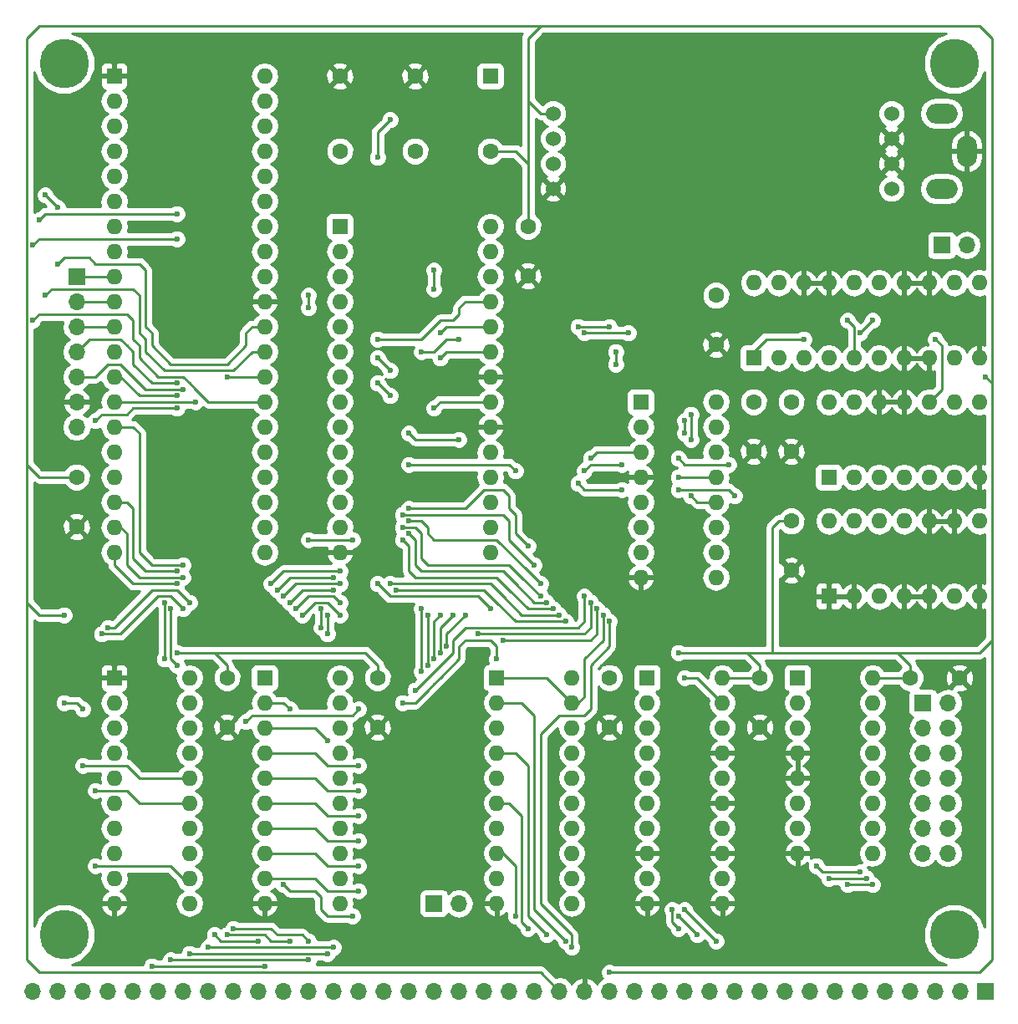
<source format=gbl>
G04 #@! TF.FileFunction,Copper,L2,Bot,Signal*
%FSLAX46Y46*%
G04 Gerber Fmt 4.6, Leading zero omitted, Abs format (unit mm)*
G04 Created by KiCad (PCBNEW 4.0.7) date 12/30/18 21:16:10*
%MOMM*%
%LPD*%
G01*
G04 APERTURE LIST*
%ADD10C,0.100000*%
%ADD11C,1.600000*%
%ADD12R,1.700000X1.700000*%
%ADD13O,1.700000X1.700000*%
%ADD14C,5.000000*%
%ADD15O,3.197860X1.998980*%
%ADD16O,1.998980X3.197860*%
%ADD17R,1.600000X1.600000*%
%ADD18O,1.600000X1.600000*%
%ADD19C,1.524000*%
%ADD20C,0.600000*%
%ADD21C,0.250000*%
%ADD22C,0.254000*%
G04 APERTURE END LIST*
D10*
D11*
X58420000Y-90805000D03*
X58420000Y-95805000D03*
X104140000Y-65405000D03*
X104140000Y-70405000D03*
X127635000Y-111125000D03*
X127635000Y-116125000D03*
X112395000Y-111125000D03*
X112395000Y-116125000D03*
X88900000Y-111125000D03*
X88900000Y-116125000D03*
X73660000Y-111125000D03*
X73660000Y-116125000D03*
X142875000Y-111125000D03*
X147875000Y-111125000D03*
X130810000Y-95250000D03*
X130810000Y-100250000D03*
X127000000Y-83185000D03*
X127000000Y-88185000D03*
X130810000Y-83185000D03*
X130810000Y-88185000D03*
D12*
X150495000Y-142875000D03*
D13*
X147955000Y-142875000D03*
X145415000Y-142875000D03*
X142875000Y-142875000D03*
X140335000Y-142875000D03*
X137795000Y-142875000D03*
X135255000Y-142875000D03*
X132715000Y-142875000D03*
X130175000Y-142875000D03*
X127635000Y-142875000D03*
X125095000Y-142875000D03*
X122555000Y-142875000D03*
X120015000Y-142875000D03*
X117475000Y-142875000D03*
X114935000Y-142875000D03*
X112395000Y-142875000D03*
X109855000Y-142875000D03*
X107315000Y-142875000D03*
X104775000Y-142875000D03*
X102235000Y-142875000D03*
X99695000Y-142875000D03*
X97155000Y-142875000D03*
X94615000Y-142875000D03*
X92075000Y-142875000D03*
X89535000Y-142875000D03*
X86995000Y-142875000D03*
X84455000Y-142875000D03*
X81915000Y-142875000D03*
X79375000Y-142875000D03*
X76835000Y-142875000D03*
X74295000Y-142875000D03*
X71755000Y-142875000D03*
X69215000Y-142875000D03*
X66675000Y-142875000D03*
X64135000Y-142875000D03*
X61595000Y-142875000D03*
X59055000Y-142875000D03*
X56515000Y-142875000D03*
X53975000Y-142875000D03*
D14*
X57150000Y-48895000D03*
X57150000Y-137160000D03*
X147320000Y-137160000D03*
X147320000Y-48895000D03*
D15*
X146050000Y-53975000D03*
D16*
X148590000Y-57785000D03*
D15*
X146050000Y-61595000D03*
D12*
X146050000Y-67310000D03*
D13*
X148590000Y-67310000D03*
D12*
X94615000Y-133985000D03*
D13*
X97155000Y-133985000D03*
D17*
X62230000Y-50165000D03*
D18*
X77470000Y-98425000D03*
X62230000Y-52705000D03*
X77470000Y-95885000D03*
X62230000Y-55245000D03*
X77470000Y-93345000D03*
X62230000Y-57785000D03*
X77470000Y-90805000D03*
X62230000Y-60325000D03*
X77470000Y-88265000D03*
X62230000Y-62865000D03*
X77470000Y-85725000D03*
X62230000Y-65405000D03*
X77470000Y-83185000D03*
X62230000Y-67945000D03*
X77470000Y-80645000D03*
X62230000Y-70485000D03*
X77470000Y-78105000D03*
X62230000Y-73025000D03*
X77470000Y-75565000D03*
X62230000Y-75565000D03*
X77470000Y-73025000D03*
X62230000Y-78105000D03*
X77470000Y-70485000D03*
X62230000Y-80645000D03*
X77470000Y-67945000D03*
X62230000Y-83185000D03*
X77470000Y-65405000D03*
X62230000Y-85725000D03*
X77470000Y-62865000D03*
X62230000Y-88265000D03*
X77470000Y-60325000D03*
X62230000Y-90805000D03*
X77470000Y-57785000D03*
X62230000Y-93345000D03*
X77470000Y-55245000D03*
X62230000Y-95885000D03*
X77470000Y-52705000D03*
X62230000Y-98425000D03*
X77470000Y-50165000D03*
D17*
X85090000Y-65405000D03*
D18*
X100330000Y-98425000D03*
X85090000Y-67945000D03*
X100330000Y-95885000D03*
X85090000Y-70485000D03*
X100330000Y-93345000D03*
X85090000Y-73025000D03*
X100330000Y-90805000D03*
X85090000Y-75565000D03*
X100330000Y-88265000D03*
X85090000Y-78105000D03*
X100330000Y-85725000D03*
X85090000Y-80645000D03*
X100330000Y-83185000D03*
X85090000Y-83185000D03*
X100330000Y-80645000D03*
X85090000Y-85725000D03*
X100330000Y-78105000D03*
X85090000Y-88265000D03*
X100330000Y-75565000D03*
X85090000Y-90805000D03*
X100330000Y-73025000D03*
X85090000Y-93345000D03*
X100330000Y-70485000D03*
X85090000Y-95885000D03*
X100330000Y-67945000D03*
X85090000Y-98425000D03*
X100330000Y-65405000D03*
D17*
X131445000Y-111125000D03*
D18*
X139065000Y-128905000D03*
X131445000Y-113665000D03*
X139065000Y-126365000D03*
X131445000Y-116205000D03*
X139065000Y-123825000D03*
X131445000Y-118745000D03*
X139065000Y-121285000D03*
X131445000Y-121285000D03*
X139065000Y-118745000D03*
X131445000Y-123825000D03*
X139065000Y-116205000D03*
X131445000Y-126365000D03*
X139065000Y-113665000D03*
X131445000Y-128905000D03*
X139065000Y-111125000D03*
D12*
X58420000Y-70485000D03*
D13*
X58420000Y-73025000D03*
X58420000Y-75565000D03*
X58420000Y-78105000D03*
X58420000Y-80645000D03*
X58420000Y-83185000D03*
X58420000Y-85725000D03*
D11*
X123190000Y-72390000D03*
X123190000Y-77390000D03*
D17*
X134620000Y-102870000D03*
D18*
X149860000Y-95250000D03*
X137160000Y-102870000D03*
X147320000Y-95250000D03*
X139700000Y-102870000D03*
X144780000Y-95250000D03*
X142240000Y-102870000D03*
X142240000Y-95250000D03*
X144780000Y-102870000D03*
X139700000Y-95250000D03*
X147320000Y-102870000D03*
X137160000Y-95250000D03*
X149860000Y-102870000D03*
X134620000Y-95250000D03*
D17*
X115570000Y-83185000D03*
D18*
X123190000Y-100965000D03*
X115570000Y-85725000D03*
X123190000Y-98425000D03*
X115570000Y-88265000D03*
X123190000Y-95885000D03*
X115570000Y-90805000D03*
X123190000Y-93345000D03*
X115570000Y-93345000D03*
X123190000Y-90805000D03*
X115570000Y-95885000D03*
X123190000Y-88265000D03*
X115570000Y-98425000D03*
X123190000Y-85725000D03*
X115570000Y-100965000D03*
X123190000Y-83185000D03*
D17*
X134620000Y-90805000D03*
D18*
X149860000Y-83185000D03*
X137160000Y-90805000D03*
X147320000Y-83185000D03*
X139700000Y-90805000D03*
X144780000Y-83185000D03*
X142240000Y-90805000D03*
X142240000Y-83185000D03*
X144780000Y-90805000D03*
X139700000Y-83185000D03*
X147320000Y-90805000D03*
X137160000Y-83185000D03*
X149860000Y-90805000D03*
X134620000Y-83185000D03*
D17*
X127000000Y-78740000D03*
D18*
X149860000Y-71120000D03*
X129540000Y-78740000D03*
X147320000Y-71120000D03*
X132080000Y-78740000D03*
X144780000Y-71120000D03*
X134620000Y-78740000D03*
X142240000Y-71120000D03*
X137160000Y-78740000D03*
X139700000Y-71120000D03*
X139700000Y-78740000D03*
X137160000Y-71120000D03*
X142240000Y-78740000D03*
X134620000Y-71120000D03*
X144780000Y-78740000D03*
X132080000Y-71120000D03*
X147320000Y-78740000D03*
X129540000Y-71120000D03*
X149860000Y-78740000D03*
X127000000Y-71120000D03*
D11*
X92710000Y-50165000D03*
X92710000Y-57785000D03*
D17*
X100330000Y-50165000D03*
D11*
X100330000Y-57785000D03*
X85090000Y-57785000D03*
X85090000Y-50165000D03*
D19*
X106680000Y-53975000D03*
X106680000Y-56515000D03*
X106680000Y-59055000D03*
X106680000Y-61595000D03*
X140970000Y-53975000D03*
X140970000Y-56515000D03*
X140970000Y-59055000D03*
X140970000Y-61595000D03*
D12*
X144145000Y-113665000D03*
D13*
X146685000Y-113665000D03*
X144145000Y-116205000D03*
X146685000Y-116205000D03*
X144145000Y-118745000D03*
X146685000Y-118745000D03*
X144145000Y-121285000D03*
X146685000Y-121285000D03*
X144145000Y-123825000D03*
X146685000Y-123825000D03*
X144145000Y-126365000D03*
X146685000Y-126365000D03*
X144145000Y-128905000D03*
X146685000Y-128905000D03*
D17*
X116205000Y-111125000D03*
D18*
X123825000Y-133985000D03*
X116205000Y-113665000D03*
X123825000Y-131445000D03*
X116205000Y-116205000D03*
X123825000Y-128905000D03*
X116205000Y-118745000D03*
X123825000Y-126365000D03*
X116205000Y-121285000D03*
X123825000Y-123825000D03*
X116205000Y-123825000D03*
X123825000Y-121285000D03*
X116205000Y-126365000D03*
X123825000Y-118745000D03*
X116205000Y-128905000D03*
X123825000Y-116205000D03*
X116205000Y-131445000D03*
X123825000Y-113665000D03*
X116205000Y-133985000D03*
X123825000Y-111125000D03*
D17*
X100965000Y-111125000D03*
D18*
X108585000Y-133985000D03*
X100965000Y-113665000D03*
X108585000Y-131445000D03*
X100965000Y-116205000D03*
X108585000Y-128905000D03*
X100965000Y-118745000D03*
X108585000Y-126365000D03*
X100965000Y-121285000D03*
X108585000Y-123825000D03*
X100965000Y-123825000D03*
X108585000Y-121285000D03*
X100965000Y-126365000D03*
X108585000Y-118745000D03*
X100965000Y-128905000D03*
X108585000Y-116205000D03*
X100965000Y-131445000D03*
X108585000Y-113665000D03*
X100965000Y-133985000D03*
X108585000Y-111125000D03*
D17*
X77470000Y-111125000D03*
D18*
X85090000Y-133985000D03*
X77470000Y-113665000D03*
X85090000Y-131445000D03*
X77470000Y-116205000D03*
X85090000Y-128905000D03*
X77470000Y-118745000D03*
X85090000Y-126365000D03*
X77470000Y-121285000D03*
X85090000Y-123825000D03*
X77470000Y-123825000D03*
X85090000Y-121285000D03*
X77470000Y-126365000D03*
X85090000Y-118745000D03*
X77470000Y-128905000D03*
X85090000Y-116205000D03*
X77470000Y-131445000D03*
X85090000Y-113665000D03*
X77470000Y-133985000D03*
X85090000Y-111125000D03*
D17*
X62230000Y-111125000D03*
D18*
X69850000Y-133985000D03*
X62230000Y-113665000D03*
X69850000Y-131445000D03*
X62230000Y-116205000D03*
X69850000Y-128905000D03*
X62230000Y-118745000D03*
X69850000Y-126365000D03*
X62230000Y-121285000D03*
X69850000Y-123825000D03*
X62230000Y-123825000D03*
X69850000Y-121285000D03*
X62230000Y-126365000D03*
X69850000Y-118745000D03*
X62230000Y-128905000D03*
X69850000Y-116205000D03*
X62230000Y-131445000D03*
X69850000Y-113665000D03*
X62230000Y-133985000D03*
X69850000Y-111125000D03*
D20*
X57150000Y-104775000D03*
X150495000Y-80645000D03*
X119380000Y-108585000D03*
X68580000Y-108585000D03*
X112395000Y-140970000D03*
X133350000Y-130175000D03*
X137795000Y-130810000D03*
X134620000Y-131445000D03*
X138430000Y-131445000D03*
X136525000Y-132080000D03*
X139065000Y-132080000D03*
X120015000Y-86360000D03*
X120015000Y-85090000D03*
X118745000Y-134620000D03*
X119380000Y-136525000D03*
X119380000Y-135255000D03*
X121285000Y-137160000D03*
X120015000Y-134620000D03*
X123190000Y-137795000D03*
X102870000Y-135255000D03*
X104140000Y-136525000D03*
X106045000Y-137160000D03*
X107950000Y-137795000D03*
X112395000Y-105410000D03*
X108585000Y-138430000D03*
X79375000Y-132080000D03*
X110490000Y-103505000D03*
X110490000Y-88900000D03*
X99060000Y-106680000D03*
X124460000Y-89535000D03*
X119380000Y-88900000D03*
X86360000Y-135255000D03*
X84455000Y-138430000D03*
X71755000Y-138430000D03*
X83820000Y-139065000D03*
X69850000Y-139065000D03*
X81915000Y-139700000D03*
X67945000Y-139700000D03*
X77470000Y-140335000D03*
X66040000Y-140335000D03*
X74295000Y-136525000D03*
X81915000Y-137795000D03*
X73660000Y-137160000D03*
X80010000Y-137795000D03*
X76835000Y-137795000D03*
X72390000Y-137160000D03*
X113030000Y-78105000D03*
X113030000Y-79375000D03*
X81915000Y-73660000D03*
X81915000Y-72390000D03*
X88900000Y-58420000D03*
X90170000Y-54610000D03*
X68580000Y-81280000D03*
X73660000Y-80645000D03*
X69215000Y-81915000D03*
X56515000Y-63500000D03*
X55245000Y-62230000D03*
X101600000Y-107315000D03*
X111125000Y-104140000D03*
X136525000Y-74930000D03*
X112395000Y-75565000D03*
X109220000Y-75565000D03*
X97155000Y-76835000D03*
X93345000Y-78105000D03*
X81915000Y-97155000D03*
X86360000Y-97155000D03*
X94615000Y-71755000D03*
X94615000Y-69850000D03*
X93980000Y-104775000D03*
X93980000Y-109855000D03*
X67310000Y-109220000D03*
X67310000Y-103505000D03*
X83820000Y-117475000D03*
X106680000Y-104140000D03*
X91440000Y-97155000D03*
X86995000Y-132715000D03*
X106045000Y-103505000D03*
X92075000Y-96520000D03*
X83185000Y-104140000D03*
X83185000Y-106045000D03*
X86995000Y-130175000D03*
X91440000Y-95885000D03*
X105410000Y-102870000D03*
X83820000Y-104775000D03*
X83820000Y-106680000D03*
X86995000Y-127635000D03*
X104775000Y-99695000D03*
X88900000Y-81280000D03*
X90170000Y-82550000D03*
X91440000Y-94615000D03*
X97790000Y-104775000D03*
X95885000Y-107950000D03*
X86995000Y-125095000D03*
X104140000Y-97790000D03*
X88900000Y-78740000D03*
X90170000Y-80010000D03*
X92075000Y-93980000D03*
X96520000Y-104775000D03*
X95250000Y-108585000D03*
X86995000Y-122555000D03*
X53975000Y-74930000D03*
X60325000Y-130175000D03*
X95250000Y-104775000D03*
X94615000Y-109220000D03*
X86995000Y-120015000D03*
X55245000Y-72390000D03*
X60325000Y-122555000D03*
X56515000Y-69215000D03*
X59055000Y-120015000D03*
X68580000Y-109855000D03*
X80010000Y-114300000D03*
X93345000Y-104140000D03*
X93345000Y-110490000D03*
X67945000Y-104140000D03*
X102870000Y-90170000D03*
X92075000Y-89535000D03*
X68580000Y-82550000D03*
X97155000Y-86995000D03*
X92075000Y-86360000D03*
X70485000Y-83185000D03*
X68580000Y-66675000D03*
X53975000Y-67310000D03*
X100330000Y-104140000D03*
X88900000Y-101600000D03*
X85090000Y-100330000D03*
X78105000Y-101600000D03*
X69215000Y-99695000D03*
X68580000Y-64135000D03*
X54610000Y-64770000D03*
X105410000Y-101600000D03*
X88900000Y-76835000D03*
X92075000Y-95250000D03*
X68580000Y-83820000D03*
X60325000Y-85090000D03*
X107315000Y-104775000D03*
X90170000Y-101600000D03*
X95250000Y-76200000D03*
X84455000Y-100965000D03*
X78740000Y-102235000D03*
X68580000Y-100330000D03*
X107950000Y-105410000D03*
X90805000Y-102235000D03*
X94615000Y-83820000D03*
X85090000Y-101600000D03*
X79375000Y-102870000D03*
X69215000Y-100965000D03*
X59055000Y-114300000D03*
X57150000Y-113665000D03*
X114300000Y-76200000D03*
X109855000Y-76200000D03*
X95250000Y-78740000D03*
X84455000Y-102235000D03*
X80010000Y-103505000D03*
X68580000Y-101600000D03*
X61595000Y-106045000D03*
X85090000Y-103505000D03*
X80645000Y-104140000D03*
X69850000Y-103505000D03*
X60960000Y-106680000D03*
X85090000Y-104775000D03*
X81280000Y-104775000D03*
X69215000Y-104140000D03*
X113665000Y-92075000D03*
X109220000Y-91440000D03*
X125095000Y-92710000D03*
X119380000Y-92075000D03*
X111760000Y-104775000D03*
X100965000Y-109220000D03*
X91440000Y-113665000D03*
X145415000Y-76835000D03*
X132080000Y-76835000D03*
X120015000Y-111125000D03*
X92710000Y-112395000D03*
X86995000Y-114300000D03*
X113665000Y-89535000D03*
X109855000Y-90170000D03*
X109855000Y-102870000D03*
X119380000Y-90805000D03*
X75565000Y-115570000D03*
X137795000Y-76200000D03*
X139065000Y-74930000D03*
X120650000Y-86995000D03*
X120650000Y-84455000D03*
X120650000Y-92710000D03*
D21*
X57150000Y-104775000D02*
X54610000Y-104775000D01*
X54610000Y-104775000D02*
X53340000Y-103505000D01*
X106680000Y-53975000D02*
X105410000Y-53975000D01*
X105410000Y-53975000D02*
X104140000Y-52705000D01*
X128905000Y-108585000D02*
X128905000Y-95885000D01*
X128905000Y-95885000D02*
X129540000Y-95250000D01*
X129540000Y-95250000D02*
X130810000Y-95250000D01*
X139065000Y-111125000D02*
X142875000Y-111125000D01*
X123825000Y-111125000D02*
X127635000Y-111125000D01*
X150495000Y-80645000D02*
X151130000Y-81280000D01*
X118745000Y-140970000D02*
X112395000Y-140970000D01*
X151130000Y-139700000D02*
X149860000Y-140970000D01*
X149860000Y-140970000D02*
X118745000Y-140970000D01*
X151130000Y-107315000D02*
X151130000Y-139700000D01*
X126365000Y-108585000D02*
X119380000Y-108585000D01*
X72390000Y-108585000D02*
X73660000Y-109855000D01*
X73660000Y-109855000D02*
X73660000Y-111125000D01*
X53340000Y-107315000D02*
X53340000Y-139700000D01*
X53340000Y-139700000D02*
X54610000Y-140970000D01*
X54610000Y-140970000D02*
X99060000Y-140970000D01*
X105410000Y-140970000D02*
X107315000Y-142875000D01*
X99060000Y-140970000D02*
X105410000Y-140970000D01*
X74930000Y-108585000D02*
X72390000Y-108585000D01*
X72390000Y-108585000D02*
X68580000Y-108585000D01*
X53340000Y-92710000D02*
X53340000Y-89535000D01*
X53340000Y-107315000D02*
X53340000Y-103505000D01*
X53340000Y-103505000D02*
X53340000Y-92710000D01*
X58420000Y-90805000D02*
X54610000Y-90805000D01*
X54610000Y-90805000D02*
X53340000Y-89535000D01*
X105410000Y-45085000D02*
X54610000Y-45085000D01*
X53340000Y-46355000D02*
X53340000Y-89535000D01*
X54610000Y-45085000D02*
X53340000Y-46355000D01*
X141605000Y-108585000D02*
X149860000Y-108585000D01*
X151130000Y-90805000D02*
X151130000Y-84455000D01*
X151130000Y-107315000D02*
X151130000Y-94615000D01*
X151130000Y-94615000D02*
X151130000Y-93345000D01*
X151130000Y-93345000D02*
X151130000Y-90805000D01*
X149860000Y-108585000D02*
X151130000Y-107315000D01*
X135890000Y-45085000D02*
X149860000Y-45085000D01*
X151130000Y-46355000D02*
X151130000Y-81280000D01*
X151130000Y-81280000D02*
X151130000Y-84455000D01*
X149860000Y-45085000D02*
X151130000Y-46355000D01*
X104140000Y-59055000D02*
X104140000Y-52705000D01*
X104140000Y-52705000D02*
X104140000Y-46990000D01*
X105410000Y-45085000D02*
X135890000Y-45085000D01*
X104140000Y-46355000D02*
X105410000Y-45085000D01*
X104140000Y-46990000D02*
X104140000Y-46355000D01*
X100330000Y-57785000D02*
X102870000Y-57785000D01*
X104140000Y-59055000D02*
X104140000Y-65405000D01*
X102870000Y-57785000D02*
X104140000Y-59055000D01*
X126365000Y-108585000D02*
X128905000Y-108585000D01*
X128905000Y-108585000D02*
X141605000Y-108585000D01*
X142875000Y-109855000D02*
X142875000Y-111125000D01*
X141605000Y-108585000D02*
X142875000Y-109855000D01*
X127635000Y-109855000D02*
X127635000Y-111125000D01*
X126365000Y-108585000D02*
X127635000Y-109855000D01*
X88900000Y-109855000D02*
X88900000Y-111125000D01*
X87630000Y-108585000D02*
X88900000Y-109855000D01*
X74930000Y-108585000D02*
X87630000Y-108585000D01*
X135890000Y-130810000D02*
X133985000Y-130810000D01*
X133985000Y-130810000D02*
X133350000Y-130175000D01*
X137795000Y-130810000D02*
X135890000Y-130810000D01*
X134620000Y-131445000D02*
X135890000Y-131445000D01*
X138430000Y-131445000D02*
X135890000Y-131445000D01*
X136525000Y-132080000D02*
X139065000Y-132080000D01*
X120015000Y-86360000D02*
X120015000Y-85090000D01*
X118745000Y-134620000D02*
X118745000Y-135890000D01*
X118745000Y-135890000D02*
X119380000Y-136525000D01*
X119380000Y-135255000D02*
X121285000Y-137160000D01*
X120015000Y-134620000D02*
X123190000Y-137795000D01*
X102870000Y-130175000D02*
X102870000Y-135255000D01*
X101600000Y-128905000D02*
X102870000Y-130175000D01*
X100965000Y-128905000D02*
X101600000Y-128905000D01*
X103505000Y-135890000D02*
X104140000Y-136525000D01*
X103505000Y-135890000D02*
X103505000Y-132715000D01*
X100965000Y-123825000D02*
X102235000Y-123825000D01*
X103505000Y-125095000D02*
X103505000Y-132715000D01*
X102235000Y-123825000D02*
X103505000Y-125095000D01*
X104140000Y-135255000D02*
X106045000Y-137160000D01*
X100965000Y-118745000D02*
X102870000Y-118745000D01*
X104140000Y-120015000D02*
X104140000Y-132080000D01*
X102870000Y-118745000D02*
X104140000Y-120015000D01*
X104140000Y-132080000D02*
X104140000Y-135255000D01*
X107950000Y-137795000D02*
X104775000Y-134620000D01*
X100965000Y-113665000D02*
X103505000Y-113665000D01*
X104775000Y-114935000D02*
X104775000Y-132080000D01*
X103505000Y-113665000D02*
X104775000Y-114935000D01*
X104775000Y-132080000D02*
X104775000Y-134620000D01*
X112395000Y-107950000D02*
X112395000Y-105410000D01*
X110490000Y-110490000D02*
X110490000Y-109855000D01*
X110490000Y-109855000D02*
X112395000Y-107950000D01*
X110490000Y-114300000D02*
X110490000Y-110490000D01*
X109855000Y-114935000D02*
X110490000Y-114300000D01*
X108585000Y-138430000D02*
X108585000Y-137160000D01*
X108585000Y-137160000D02*
X105410000Y-133985000D01*
X105410000Y-133985000D02*
X105410000Y-116840000D01*
X105410000Y-116840000D02*
X107315000Y-114935000D01*
X107315000Y-114935000D02*
X109855000Y-114935000D01*
X109855000Y-106680000D02*
X102235000Y-106680000D01*
X102235000Y-106680000D02*
X99060000Y-106680000D01*
X83820000Y-135255000D02*
X83185000Y-134620000D01*
X83185000Y-134620000D02*
X83185000Y-133350000D01*
X83185000Y-133350000D02*
X82550000Y-132715000D01*
X82550000Y-132715000D02*
X80010000Y-132715000D01*
X80010000Y-132715000D02*
X79375000Y-132080000D01*
X124460000Y-89535000D02*
X120015000Y-89535000D01*
X120015000Y-89535000D02*
X119380000Y-88900000D01*
X110490000Y-104775000D02*
X110490000Y-103505000D01*
X110490000Y-88900000D02*
X111125000Y-88265000D01*
X111125000Y-88265000D02*
X115570000Y-88265000D01*
X109855000Y-106680000D02*
X110490000Y-106045000D01*
X110490000Y-106045000D02*
X110490000Y-104775000D01*
X86360000Y-135255000D02*
X83820000Y-135255000D01*
X71755000Y-138430000D02*
X84455000Y-138430000D01*
X69850000Y-139065000D02*
X83820000Y-139065000D01*
X67945000Y-139700000D02*
X81915000Y-139700000D01*
X66040000Y-140335000D02*
X77470000Y-140335000D01*
X74295000Y-136525000D02*
X78105000Y-136525000D01*
X78105000Y-136525000D02*
X78740000Y-137160000D01*
X78740000Y-137160000D02*
X81280000Y-137160000D01*
X81280000Y-137160000D02*
X81915000Y-137795000D01*
X73660000Y-137160000D02*
X77470000Y-137160000D01*
X77470000Y-137160000D02*
X78105000Y-137795000D01*
X78105000Y-137795000D02*
X80010000Y-137795000D01*
X72390000Y-137160000D02*
X73025000Y-137795000D01*
X73025000Y-137795000D02*
X73660000Y-137795000D01*
X76835000Y-137795000D02*
X73660000Y-137795000D01*
X113030000Y-78105000D02*
X113030000Y-79375000D01*
X58420000Y-70485000D02*
X62230000Y-70485000D01*
X58420000Y-73025000D02*
X62230000Y-73025000D01*
X58420000Y-75565000D02*
X62230000Y-75565000D01*
X81915000Y-73660000D02*
X81915000Y-72390000D01*
X88900000Y-58420000D02*
X88900000Y-55880000D01*
X88900000Y-55880000D02*
X89535000Y-55245000D01*
X89535000Y-55245000D02*
X90170000Y-54610000D01*
X63500000Y-77470000D02*
X64135000Y-78105000D01*
X64135000Y-78105000D02*
X64135000Y-79375000D01*
X64135000Y-79375000D02*
X66040000Y-81280000D01*
X66040000Y-81280000D02*
X68580000Y-81280000D01*
X73660000Y-80645000D02*
X74295000Y-80645000D01*
X74295000Y-80645000D02*
X77470000Y-80645000D01*
X62865000Y-76835000D02*
X63500000Y-77470000D01*
X58420000Y-78105000D02*
X59690000Y-76835000D01*
X59690000Y-76835000D02*
X62865000Y-76835000D01*
X61595000Y-79375000D02*
X62865000Y-79375000D01*
X58420000Y-80645000D02*
X60325000Y-80645000D01*
X65405000Y-81915000D02*
X69215000Y-81915000D01*
X62865000Y-79375000D02*
X65405000Y-81915000D01*
X60325000Y-80645000D02*
X61595000Y-79375000D01*
X56515000Y-63500000D02*
X55245000Y-62230000D01*
X62230000Y-78105000D02*
X62865000Y-78105000D01*
X102870000Y-107315000D02*
X101600000Y-107315000D01*
X102870000Y-107315000D02*
X110490000Y-107315000D01*
X111125000Y-104775000D02*
X111125000Y-104140000D01*
X110490000Y-107315000D02*
X111125000Y-106680000D01*
X111125000Y-106680000D02*
X111125000Y-104775000D01*
X137160000Y-78740000D02*
X137160000Y-75565000D01*
X137160000Y-75565000D02*
X136525000Y-74930000D01*
X112395000Y-75565000D02*
X109220000Y-75565000D01*
X97155000Y-76835000D02*
X96520000Y-76835000D01*
X96520000Y-76835000D02*
X95885000Y-76835000D01*
X95885000Y-76835000D02*
X94615000Y-78105000D01*
X94615000Y-78105000D02*
X93345000Y-78105000D01*
X81915000Y-97155000D02*
X86360000Y-97155000D01*
X94615000Y-71755000D02*
X94615000Y-69850000D01*
X67310000Y-109220000D02*
X67310000Y-103505000D01*
X93980000Y-104775000D02*
X93980000Y-109855000D01*
X77470000Y-116205000D02*
X82550000Y-116205000D01*
X83820000Y-117475000D02*
X83820000Y-117475000D01*
X82550000Y-116205000D02*
X83820000Y-117475000D01*
X104775000Y-104140000D02*
X106045000Y-104140000D01*
X106045000Y-104140000D02*
X106680000Y-104140000D01*
X102235000Y-102235000D02*
X104140000Y-104140000D01*
X104140000Y-104140000D02*
X104775000Y-104140000D01*
X91440000Y-97155000D02*
X92075000Y-97790000D01*
X92075000Y-97790000D02*
X92075000Y-100330000D01*
X92075000Y-100330000D02*
X92710000Y-100965000D01*
X92710000Y-100965000D02*
X100965000Y-100965000D01*
X100965000Y-100965000D02*
X102235000Y-102235000D01*
X82550000Y-131445000D02*
X83820000Y-132715000D01*
X83820000Y-132715000D02*
X86995000Y-132715000D01*
X77470000Y-131445000D02*
X82550000Y-131445000D01*
X105410000Y-103505000D02*
X106045000Y-103505000D01*
X104775000Y-103505000D02*
X105410000Y-103505000D01*
X104775000Y-103505000D02*
X102870000Y-101600000D01*
X92075000Y-96520000D02*
X92710000Y-97155000D01*
X92710000Y-97155000D02*
X92710000Y-99695000D01*
X92710000Y-99695000D02*
X93345000Y-100330000D01*
X93345000Y-100330000D02*
X101600000Y-100330000D01*
X101600000Y-100330000D02*
X102870000Y-101600000D01*
X83185000Y-104140000D02*
X83185000Y-106045000D01*
X82550000Y-128905000D02*
X77470000Y-128905000D01*
X83820000Y-130175000D02*
X86995000Y-130175000D01*
X82550000Y-128905000D02*
X83820000Y-130175000D01*
X105410000Y-102870000D02*
X105410000Y-102870000D01*
X105410000Y-102870000D02*
X103505000Y-100965000D01*
X91440000Y-95885000D02*
X92710000Y-95885000D01*
X92710000Y-95885000D02*
X93345000Y-96520000D01*
X93345000Y-96520000D02*
X93345000Y-99060000D01*
X93345000Y-99060000D02*
X93980000Y-99695000D01*
X93980000Y-99695000D02*
X102235000Y-99695000D01*
X102235000Y-99695000D02*
X103505000Y-100965000D01*
X83820000Y-104775000D02*
X83820000Y-106680000D01*
X82550000Y-126365000D02*
X77470000Y-126365000D01*
X83820000Y-127635000D02*
X86995000Y-127635000D01*
X82550000Y-126365000D02*
X83820000Y-127635000D01*
X88900000Y-81280000D02*
X90170000Y-82550000D01*
X91440000Y-94615000D02*
X93980000Y-94615000D01*
X93980000Y-94615000D02*
X101600000Y-94615000D01*
X101600000Y-94615000D02*
X102235000Y-95250000D01*
X102235000Y-95250000D02*
X102235000Y-97155000D01*
X102235000Y-97155000D02*
X104775000Y-99695000D01*
X97790000Y-104775000D02*
X95885000Y-106680000D01*
X95885000Y-106680000D02*
X95885000Y-107950000D01*
X82550000Y-123825000D02*
X83820000Y-125095000D01*
X83820000Y-125095000D02*
X86995000Y-125095000D01*
X77470000Y-123825000D02*
X82550000Y-123825000D01*
X88900000Y-78740000D02*
X90170000Y-80010000D01*
X92075000Y-93980000D02*
X97790000Y-93980000D01*
X97790000Y-93980000D02*
X99695000Y-92075000D01*
X99695000Y-92075000D02*
X101600000Y-92075000D01*
X101600000Y-92075000D02*
X102235000Y-92710000D01*
X102235000Y-92710000D02*
X102235000Y-93980000D01*
X102235000Y-93980000D02*
X102870000Y-94615000D01*
X102870000Y-94615000D02*
X102870000Y-96520000D01*
X102870000Y-96520000D02*
X104140000Y-97790000D01*
X96520000Y-104775000D02*
X95250000Y-106045000D01*
X95250000Y-106045000D02*
X95250000Y-108585000D01*
X77470000Y-121285000D02*
X82550000Y-121285000D01*
X83820000Y-122555000D02*
X86995000Y-122555000D01*
X82550000Y-121285000D02*
X83820000Y-122555000D01*
X64770000Y-77470000D02*
X64770000Y-78740000D01*
X64770000Y-78740000D02*
X66675000Y-80645000D01*
X66675000Y-80645000D02*
X69215000Y-80645000D01*
X69215000Y-80645000D02*
X69850000Y-81280000D01*
X70485000Y-81915000D02*
X69850000Y-81280000D01*
X63500000Y-74295000D02*
X64135000Y-74930000D01*
X64135000Y-74930000D02*
X64135000Y-76835000D01*
X64135000Y-76835000D02*
X64770000Y-77470000D01*
X77470000Y-83185000D02*
X71755000Y-83185000D01*
X71755000Y-83185000D02*
X70485000Y-81915000D01*
X63500000Y-74295000D02*
X54610000Y-74295000D01*
X54610000Y-74295000D02*
X53975000Y-74930000D01*
X67945000Y-130175000D02*
X60325000Y-130175000D01*
X69215000Y-131445000D02*
X67945000Y-130175000D01*
X69850000Y-131445000D02*
X69215000Y-131445000D01*
X95250000Y-104775000D02*
X94615000Y-105410000D01*
X94615000Y-105410000D02*
X94615000Y-109220000D01*
X77470000Y-118745000D02*
X82550000Y-118745000D01*
X83820000Y-120015000D02*
X86995000Y-120015000D01*
X82550000Y-118745000D02*
X83820000Y-120015000D01*
X69850000Y-80010000D02*
X73025000Y-80010000D01*
X77470000Y-78105000D02*
X76200000Y-78105000D01*
X76200000Y-78105000D02*
X74295000Y-80010000D01*
X74295000Y-80010000D02*
X73025000Y-80010000D01*
X69850000Y-80010000D02*
X67310000Y-80010000D01*
X67310000Y-80010000D02*
X65405000Y-78105000D01*
X65405000Y-78105000D02*
X65405000Y-76835000D01*
X65405000Y-76835000D02*
X64770000Y-76200000D01*
X64770000Y-76200000D02*
X64770000Y-72390000D01*
X64770000Y-72390000D02*
X64135000Y-71755000D01*
X64135000Y-71755000D02*
X55880000Y-71755000D01*
X55880000Y-71755000D02*
X55245000Y-72390000D01*
X64770000Y-123825000D02*
X63500000Y-122555000D01*
X63500000Y-122555000D02*
X60325000Y-122555000D01*
X69850000Y-123825000D02*
X64770000Y-123825000D01*
X77470000Y-75565000D02*
X76200000Y-75565000D01*
X76200000Y-75565000D02*
X75565000Y-76200000D01*
X75565000Y-76200000D02*
X75565000Y-77470000D01*
X75565000Y-77470000D02*
X73660000Y-79375000D01*
X73660000Y-79375000D02*
X67945000Y-79375000D01*
X67945000Y-79375000D02*
X66040000Y-77470000D01*
X66040000Y-77470000D02*
X66040000Y-76200000D01*
X66040000Y-76200000D02*
X65405000Y-75565000D01*
X65405000Y-75565000D02*
X65405000Y-69850000D01*
X65405000Y-69850000D02*
X64770000Y-69215000D01*
X64770000Y-69215000D02*
X60325000Y-69215000D01*
X60325000Y-69215000D02*
X59690000Y-68580000D01*
X59690000Y-68580000D02*
X57150000Y-68580000D01*
X57150000Y-68580000D02*
X56515000Y-69215000D01*
X64770000Y-121285000D02*
X63500000Y-120015000D01*
X63500000Y-120015000D02*
X59055000Y-120015000D01*
X69850000Y-121285000D02*
X64770000Y-121285000D01*
X79375000Y-113665000D02*
X77470000Y-113665000D01*
X80010000Y-114300000D02*
X79375000Y-113665000D01*
X67945000Y-109220000D02*
X67945000Y-104140000D01*
X68580000Y-109855000D02*
X67945000Y-109220000D01*
X93345000Y-105410000D02*
X93345000Y-104140000D01*
X93345000Y-105410000D02*
X93345000Y-110490000D01*
X102870000Y-90170000D02*
X102235000Y-89535000D01*
X92075000Y-89535000D02*
X102235000Y-89535000D01*
X62230000Y-80645000D02*
X62865000Y-80645000D01*
X62865000Y-80645000D02*
X64770000Y-82550000D01*
X64770000Y-82550000D02*
X68580000Y-82550000D01*
X92710000Y-86995000D02*
X97155000Y-86995000D01*
X92075000Y-86360000D02*
X92710000Y-86995000D01*
X68580000Y-83185000D02*
X70485000Y-83185000D01*
X62230000Y-83185000D02*
X68580000Y-83185000D01*
X68580000Y-66675000D02*
X54610000Y-66675000D01*
X54610000Y-66675000D02*
X53975000Y-67310000D01*
X100330000Y-104140000D02*
X99060000Y-102870000D01*
X99060000Y-102870000D02*
X90170000Y-102870000D01*
X90170000Y-102870000D02*
X88900000Y-101600000D01*
X84455000Y-100330000D02*
X85090000Y-100330000D01*
X78105000Y-101600000D02*
X79375000Y-100330000D01*
X79375000Y-100330000D02*
X84455000Y-100330000D01*
X62230000Y-85725000D02*
X64135000Y-85725000D01*
X64135000Y-85725000D02*
X64770000Y-86360000D01*
X64770000Y-86360000D02*
X64770000Y-98425000D01*
X64770000Y-98425000D02*
X66040000Y-99695000D01*
X66040000Y-99695000D02*
X69215000Y-99695000D01*
X68580000Y-64135000D02*
X55880000Y-64135000D01*
X55880000Y-64135000D02*
X55245000Y-64135000D01*
X55245000Y-64135000D02*
X54610000Y-64770000D01*
X104140000Y-100330000D02*
X105410000Y-101600000D01*
X100330000Y-73025000D02*
X97790000Y-73025000D01*
X97790000Y-73025000D02*
X97155000Y-73660000D01*
X97155000Y-73660000D02*
X97155000Y-74295000D01*
X97155000Y-74295000D02*
X96520000Y-74930000D01*
X96520000Y-74930000D02*
X95250000Y-74930000D01*
X95250000Y-74930000D02*
X93345000Y-76835000D01*
X93345000Y-76835000D02*
X88900000Y-76835000D01*
X92075000Y-95250000D02*
X93345000Y-95250000D01*
X93345000Y-95250000D02*
X93980000Y-95885000D01*
X93980000Y-95885000D02*
X93980000Y-96520000D01*
X93980000Y-96520000D02*
X94615000Y-97155000D01*
X94615000Y-97155000D02*
X100965000Y-97155000D01*
X100965000Y-97155000D02*
X104140000Y-100330000D01*
X68580000Y-83820000D02*
X64135000Y-83820000D01*
X64135000Y-83820000D02*
X63500000Y-84455000D01*
X63500000Y-84455000D02*
X60960000Y-84455000D01*
X60325000Y-85090000D02*
X60960000Y-84455000D01*
X104140000Y-104775000D02*
X107315000Y-104775000D01*
X101600000Y-102870000D02*
X103505000Y-104775000D01*
X103505000Y-104775000D02*
X104140000Y-104775000D01*
X101600000Y-102870000D02*
X100330000Y-101600000D01*
X100330000Y-101600000D02*
X90170000Y-101600000D01*
X95250000Y-76200000D02*
X95885000Y-75565000D01*
X95885000Y-75565000D02*
X100330000Y-75565000D01*
X78740000Y-102235000D02*
X80010000Y-100965000D01*
X80010000Y-100965000D02*
X84455000Y-100965000D01*
X62230000Y-93345000D02*
X63500000Y-93345000D01*
X63500000Y-93345000D02*
X64135000Y-93980000D01*
X64135000Y-93980000D02*
X64135000Y-99060000D01*
X64135000Y-99060000D02*
X65405000Y-100330000D01*
X65405000Y-100330000D02*
X68580000Y-100330000D01*
X103505000Y-105410000D02*
X107950000Y-105410000D01*
X100965000Y-103505000D02*
X102870000Y-105410000D01*
X102870000Y-105410000D02*
X103505000Y-105410000D01*
X100965000Y-103505000D02*
X99695000Y-102235000D01*
X99695000Y-102235000D02*
X90805000Y-102235000D01*
X94615000Y-83820000D02*
X95250000Y-83185000D01*
X95250000Y-83185000D02*
X100330000Y-83185000D01*
X84455000Y-101600000D02*
X85090000Y-101600000D01*
X79375000Y-102870000D02*
X80645000Y-101600000D01*
X80645000Y-101600000D02*
X84455000Y-101600000D01*
X62230000Y-95885000D02*
X62865000Y-95885000D01*
X62865000Y-95885000D02*
X63500000Y-96520000D01*
X63500000Y-96520000D02*
X63500000Y-99695000D01*
X63500000Y-99695000D02*
X64770000Y-100965000D01*
X64770000Y-100965000D02*
X69215000Y-100965000D01*
X59055000Y-114300000D02*
X58420000Y-113665000D01*
X58420000Y-113665000D02*
X57150000Y-113665000D01*
X114300000Y-76200000D02*
X109855000Y-76200000D01*
X95250000Y-78740000D02*
X95885000Y-78105000D01*
X95885000Y-78105000D02*
X100330000Y-78105000D01*
X80010000Y-103505000D02*
X81280000Y-102235000D01*
X81280000Y-102235000D02*
X84455000Y-102235000D01*
X62230000Y-98425000D02*
X62230000Y-99695000D01*
X62230000Y-99695000D02*
X64135000Y-101600000D01*
X64135000Y-101600000D02*
X68580000Y-101600000D01*
X62230000Y-106045000D02*
X61595000Y-106045000D01*
X84455000Y-102870000D02*
X85090000Y-103505000D01*
X80645000Y-104140000D02*
X81915000Y-102870000D01*
X81915000Y-102870000D02*
X84455000Y-102870000D01*
X62230000Y-106045000D02*
X66040000Y-102235000D01*
X66040000Y-102235000D02*
X68580000Y-102235000D01*
X68580000Y-102235000D02*
X69850000Y-103505000D01*
X62865000Y-106680000D02*
X60960000Y-106680000D01*
X82550000Y-103505000D02*
X83820000Y-103505000D01*
X83820000Y-103505000D02*
X85090000Y-104775000D01*
X81280000Y-104775000D02*
X82550000Y-103505000D01*
X62865000Y-106680000D02*
X66675000Y-102870000D01*
X66675000Y-102870000D02*
X67945000Y-102870000D01*
X67945000Y-102870000D02*
X69215000Y-104140000D01*
X113665000Y-92075000D02*
X109855000Y-92075000D01*
X109855000Y-92075000D02*
X109220000Y-91440000D01*
X119380000Y-92075000D02*
X121285000Y-92075000D01*
X125095000Y-92710000D02*
X124460000Y-92075000D01*
X124460000Y-92075000D02*
X121285000Y-92075000D01*
X99060000Y-107315000D02*
X97790000Y-107315000D01*
X97790000Y-107315000D02*
X97155000Y-107950000D01*
X97155000Y-107950000D02*
X97155000Y-109220000D01*
X99060000Y-107315000D02*
X100330000Y-107315000D01*
X100330000Y-107315000D02*
X100965000Y-107950000D01*
X100965000Y-107950000D02*
X100965000Y-109220000D01*
X111760000Y-107315000D02*
X111760000Y-104775000D01*
X109855000Y-109855000D02*
X109855000Y-109220000D01*
X109855000Y-109220000D02*
X111760000Y-107315000D01*
X97155000Y-109220000D02*
X95250000Y-111125000D01*
X91440000Y-113665000D02*
X92710000Y-113665000D01*
X92710000Y-113665000D02*
X93980000Y-112395000D01*
X95250000Y-111125000D02*
X94615000Y-111760000D01*
X93980000Y-112395000D02*
X94615000Y-111760000D01*
X127000000Y-78740000D02*
X127000000Y-78105000D01*
X127000000Y-78105000D02*
X128270000Y-76835000D01*
X128270000Y-76835000D02*
X132080000Y-76835000D01*
X145415000Y-76835000D02*
X146050000Y-77470000D01*
X146050000Y-77470000D02*
X146050000Y-81915000D01*
X146050000Y-81915000D02*
X144780000Y-83185000D01*
X108585000Y-113665000D02*
X109220000Y-113665000D01*
X109220000Y-113665000D02*
X109855000Y-113030000D01*
X109855000Y-113030000D02*
X109855000Y-109855000D01*
X108585000Y-113665000D02*
X106045000Y-111125000D01*
X106045000Y-111125000D02*
X100965000Y-111125000D01*
X120015000Y-111125000D02*
X121285000Y-111125000D01*
X121285000Y-111125000D02*
X123825000Y-113665000D01*
X109220000Y-106045000D02*
X97790000Y-106045000D01*
X97790000Y-106045000D02*
X96520000Y-107315000D01*
X96520000Y-107315000D02*
X96520000Y-108585000D01*
X93980000Y-111125000D02*
X92710000Y-112395000D01*
X86995000Y-114300000D02*
X86360000Y-114935000D01*
X86360000Y-114935000D02*
X85725000Y-114935000D01*
X76200000Y-114935000D02*
X75565000Y-115570000D01*
X76200000Y-114935000D02*
X79375000Y-114935000D01*
X79375000Y-114935000D02*
X85725000Y-114935000D01*
X113665000Y-89535000D02*
X110490000Y-89535000D01*
X110490000Y-89535000D02*
X109855000Y-90170000D01*
X121285000Y-90805000D02*
X120650000Y-90805000D01*
X120650000Y-90805000D02*
X119380000Y-90805000D01*
X109855000Y-104140000D02*
X109855000Y-102870000D01*
X121285000Y-90805000D02*
X123190000Y-90805000D01*
X109220000Y-106045000D02*
X109855000Y-105410000D01*
X109855000Y-105410000D02*
X109855000Y-104140000D01*
X93980000Y-111125000D02*
X96520000Y-108585000D01*
X137795000Y-76200000D02*
X139065000Y-74930000D01*
X120650000Y-86995000D02*
X120650000Y-84455000D01*
X121285000Y-93345000D02*
X120650000Y-92710000D01*
X123190000Y-93345000D02*
X121285000Y-93345000D01*
D22*
G36*
X103437852Y-46064161D02*
X103380000Y-46355000D01*
X103380000Y-57229290D01*
X103160839Y-57082852D01*
X102870000Y-57025000D01*
X101568646Y-57025000D01*
X101547243Y-56973200D01*
X101143923Y-56569176D01*
X100616691Y-56350250D01*
X100045813Y-56349752D01*
X99518200Y-56567757D01*
X99114176Y-56971077D01*
X98895250Y-57498309D01*
X98894752Y-58069187D01*
X99112757Y-58596800D01*
X99516077Y-59000824D01*
X100043309Y-59219750D01*
X100614187Y-59220248D01*
X101141800Y-59002243D01*
X101545824Y-58598923D01*
X101568215Y-58545000D01*
X102555198Y-58545000D01*
X103380000Y-59369802D01*
X103380000Y-64166354D01*
X103328200Y-64187757D01*
X102924176Y-64591077D01*
X102705250Y-65118309D01*
X102704752Y-65689187D01*
X102922757Y-66216800D01*
X103326077Y-66620824D01*
X103853309Y-66839750D01*
X104424187Y-66840248D01*
X104951800Y-66622243D01*
X105114326Y-66460000D01*
X144552560Y-66460000D01*
X144552560Y-68160000D01*
X144596838Y-68395317D01*
X144735910Y-68611441D01*
X144948110Y-68756431D01*
X145200000Y-68807440D01*
X146900000Y-68807440D01*
X147135317Y-68763162D01*
X147351441Y-68624090D01*
X147496431Y-68411890D01*
X147510086Y-68344459D01*
X147539946Y-68389147D01*
X148021715Y-68711054D01*
X148590000Y-68824093D01*
X149158285Y-68711054D01*
X149640054Y-68389147D01*
X149961961Y-67907378D01*
X150075000Y-67339093D01*
X150075000Y-67280907D01*
X149961961Y-66712622D01*
X149640054Y-66230853D01*
X149158285Y-65908946D01*
X148590000Y-65795907D01*
X148021715Y-65908946D01*
X147539946Y-66230853D01*
X147512150Y-66272452D01*
X147503162Y-66224683D01*
X147364090Y-66008559D01*
X147151890Y-65863569D01*
X146900000Y-65812560D01*
X145200000Y-65812560D01*
X144964683Y-65856838D01*
X144748559Y-65995910D01*
X144603569Y-66208110D01*
X144552560Y-66460000D01*
X105114326Y-66460000D01*
X105355824Y-66218923D01*
X105574750Y-65691691D01*
X105575248Y-65120813D01*
X105357243Y-64593200D01*
X104953923Y-64189176D01*
X104900000Y-64166785D01*
X104900000Y-62575213D01*
X105879392Y-62575213D01*
X105948857Y-62817397D01*
X106472302Y-63004144D01*
X107027368Y-62976362D01*
X107411143Y-62817397D01*
X107480608Y-62575213D01*
X106680000Y-61774605D01*
X105879392Y-62575213D01*
X104900000Y-62575213D01*
X104900000Y-61387302D01*
X105270856Y-61387302D01*
X105298638Y-61942368D01*
X105457603Y-62326143D01*
X105699787Y-62395608D01*
X106500395Y-61595000D01*
X106859605Y-61595000D01*
X107660213Y-62395608D01*
X107902397Y-62326143D01*
X108064540Y-61871661D01*
X139572758Y-61871661D01*
X139784990Y-62385303D01*
X140177630Y-62778629D01*
X140690900Y-62991757D01*
X141246661Y-62992242D01*
X141760303Y-62780010D01*
X142153629Y-62387370D01*
X142366757Y-61874100D01*
X142367000Y-61595000D01*
X143772305Y-61595000D01*
X143896723Y-62220492D01*
X144251036Y-62750759D01*
X144781303Y-63105072D01*
X145406795Y-63229490D01*
X146693205Y-63229490D01*
X147318697Y-63105072D01*
X147848964Y-62750759D01*
X148203277Y-62220492D01*
X148327695Y-61595000D01*
X148203277Y-60969508D01*
X147848964Y-60439241D01*
X147318697Y-60084928D01*
X146693205Y-59960510D01*
X145406795Y-59960510D01*
X144781303Y-60084928D01*
X144251036Y-60439241D01*
X143896723Y-60969508D01*
X143772305Y-61595000D01*
X142367000Y-61595000D01*
X142367242Y-61318339D01*
X142155010Y-60804697D01*
X141762370Y-60411371D01*
X141570273Y-60331605D01*
X141701143Y-60277397D01*
X141770608Y-60035213D01*
X140970000Y-59234605D01*
X140169392Y-60035213D01*
X140238857Y-60277397D01*
X140379318Y-60327509D01*
X140179697Y-60409990D01*
X139786371Y-60802630D01*
X139573243Y-61315900D01*
X139572758Y-61871661D01*
X108064540Y-61871661D01*
X108089144Y-61802698D01*
X108061362Y-61247632D01*
X107902397Y-60863857D01*
X107660213Y-60794392D01*
X106859605Y-61595000D01*
X106500395Y-61595000D01*
X105699787Y-60794392D01*
X105457603Y-60863857D01*
X105270856Y-61387302D01*
X104900000Y-61387302D01*
X104900000Y-54530710D01*
X105119160Y-54677148D01*
X105410000Y-54735000D01*
X105482469Y-54735000D01*
X105494990Y-54765303D01*
X105887630Y-55158629D01*
X106095512Y-55244949D01*
X105889697Y-55329990D01*
X105496371Y-55722630D01*
X105283243Y-56235900D01*
X105282758Y-56791661D01*
X105494990Y-57305303D01*
X105887630Y-57698629D01*
X106095512Y-57784949D01*
X105889697Y-57869990D01*
X105496371Y-58262630D01*
X105283243Y-58775900D01*
X105282758Y-59331661D01*
X105494990Y-59845303D01*
X105887630Y-60238629D01*
X106079727Y-60318395D01*
X105948857Y-60372603D01*
X105879392Y-60614787D01*
X106680000Y-61415395D01*
X107480608Y-60614787D01*
X107411143Y-60372603D01*
X107270682Y-60322491D01*
X107470303Y-60240010D01*
X107863629Y-59847370D01*
X108076757Y-59334100D01*
X108077181Y-58847302D01*
X139560856Y-58847302D01*
X139588638Y-59402368D01*
X139747603Y-59786143D01*
X139989787Y-59855608D01*
X140790395Y-59055000D01*
X141149605Y-59055000D01*
X141950213Y-59855608D01*
X142192397Y-59786143D01*
X142379144Y-59262698D01*
X142351362Y-58707632D01*
X142192397Y-58323857D01*
X141950213Y-58254392D01*
X141149605Y-59055000D01*
X140790395Y-59055000D01*
X139989787Y-58254392D01*
X139747603Y-58323857D01*
X139560856Y-58847302D01*
X108077181Y-58847302D01*
X108077242Y-58778339D01*
X107865010Y-58264697D01*
X107472370Y-57871371D01*
X107264488Y-57785051D01*
X107470303Y-57700010D01*
X107675457Y-57495213D01*
X140169392Y-57495213D01*
X140238857Y-57737397D01*
X140362344Y-57781453D01*
X140238857Y-57832603D01*
X140169392Y-58074787D01*
X140970000Y-58875395D01*
X141770608Y-58074787D01*
X141723917Y-57912000D01*
X146955510Y-57912000D01*
X146955510Y-58511440D01*
X147128529Y-59127265D01*
X147524044Y-59630002D01*
X148081841Y-59943113D01*
X148209646Y-59974059D01*
X148463000Y-59854705D01*
X148463000Y-57912000D01*
X148717000Y-57912000D01*
X148717000Y-59854705D01*
X148970354Y-59974059D01*
X149098159Y-59943113D01*
X149655956Y-59630002D01*
X150051471Y-59127265D01*
X150224490Y-58511440D01*
X150224490Y-57912000D01*
X148717000Y-57912000D01*
X148463000Y-57912000D01*
X146955510Y-57912000D01*
X141723917Y-57912000D01*
X141701143Y-57832603D01*
X141577656Y-57788547D01*
X141701143Y-57737397D01*
X141770608Y-57495213D01*
X140970000Y-56694605D01*
X140169392Y-57495213D01*
X107675457Y-57495213D01*
X107863629Y-57307370D01*
X108076757Y-56794100D01*
X108077181Y-56307302D01*
X139560856Y-56307302D01*
X139588638Y-56862368D01*
X139747603Y-57246143D01*
X139989787Y-57315608D01*
X140790395Y-56515000D01*
X141149605Y-56515000D01*
X141950213Y-57315608D01*
X142192397Y-57246143D01*
X142259320Y-57058560D01*
X146955510Y-57058560D01*
X146955510Y-57658000D01*
X148463000Y-57658000D01*
X148463000Y-55715295D01*
X148717000Y-55715295D01*
X148717000Y-57658000D01*
X150224490Y-57658000D01*
X150224490Y-57058560D01*
X150051471Y-56442735D01*
X149655956Y-55939998D01*
X149098159Y-55626887D01*
X148970354Y-55595941D01*
X148717000Y-55715295D01*
X148463000Y-55715295D01*
X148209646Y-55595941D01*
X148081841Y-55626887D01*
X147524044Y-55939998D01*
X147128529Y-56442735D01*
X146955510Y-57058560D01*
X142259320Y-57058560D01*
X142379144Y-56722698D01*
X142351362Y-56167632D01*
X142192397Y-55783857D01*
X141950213Y-55714392D01*
X141149605Y-56515000D01*
X140790395Y-56515000D01*
X139989787Y-55714392D01*
X139747603Y-55783857D01*
X139560856Y-56307302D01*
X108077181Y-56307302D01*
X108077242Y-56238339D01*
X107865010Y-55724697D01*
X107472370Y-55331371D01*
X107264488Y-55245051D01*
X107470303Y-55160010D01*
X107863629Y-54767370D01*
X108076757Y-54254100D01*
X108076759Y-54251661D01*
X139572758Y-54251661D01*
X139784990Y-54765303D01*
X140177630Y-55158629D01*
X140369727Y-55238395D01*
X140238857Y-55292603D01*
X140169392Y-55534787D01*
X140970000Y-56335395D01*
X141770608Y-55534787D01*
X141701143Y-55292603D01*
X141560682Y-55242491D01*
X141760303Y-55160010D01*
X142153629Y-54767370D01*
X142366757Y-54254100D01*
X142367000Y-53975000D01*
X143772305Y-53975000D01*
X143896723Y-54600492D01*
X144251036Y-55130759D01*
X144781303Y-55485072D01*
X145406795Y-55609490D01*
X146693205Y-55609490D01*
X147318697Y-55485072D01*
X147848964Y-55130759D01*
X148203277Y-54600492D01*
X148327695Y-53975000D01*
X148203277Y-53349508D01*
X147848964Y-52819241D01*
X147318697Y-52464928D01*
X146693205Y-52340510D01*
X145406795Y-52340510D01*
X144781303Y-52464928D01*
X144251036Y-52819241D01*
X143896723Y-53349508D01*
X143772305Y-53975000D01*
X142367000Y-53975000D01*
X142367242Y-53698339D01*
X142155010Y-53184697D01*
X141762370Y-52791371D01*
X141249100Y-52578243D01*
X140693339Y-52577758D01*
X140179697Y-52789990D01*
X139786371Y-53182630D01*
X139573243Y-53695900D01*
X139572758Y-54251661D01*
X108076759Y-54251661D01*
X108077242Y-53698339D01*
X107865010Y-53184697D01*
X107472370Y-52791371D01*
X106959100Y-52578243D01*
X106403339Y-52577758D01*
X105889697Y-52789990D01*
X105594487Y-53084685D01*
X104900000Y-52390198D01*
X104900000Y-46669802D01*
X105724802Y-45845000D01*
X146492116Y-45845000D01*
X145546485Y-46235727D01*
X144663826Y-47116847D01*
X144185546Y-48268674D01*
X144184457Y-49515854D01*
X144660727Y-50668515D01*
X145541847Y-51551174D01*
X146693674Y-52029454D01*
X147940854Y-52030543D01*
X149093515Y-51554273D01*
X149976174Y-50673153D01*
X150370000Y-49724714D01*
X150370000Y-69758332D01*
X149860000Y-69656887D01*
X149310849Y-69766120D01*
X148845302Y-70077189D01*
X148590000Y-70459275D01*
X148334698Y-70077189D01*
X147869151Y-69766120D01*
X147320000Y-69656887D01*
X146770849Y-69766120D01*
X146305302Y-70077189D01*
X146035014Y-70481703D01*
X145932389Y-70264866D01*
X145517423Y-69888959D01*
X145129039Y-69728096D01*
X144907000Y-69850085D01*
X144907000Y-70993000D01*
X144927000Y-70993000D01*
X144927000Y-71247000D01*
X144907000Y-71247000D01*
X144907000Y-72389915D01*
X145129039Y-72511904D01*
X145517423Y-72351041D01*
X145932389Y-71975134D01*
X146035014Y-71758297D01*
X146305302Y-72162811D01*
X146770849Y-72473880D01*
X147320000Y-72583113D01*
X147869151Y-72473880D01*
X148334698Y-72162811D01*
X148590000Y-71780725D01*
X148845302Y-72162811D01*
X149310849Y-72473880D01*
X149860000Y-72583113D01*
X150370000Y-72481668D01*
X150370000Y-77414764D01*
X150209039Y-77348096D01*
X149987000Y-77470085D01*
X149987000Y-78613000D01*
X150007000Y-78613000D01*
X150007000Y-78867000D01*
X149987000Y-78867000D01*
X149987000Y-78887000D01*
X149733000Y-78887000D01*
X149733000Y-78867000D01*
X149713000Y-78867000D01*
X149713000Y-78613000D01*
X149733000Y-78613000D01*
X149733000Y-77470085D01*
X149510961Y-77348096D01*
X149122577Y-77508959D01*
X148707611Y-77884866D01*
X148604986Y-78101703D01*
X148334698Y-77697189D01*
X147869151Y-77386120D01*
X147320000Y-77276887D01*
X146792460Y-77381821D01*
X146752148Y-77179161D01*
X146587401Y-76932599D01*
X146350122Y-76695320D01*
X146350162Y-76649833D01*
X146208117Y-76306057D01*
X145945327Y-76042808D01*
X145601799Y-75900162D01*
X145229833Y-75899838D01*
X144886057Y-76041883D01*
X144622808Y-76304673D01*
X144480162Y-76648201D01*
X144479838Y-77020167D01*
X144621883Y-77363943D01*
X144652998Y-77395112D01*
X144652998Y-77470084D01*
X144430961Y-77348096D01*
X144042577Y-77508959D01*
X143627611Y-77884866D01*
X143510000Y-78133367D01*
X143392389Y-77884866D01*
X142977423Y-77508959D01*
X142589039Y-77348096D01*
X142367000Y-77470085D01*
X142367000Y-78613000D01*
X144653000Y-78613000D01*
X144653000Y-78593000D01*
X144907000Y-78593000D01*
X144907000Y-78613000D01*
X144927000Y-78613000D01*
X144927000Y-78867000D01*
X144907000Y-78867000D01*
X144907000Y-80009915D01*
X145129039Y-80131904D01*
X145290000Y-80065236D01*
X145290000Y-81600198D01*
X145103886Y-81786312D01*
X144780000Y-81721887D01*
X144230849Y-81831120D01*
X143765302Y-82142189D01*
X143495014Y-82546703D01*
X143392389Y-82329866D01*
X142977423Y-81953959D01*
X142589039Y-81793096D01*
X142367000Y-81915085D01*
X142367000Y-83058000D01*
X142387000Y-83058000D01*
X142387000Y-83312000D01*
X142367000Y-83312000D01*
X142367000Y-84454915D01*
X142589039Y-84576904D01*
X142977423Y-84416041D01*
X143392389Y-84040134D01*
X143495014Y-83823297D01*
X143765302Y-84227811D01*
X144230849Y-84538880D01*
X144780000Y-84648113D01*
X145329151Y-84538880D01*
X145794698Y-84227811D01*
X146050000Y-83845725D01*
X146305302Y-84227811D01*
X146770849Y-84538880D01*
X147320000Y-84648113D01*
X147869151Y-84538880D01*
X148334698Y-84227811D01*
X148590000Y-83845725D01*
X148845302Y-84227811D01*
X149310849Y-84538880D01*
X149860000Y-84648113D01*
X150370000Y-84546668D01*
X150370000Y-89479764D01*
X150209039Y-89413096D01*
X149987000Y-89535085D01*
X149987000Y-90678000D01*
X150007000Y-90678000D01*
X150007000Y-90932000D01*
X149987000Y-90932000D01*
X149987000Y-92074915D01*
X150209039Y-92196904D01*
X150370000Y-92130236D01*
X150370000Y-93888332D01*
X149860000Y-93786887D01*
X149310849Y-93896120D01*
X148845302Y-94207189D01*
X148575014Y-94611703D01*
X148472389Y-94394866D01*
X148057423Y-94018959D01*
X147669039Y-93858096D01*
X147447000Y-93980085D01*
X147447000Y-95123000D01*
X147467000Y-95123000D01*
X147467000Y-95377000D01*
X147447000Y-95377000D01*
X147447000Y-96519915D01*
X147669039Y-96641904D01*
X148057423Y-96481041D01*
X148472389Y-96105134D01*
X148575014Y-95888297D01*
X148845302Y-96292811D01*
X149310849Y-96603880D01*
X149860000Y-96713113D01*
X150370000Y-96611668D01*
X150370000Y-101544764D01*
X150209039Y-101478096D01*
X149987000Y-101600085D01*
X149987000Y-102743000D01*
X150007000Y-102743000D01*
X150007000Y-102997000D01*
X149987000Y-102997000D01*
X149987000Y-104139915D01*
X150209039Y-104261904D01*
X150370000Y-104195236D01*
X150370000Y-107000198D01*
X149545198Y-107825000D01*
X129665000Y-107825000D01*
X129665000Y-103155750D01*
X133185000Y-103155750D01*
X133185000Y-103796309D01*
X133281673Y-104029698D01*
X133460301Y-104208327D01*
X133693690Y-104305000D01*
X134334250Y-104305000D01*
X134493000Y-104146250D01*
X134493000Y-102997000D01*
X134747000Y-102997000D01*
X134747000Y-104146250D01*
X134905750Y-104305000D01*
X135546310Y-104305000D01*
X135779699Y-104208327D01*
X135958327Y-104029698D01*
X136055000Y-103796309D01*
X136055000Y-103768062D01*
X136422577Y-104101041D01*
X136810961Y-104261904D01*
X137033000Y-104139915D01*
X137033000Y-102997000D01*
X134747000Y-102997000D01*
X134493000Y-102997000D01*
X133343750Y-102997000D01*
X133185000Y-103155750D01*
X129665000Y-103155750D01*
X129665000Y-101943691D01*
X133185000Y-101943691D01*
X133185000Y-102584250D01*
X133343750Y-102743000D01*
X134493000Y-102743000D01*
X134493000Y-101593750D01*
X134747000Y-101593750D01*
X134747000Y-102743000D01*
X137033000Y-102743000D01*
X137033000Y-101600085D01*
X137287000Y-101600085D01*
X137287000Y-102743000D01*
X137307000Y-102743000D01*
X137307000Y-102997000D01*
X137287000Y-102997000D01*
X137287000Y-104139915D01*
X137509039Y-104261904D01*
X137897423Y-104101041D01*
X138312389Y-103725134D01*
X138415014Y-103508297D01*
X138685302Y-103912811D01*
X139150849Y-104223880D01*
X139700000Y-104333113D01*
X140249151Y-104223880D01*
X140714698Y-103912811D01*
X140984986Y-103508297D01*
X141087611Y-103725134D01*
X141502577Y-104101041D01*
X141890961Y-104261904D01*
X142113000Y-104139915D01*
X142113000Y-102997000D01*
X142367000Y-102997000D01*
X142367000Y-104139915D01*
X142589039Y-104261904D01*
X142977423Y-104101041D01*
X143392389Y-103725134D01*
X143510000Y-103476633D01*
X143627611Y-103725134D01*
X144042577Y-104101041D01*
X144430961Y-104261904D01*
X144653000Y-104139915D01*
X144653000Y-102997000D01*
X142367000Y-102997000D01*
X142113000Y-102997000D01*
X142093000Y-102997000D01*
X142093000Y-102743000D01*
X142113000Y-102743000D01*
X142113000Y-101600085D01*
X142367000Y-101600085D01*
X142367000Y-102743000D01*
X144653000Y-102743000D01*
X144653000Y-101600085D01*
X144907000Y-101600085D01*
X144907000Y-102743000D01*
X144927000Y-102743000D01*
X144927000Y-102997000D01*
X144907000Y-102997000D01*
X144907000Y-104139915D01*
X145129039Y-104261904D01*
X145517423Y-104101041D01*
X145932389Y-103725134D01*
X146035014Y-103508297D01*
X146305302Y-103912811D01*
X146770849Y-104223880D01*
X147320000Y-104333113D01*
X147869151Y-104223880D01*
X148334698Y-103912811D01*
X148604986Y-103508297D01*
X148707611Y-103725134D01*
X149122577Y-104101041D01*
X149510961Y-104261904D01*
X149733000Y-104139915D01*
X149733000Y-102997000D01*
X149713000Y-102997000D01*
X149713000Y-102743000D01*
X149733000Y-102743000D01*
X149733000Y-101600085D01*
X149510961Y-101478096D01*
X149122577Y-101638959D01*
X148707611Y-102014866D01*
X148604986Y-102231703D01*
X148334698Y-101827189D01*
X147869151Y-101516120D01*
X147320000Y-101406887D01*
X146770849Y-101516120D01*
X146305302Y-101827189D01*
X146035014Y-102231703D01*
X145932389Y-102014866D01*
X145517423Y-101638959D01*
X145129039Y-101478096D01*
X144907000Y-101600085D01*
X144653000Y-101600085D01*
X144430961Y-101478096D01*
X144042577Y-101638959D01*
X143627611Y-102014866D01*
X143510000Y-102263367D01*
X143392389Y-102014866D01*
X142977423Y-101638959D01*
X142589039Y-101478096D01*
X142367000Y-101600085D01*
X142113000Y-101600085D01*
X141890961Y-101478096D01*
X141502577Y-101638959D01*
X141087611Y-102014866D01*
X140984986Y-102231703D01*
X140714698Y-101827189D01*
X140249151Y-101516120D01*
X139700000Y-101406887D01*
X139150849Y-101516120D01*
X138685302Y-101827189D01*
X138415014Y-102231703D01*
X138312389Y-102014866D01*
X137897423Y-101638959D01*
X137509039Y-101478096D01*
X137287000Y-101600085D01*
X137033000Y-101600085D01*
X136810961Y-101478096D01*
X136422577Y-101638959D01*
X136055000Y-101971938D01*
X136055000Y-101943691D01*
X135958327Y-101710302D01*
X135779699Y-101531673D01*
X135546310Y-101435000D01*
X134905750Y-101435000D01*
X134747000Y-101593750D01*
X134493000Y-101593750D01*
X134334250Y-101435000D01*
X133693690Y-101435000D01*
X133460301Y-101531673D01*
X133281673Y-101710302D01*
X133185000Y-101943691D01*
X129665000Y-101943691D01*
X129665000Y-101257745D01*
X129981861Y-101257745D01*
X130055995Y-101503864D01*
X130593223Y-101696965D01*
X131163454Y-101669778D01*
X131564005Y-101503864D01*
X131638139Y-101257745D01*
X130810000Y-100429605D01*
X129981861Y-101257745D01*
X129665000Y-101257745D01*
X129665000Y-101036796D01*
X129802255Y-101078139D01*
X130630395Y-100250000D01*
X130989605Y-100250000D01*
X131817745Y-101078139D01*
X132063864Y-101004005D01*
X132256965Y-100466777D01*
X132229778Y-99896546D01*
X132063864Y-99495995D01*
X131817745Y-99421861D01*
X130989605Y-100250000D01*
X130630395Y-100250000D01*
X129802255Y-99421861D01*
X129665000Y-99463204D01*
X129665000Y-99242255D01*
X129981861Y-99242255D01*
X130810000Y-100070395D01*
X131638139Y-99242255D01*
X131564005Y-98996136D01*
X131026777Y-98803035D01*
X130456546Y-98830222D01*
X130055995Y-98996136D01*
X129981861Y-99242255D01*
X129665000Y-99242255D01*
X129665000Y-96199802D01*
X129697788Y-96167014D01*
X129996077Y-96465824D01*
X130523309Y-96684750D01*
X131094187Y-96685248D01*
X131621800Y-96467243D01*
X132025824Y-96063923D01*
X132244750Y-95536691D01*
X132245024Y-95221887D01*
X133185000Y-95221887D01*
X133185000Y-95278113D01*
X133294233Y-95827264D01*
X133605302Y-96292811D01*
X134070849Y-96603880D01*
X134620000Y-96713113D01*
X135169151Y-96603880D01*
X135634698Y-96292811D01*
X135890000Y-95910725D01*
X136145302Y-96292811D01*
X136610849Y-96603880D01*
X137160000Y-96713113D01*
X137709151Y-96603880D01*
X138174698Y-96292811D01*
X138430000Y-95910725D01*
X138685302Y-96292811D01*
X139150849Y-96603880D01*
X139700000Y-96713113D01*
X140249151Y-96603880D01*
X140714698Y-96292811D01*
X140970000Y-95910725D01*
X141225302Y-96292811D01*
X141690849Y-96603880D01*
X142240000Y-96713113D01*
X142789151Y-96603880D01*
X143254698Y-96292811D01*
X143524986Y-95888297D01*
X143627611Y-96105134D01*
X144042577Y-96481041D01*
X144430961Y-96641904D01*
X144653000Y-96519915D01*
X144653000Y-95377000D01*
X144907000Y-95377000D01*
X144907000Y-96519915D01*
X145129039Y-96641904D01*
X145517423Y-96481041D01*
X145932389Y-96105134D01*
X146050000Y-95856633D01*
X146167611Y-96105134D01*
X146582577Y-96481041D01*
X146970961Y-96641904D01*
X147193000Y-96519915D01*
X147193000Y-95377000D01*
X144907000Y-95377000D01*
X144653000Y-95377000D01*
X144633000Y-95377000D01*
X144633000Y-95123000D01*
X144653000Y-95123000D01*
X144653000Y-93980085D01*
X144907000Y-93980085D01*
X144907000Y-95123000D01*
X147193000Y-95123000D01*
X147193000Y-93980085D01*
X146970961Y-93858096D01*
X146582577Y-94018959D01*
X146167611Y-94394866D01*
X146050000Y-94643367D01*
X145932389Y-94394866D01*
X145517423Y-94018959D01*
X145129039Y-93858096D01*
X144907000Y-93980085D01*
X144653000Y-93980085D01*
X144430961Y-93858096D01*
X144042577Y-94018959D01*
X143627611Y-94394866D01*
X143524986Y-94611703D01*
X143254698Y-94207189D01*
X142789151Y-93896120D01*
X142240000Y-93786887D01*
X141690849Y-93896120D01*
X141225302Y-94207189D01*
X140970000Y-94589275D01*
X140714698Y-94207189D01*
X140249151Y-93896120D01*
X139700000Y-93786887D01*
X139150849Y-93896120D01*
X138685302Y-94207189D01*
X138430000Y-94589275D01*
X138174698Y-94207189D01*
X137709151Y-93896120D01*
X137160000Y-93786887D01*
X136610849Y-93896120D01*
X136145302Y-94207189D01*
X135890000Y-94589275D01*
X135634698Y-94207189D01*
X135169151Y-93896120D01*
X134620000Y-93786887D01*
X134070849Y-93896120D01*
X133605302Y-94207189D01*
X133294233Y-94672736D01*
X133185000Y-95221887D01*
X132245024Y-95221887D01*
X132245248Y-94965813D01*
X132027243Y-94438200D01*
X131623923Y-94034176D01*
X131096691Y-93815250D01*
X130525813Y-93814752D01*
X129998200Y-94032757D01*
X129594176Y-94436077D01*
X129571785Y-94490000D01*
X129540000Y-94490000D01*
X129249161Y-94547852D01*
X129002599Y-94712599D01*
X128367599Y-95347599D01*
X128202852Y-95594161D01*
X128145000Y-95885000D01*
X128145000Y-107825000D01*
X119942463Y-107825000D01*
X119910327Y-107792808D01*
X119566799Y-107650162D01*
X119194833Y-107649838D01*
X118851057Y-107791883D01*
X118587808Y-108054673D01*
X118445162Y-108398201D01*
X118444838Y-108770167D01*
X118586883Y-109113943D01*
X118849673Y-109377192D01*
X119193201Y-109519838D01*
X119565167Y-109520162D01*
X119908943Y-109378117D01*
X119942118Y-109345000D01*
X126050198Y-109345000D01*
X126717986Y-110012788D01*
X126419176Y-110311077D01*
X126396785Y-110365000D01*
X125037995Y-110365000D01*
X124867811Y-110110302D01*
X124402264Y-109799233D01*
X123853113Y-109690000D01*
X123796887Y-109690000D01*
X123247736Y-109799233D01*
X122782189Y-110110302D01*
X122471120Y-110575849D01*
X122361887Y-111125000D01*
X122362405Y-111127603D01*
X121822401Y-110587599D01*
X121575839Y-110422852D01*
X121285000Y-110365000D01*
X120577463Y-110365000D01*
X120545327Y-110332808D01*
X120201799Y-110190162D01*
X119829833Y-110189838D01*
X119486057Y-110331883D01*
X119222808Y-110594673D01*
X119080162Y-110938201D01*
X119079838Y-111310167D01*
X119221883Y-111653943D01*
X119484673Y-111917192D01*
X119828201Y-112059838D01*
X120200167Y-112060162D01*
X120543943Y-111918117D01*
X120577118Y-111885000D01*
X120970198Y-111885000D01*
X122426312Y-113341114D01*
X122361887Y-113665000D01*
X122471120Y-114214151D01*
X122782189Y-114679698D01*
X123164275Y-114935000D01*
X122782189Y-115190302D01*
X122471120Y-115655849D01*
X122361887Y-116205000D01*
X122471120Y-116754151D01*
X122782189Y-117219698D01*
X123186703Y-117489986D01*
X122969866Y-117592611D01*
X122593959Y-118007577D01*
X122433096Y-118395961D01*
X122555085Y-118618000D01*
X123698000Y-118618000D01*
X123698000Y-118598000D01*
X123952000Y-118598000D01*
X123952000Y-118618000D01*
X125094915Y-118618000D01*
X125216904Y-118395961D01*
X125056041Y-118007577D01*
X124680134Y-117592611D01*
X124463297Y-117489986D01*
X124867811Y-117219698D01*
X124925911Y-117132745D01*
X126806861Y-117132745D01*
X126880995Y-117378864D01*
X127418223Y-117571965D01*
X127988454Y-117544778D01*
X128389005Y-117378864D01*
X128463139Y-117132745D01*
X127635000Y-116304605D01*
X126806861Y-117132745D01*
X124925911Y-117132745D01*
X125178880Y-116754151D01*
X125288113Y-116205000D01*
X125229081Y-115908223D01*
X126188035Y-115908223D01*
X126215222Y-116478454D01*
X126381136Y-116879005D01*
X126627255Y-116953139D01*
X127455395Y-116125000D01*
X127814605Y-116125000D01*
X128642745Y-116953139D01*
X128888864Y-116879005D01*
X129081965Y-116341777D01*
X129054778Y-115771546D01*
X128888864Y-115370995D01*
X128642745Y-115296861D01*
X127814605Y-116125000D01*
X127455395Y-116125000D01*
X126627255Y-115296861D01*
X126381136Y-115370995D01*
X126188035Y-115908223D01*
X125229081Y-115908223D01*
X125178880Y-115655849D01*
X124867811Y-115190302D01*
X124758489Y-115117255D01*
X126806861Y-115117255D01*
X127635000Y-115945395D01*
X128463139Y-115117255D01*
X128389005Y-114871136D01*
X127851777Y-114678035D01*
X127281546Y-114705222D01*
X126880995Y-114871136D01*
X126806861Y-115117255D01*
X124758489Y-115117255D01*
X124485725Y-114935000D01*
X124867811Y-114679698D01*
X125178880Y-114214151D01*
X125288113Y-113665000D01*
X129981887Y-113665000D01*
X130091120Y-114214151D01*
X130402189Y-114679698D01*
X130784275Y-114935000D01*
X130402189Y-115190302D01*
X130091120Y-115655849D01*
X129981887Y-116205000D01*
X130091120Y-116754151D01*
X130402189Y-117219698D01*
X130806703Y-117489986D01*
X130589866Y-117592611D01*
X130213959Y-118007577D01*
X130053096Y-118395961D01*
X130175085Y-118618000D01*
X131318000Y-118618000D01*
X131318000Y-118598000D01*
X131572000Y-118598000D01*
X131572000Y-118618000D01*
X132714915Y-118618000D01*
X132836904Y-118395961D01*
X132676041Y-118007577D01*
X132300134Y-117592611D01*
X132083297Y-117489986D01*
X132487811Y-117219698D01*
X132798880Y-116754151D01*
X132908113Y-116205000D01*
X132798880Y-115655849D01*
X132487811Y-115190302D01*
X132105725Y-114935000D01*
X132487811Y-114679698D01*
X132798880Y-114214151D01*
X132908113Y-113665000D01*
X132798880Y-113115849D01*
X132487811Y-112650302D01*
X132343535Y-112553899D01*
X132480317Y-112528162D01*
X132696441Y-112389090D01*
X132841431Y-112176890D01*
X132892440Y-111925000D01*
X132892440Y-110325000D01*
X132848162Y-110089683D01*
X132709090Y-109873559D01*
X132496890Y-109728569D01*
X132245000Y-109677560D01*
X130645000Y-109677560D01*
X130409683Y-109721838D01*
X130193559Y-109860910D01*
X130048569Y-110073110D01*
X129997560Y-110325000D01*
X129997560Y-111925000D01*
X130041838Y-112160317D01*
X130180910Y-112376441D01*
X130393110Y-112521431D01*
X130548089Y-112552815D01*
X130402189Y-112650302D01*
X130091120Y-113115849D01*
X129981887Y-113665000D01*
X125288113Y-113665000D01*
X125178880Y-113115849D01*
X124867811Y-112650302D01*
X124485725Y-112395000D01*
X124867811Y-112139698D01*
X125037995Y-111885000D01*
X126396354Y-111885000D01*
X126417757Y-111936800D01*
X126821077Y-112340824D01*
X127348309Y-112559750D01*
X127919187Y-112560248D01*
X128446800Y-112342243D01*
X128850824Y-111938923D01*
X129069750Y-111411691D01*
X129070248Y-110840813D01*
X128852243Y-110313200D01*
X128448923Y-109909176D01*
X128395000Y-109886785D01*
X128395000Y-109855000D01*
X128337148Y-109564161D01*
X128337148Y-109564160D01*
X128190710Y-109345000D01*
X141290198Y-109345000D01*
X141957986Y-110012788D01*
X141659176Y-110311077D01*
X141636785Y-110365000D01*
X140277995Y-110365000D01*
X140107811Y-110110302D01*
X139642264Y-109799233D01*
X139093113Y-109690000D01*
X139036887Y-109690000D01*
X138487736Y-109799233D01*
X138022189Y-110110302D01*
X137711120Y-110575849D01*
X137601887Y-111125000D01*
X137711120Y-111674151D01*
X138022189Y-112139698D01*
X138404275Y-112395000D01*
X138022189Y-112650302D01*
X137711120Y-113115849D01*
X137601887Y-113665000D01*
X137711120Y-114214151D01*
X138022189Y-114679698D01*
X138404275Y-114935000D01*
X138022189Y-115190302D01*
X137711120Y-115655849D01*
X137601887Y-116205000D01*
X137711120Y-116754151D01*
X138022189Y-117219698D01*
X138404275Y-117475000D01*
X138022189Y-117730302D01*
X137711120Y-118195849D01*
X137601887Y-118745000D01*
X137711120Y-119294151D01*
X138022189Y-119759698D01*
X138404275Y-120015000D01*
X138022189Y-120270302D01*
X137711120Y-120735849D01*
X137601887Y-121285000D01*
X137711120Y-121834151D01*
X138022189Y-122299698D01*
X138404275Y-122555000D01*
X138022189Y-122810302D01*
X137711120Y-123275849D01*
X137601887Y-123825000D01*
X137711120Y-124374151D01*
X138022189Y-124839698D01*
X138404275Y-125095000D01*
X138022189Y-125350302D01*
X137711120Y-125815849D01*
X137601887Y-126365000D01*
X137711120Y-126914151D01*
X138022189Y-127379698D01*
X138404275Y-127635000D01*
X138022189Y-127890302D01*
X137711120Y-128355849D01*
X137601887Y-128905000D01*
X137711120Y-129454151D01*
X137996514Y-129881272D01*
X137981799Y-129875162D01*
X137609833Y-129874838D01*
X137266057Y-130016883D01*
X137232882Y-130050000D01*
X134299802Y-130050000D01*
X134285122Y-130035320D01*
X134285162Y-129989833D01*
X134143117Y-129646057D01*
X133880327Y-129382808D01*
X133536799Y-129240162D01*
X133164833Y-129239838D01*
X132821057Y-129381883D01*
X132757797Y-129445032D01*
X132836904Y-129254039D01*
X132714915Y-129032000D01*
X131572000Y-129032000D01*
X131572000Y-130175629D01*
X131794041Y-130296914D01*
X132300134Y-130057389D01*
X132459469Y-129881498D01*
X132415162Y-129988201D01*
X132414838Y-130360167D01*
X132556883Y-130703943D01*
X132819673Y-130967192D01*
X133163201Y-131109838D01*
X133210077Y-131109879D01*
X133447599Y-131347401D01*
X133684946Y-131505991D01*
X133684838Y-131630167D01*
X133826883Y-131973943D01*
X134089673Y-132237192D01*
X134433201Y-132379838D01*
X134805167Y-132380162D01*
X135148943Y-132238117D01*
X135182118Y-132205000D01*
X135589890Y-132205000D01*
X135589838Y-132265167D01*
X135731883Y-132608943D01*
X135994673Y-132872192D01*
X136338201Y-133014838D01*
X136710167Y-133015162D01*
X137053943Y-132873117D01*
X137087118Y-132840000D01*
X138502537Y-132840000D01*
X138534673Y-132872192D01*
X138878201Y-133014838D01*
X139250167Y-133015162D01*
X139593943Y-132873117D01*
X139857192Y-132610327D01*
X139999838Y-132266799D01*
X140000162Y-131894833D01*
X139858117Y-131551057D01*
X139595327Y-131287808D01*
X139331446Y-131178235D01*
X139223117Y-130916057D01*
X138960327Y-130652808D01*
X138696446Y-130543235D01*
X138588117Y-130281057D01*
X138550347Y-130243221D01*
X139036887Y-130340000D01*
X139093113Y-130340000D01*
X139642264Y-130230767D01*
X140107811Y-129919698D01*
X140418880Y-129454151D01*
X140528113Y-128905000D01*
X140418880Y-128355849D01*
X140107811Y-127890302D01*
X139725725Y-127635000D01*
X140107811Y-127379698D01*
X140418880Y-126914151D01*
X140528113Y-126365000D01*
X140418880Y-125815849D01*
X140107811Y-125350302D01*
X139725725Y-125095000D01*
X140107811Y-124839698D01*
X140418880Y-124374151D01*
X140528113Y-123825000D01*
X140418880Y-123275849D01*
X140107811Y-122810302D01*
X139725725Y-122555000D01*
X140107811Y-122299698D01*
X140418880Y-121834151D01*
X140528113Y-121285000D01*
X140418880Y-120735849D01*
X140107811Y-120270302D01*
X139725725Y-120015000D01*
X140107811Y-119759698D01*
X140418880Y-119294151D01*
X140528113Y-118745000D01*
X140418880Y-118195849D01*
X140107811Y-117730302D01*
X139725725Y-117475000D01*
X140107811Y-117219698D01*
X140418880Y-116754151D01*
X140528113Y-116205000D01*
X140418880Y-115655849D01*
X140107811Y-115190302D01*
X139725725Y-114935000D01*
X140107811Y-114679698D01*
X140418880Y-114214151D01*
X140528113Y-113665000D01*
X140418880Y-113115849D01*
X140107811Y-112650302D01*
X139725725Y-112395000D01*
X140107811Y-112139698D01*
X140277995Y-111885000D01*
X141636354Y-111885000D01*
X141657757Y-111936800D01*
X142061077Y-112340824D01*
X142588309Y-112559750D01*
X142700798Y-112559848D01*
X142698569Y-112563110D01*
X142647560Y-112815000D01*
X142647560Y-114515000D01*
X142691838Y-114750317D01*
X142830910Y-114966441D01*
X143043110Y-115111431D01*
X143110541Y-115125086D01*
X143065853Y-115154946D01*
X142743946Y-115636715D01*
X142630907Y-116205000D01*
X142743946Y-116773285D01*
X143065853Y-117255054D01*
X143395026Y-117475000D01*
X143065853Y-117694946D01*
X142743946Y-118176715D01*
X142630907Y-118745000D01*
X142743946Y-119313285D01*
X143065853Y-119795054D01*
X143395026Y-120015000D01*
X143065853Y-120234946D01*
X142743946Y-120716715D01*
X142630907Y-121285000D01*
X142743946Y-121853285D01*
X143065853Y-122335054D01*
X143395026Y-122555000D01*
X143065853Y-122774946D01*
X142743946Y-123256715D01*
X142630907Y-123825000D01*
X142743946Y-124393285D01*
X143065853Y-124875054D01*
X143395026Y-125095000D01*
X143065853Y-125314946D01*
X142743946Y-125796715D01*
X142630907Y-126365000D01*
X142743946Y-126933285D01*
X143065853Y-127415054D01*
X143395026Y-127635000D01*
X143065853Y-127854946D01*
X142743946Y-128336715D01*
X142630907Y-128905000D01*
X142743946Y-129473285D01*
X143065853Y-129955054D01*
X143547622Y-130276961D01*
X144115907Y-130390000D01*
X144174093Y-130390000D01*
X144742378Y-130276961D01*
X145224147Y-129955054D01*
X145415000Y-129669422D01*
X145605853Y-129955054D01*
X146087622Y-130276961D01*
X146655907Y-130390000D01*
X146714093Y-130390000D01*
X147282378Y-130276961D01*
X147764147Y-129955054D01*
X148086054Y-129473285D01*
X148199093Y-128905000D01*
X148086054Y-128336715D01*
X147764147Y-127854946D01*
X147434974Y-127635000D01*
X147764147Y-127415054D01*
X148086054Y-126933285D01*
X148199093Y-126365000D01*
X148086054Y-125796715D01*
X147764147Y-125314946D01*
X147434974Y-125095000D01*
X147764147Y-124875054D01*
X148086054Y-124393285D01*
X148199093Y-123825000D01*
X148086054Y-123256715D01*
X147764147Y-122774946D01*
X147434974Y-122555000D01*
X147764147Y-122335054D01*
X148086054Y-121853285D01*
X148199093Y-121285000D01*
X148086054Y-120716715D01*
X147764147Y-120234946D01*
X147434974Y-120015000D01*
X147764147Y-119795054D01*
X148086054Y-119313285D01*
X148199093Y-118745000D01*
X148086054Y-118176715D01*
X147764147Y-117694946D01*
X147434974Y-117475000D01*
X147764147Y-117255054D01*
X148086054Y-116773285D01*
X148199093Y-116205000D01*
X148086054Y-115636715D01*
X147764147Y-115154946D01*
X147434974Y-114935000D01*
X147764147Y-114715054D01*
X148086054Y-114233285D01*
X148199093Y-113665000D01*
X148086054Y-113096715D01*
X147764147Y-112614946D01*
X147697051Y-112570114D01*
X148228454Y-112544778D01*
X148629005Y-112378864D01*
X148703139Y-112132745D01*
X147875000Y-111304605D01*
X147046861Y-112132745D01*
X147083210Y-112253422D01*
X146714093Y-112180000D01*
X146655907Y-112180000D01*
X146087622Y-112293039D01*
X145605853Y-112614946D01*
X145605029Y-112616179D01*
X145598162Y-112579683D01*
X145459090Y-112363559D01*
X145246890Y-112218569D01*
X144995000Y-112167560D01*
X143861788Y-112167560D01*
X144090824Y-111938923D01*
X144309750Y-111411691D01*
X144310189Y-110908223D01*
X146428035Y-110908223D01*
X146455222Y-111478454D01*
X146621136Y-111879005D01*
X146867255Y-111953139D01*
X147695395Y-111125000D01*
X148054605Y-111125000D01*
X148882745Y-111953139D01*
X149128864Y-111879005D01*
X149321965Y-111341777D01*
X149294778Y-110771546D01*
X149128864Y-110370995D01*
X148882745Y-110296861D01*
X148054605Y-111125000D01*
X147695395Y-111125000D01*
X146867255Y-110296861D01*
X146621136Y-110370995D01*
X146428035Y-110908223D01*
X144310189Y-110908223D01*
X144310248Y-110840813D01*
X144092243Y-110313200D01*
X143896640Y-110117255D01*
X147046861Y-110117255D01*
X147875000Y-110945395D01*
X148703139Y-110117255D01*
X148629005Y-109871136D01*
X148091777Y-109678035D01*
X147521546Y-109705222D01*
X147120995Y-109871136D01*
X147046861Y-110117255D01*
X143896640Y-110117255D01*
X143688923Y-109909176D01*
X143635000Y-109886785D01*
X143635000Y-109855000D01*
X143577148Y-109564161D01*
X143577148Y-109564160D01*
X143430710Y-109345000D01*
X149860000Y-109345000D01*
X150150839Y-109287148D01*
X150370000Y-109140710D01*
X150370000Y-136332116D01*
X149979273Y-135386485D01*
X149098153Y-134503826D01*
X147946326Y-134025546D01*
X146699146Y-134024457D01*
X145546485Y-134500727D01*
X144663826Y-135381847D01*
X144185546Y-136533674D01*
X144184457Y-137780854D01*
X144660727Y-138933515D01*
X145541847Y-139816174D01*
X146490286Y-140210000D01*
X112957463Y-140210000D01*
X112925327Y-140177808D01*
X112581799Y-140035162D01*
X112209833Y-140034838D01*
X111866057Y-140176883D01*
X111602808Y-140439673D01*
X111460162Y-140783201D01*
X111459838Y-141155167D01*
X111601883Y-141498943D01*
X111676875Y-141574066D01*
X111344946Y-141795853D01*
X111117298Y-142136553D01*
X111050183Y-141993642D01*
X110621924Y-141603355D01*
X110211890Y-141433524D01*
X109982000Y-141554845D01*
X109982000Y-142748000D01*
X110002000Y-142748000D01*
X110002000Y-143002000D01*
X109982000Y-143002000D01*
X109982000Y-143022000D01*
X109728000Y-143022000D01*
X109728000Y-143002000D01*
X109708000Y-143002000D01*
X109708000Y-142748000D01*
X109728000Y-142748000D01*
X109728000Y-141554845D01*
X109498110Y-141433524D01*
X109088076Y-141603355D01*
X108659817Y-141993642D01*
X108592702Y-142136553D01*
X108365054Y-141795853D01*
X107883285Y-141473946D01*
X107315000Y-141360907D01*
X106948592Y-141433790D01*
X105947401Y-140432599D01*
X105700839Y-140267852D01*
X105410000Y-140210000D01*
X82715633Y-140210000D01*
X82849838Y-139886799D01*
X82849892Y-139825000D01*
X83257537Y-139825000D01*
X83289673Y-139857192D01*
X83633201Y-139999838D01*
X84005167Y-140000162D01*
X84348943Y-139858117D01*
X84612192Y-139595327D01*
X84721765Y-139331446D01*
X84983943Y-139223117D01*
X85247192Y-138960327D01*
X85389838Y-138616799D01*
X85390162Y-138244833D01*
X85248117Y-137901057D01*
X84985327Y-137637808D01*
X84641799Y-137495162D01*
X84269833Y-137494838D01*
X83926057Y-137636883D01*
X83892882Y-137670000D01*
X82850110Y-137670000D01*
X82850162Y-137609833D01*
X82708117Y-137266057D01*
X82445327Y-137002808D01*
X82101799Y-136860162D01*
X82054923Y-136860121D01*
X81817401Y-136622599D01*
X81570839Y-136457852D01*
X81280000Y-136400000D01*
X79054802Y-136400000D01*
X78642401Y-135987599D01*
X78395839Y-135822852D01*
X78105000Y-135765000D01*
X74857463Y-135765000D01*
X74825327Y-135732808D01*
X74481799Y-135590162D01*
X74109833Y-135589838D01*
X73766057Y-135731883D01*
X73502808Y-135994673D01*
X73393235Y-136258554D01*
X73131057Y-136366883D01*
X73025046Y-136472710D01*
X72920327Y-136367808D01*
X72576799Y-136225162D01*
X72204833Y-136224838D01*
X71861057Y-136366883D01*
X71597808Y-136629673D01*
X71455162Y-136973201D01*
X71454838Y-137345167D01*
X71524432Y-137513597D01*
X71226057Y-137636883D01*
X70962808Y-137899673D01*
X70820162Y-138243201D01*
X70820108Y-138305000D01*
X70412463Y-138305000D01*
X70380327Y-138272808D01*
X70036799Y-138130162D01*
X69664833Y-138129838D01*
X69321057Y-138271883D01*
X69057808Y-138534673D01*
X68915162Y-138878201D01*
X68915108Y-138940000D01*
X68507463Y-138940000D01*
X68475327Y-138907808D01*
X68131799Y-138765162D01*
X67759833Y-138764838D01*
X67416057Y-138906883D01*
X67152808Y-139169673D01*
X67010162Y-139513201D01*
X67010108Y-139575000D01*
X66602463Y-139575000D01*
X66570327Y-139542808D01*
X66226799Y-139400162D01*
X65854833Y-139399838D01*
X65511057Y-139541883D01*
X65247808Y-139804673D01*
X65105162Y-140148201D01*
X65105108Y-140210000D01*
X57977884Y-140210000D01*
X58923515Y-139819273D01*
X59806174Y-138938153D01*
X60284454Y-137786326D01*
X60285543Y-136539146D01*
X59809273Y-135386485D01*
X58928153Y-134503826D01*
X58519261Y-134334039D01*
X60838096Y-134334039D01*
X60998959Y-134722423D01*
X61374866Y-135137389D01*
X61880959Y-135376914D01*
X62103000Y-135255629D01*
X62103000Y-134112000D01*
X62357000Y-134112000D01*
X62357000Y-135255629D01*
X62579041Y-135376914D01*
X63085134Y-135137389D01*
X63461041Y-134722423D01*
X63621904Y-134334039D01*
X63499915Y-134112000D01*
X62357000Y-134112000D01*
X62103000Y-134112000D01*
X60960085Y-134112000D01*
X60838096Y-134334039D01*
X58519261Y-134334039D01*
X57776326Y-134025546D01*
X56529146Y-134024457D01*
X55376485Y-134500727D01*
X54493826Y-135381847D01*
X54100000Y-136330286D01*
X54100000Y-113850167D01*
X56214838Y-113850167D01*
X56356883Y-114193943D01*
X56619673Y-114457192D01*
X56963201Y-114599838D01*
X57335167Y-114600162D01*
X57678943Y-114458117D01*
X57712118Y-114425000D01*
X58105198Y-114425000D01*
X58119878Y-114439680D01*
X58119838Y-114485167D01*
X58261883Y-114828943D01*
X58524673Y-115092192D01*
X58868201Y-115234838D01*
X59240167Y-115235162D01*
X59583943Y-115093117D01*
X59847192Y-114830327D01*
X59989838Y-114486799D01*
X59990162Y-114114833D01*
X59848117Y-113771057D01*
X59585327Y-113507808D01*
X59241799Y-113365162D01*
X59194923Y-113365121D01*
X58957401Y-113127599D01*
X58710839Y-112962852D01*
X58420000Y-112905000D01*
X57712463Y-112905000D01*
X57680327Y-112872808D01*
X57336799Y-112730162D01*
X56964833Y-112729838D01*
X56621057Y-112871883D01*
X56357808Y-113134673D01*
X56215162Y-113478201D01*
X56214838Y-113850167D01*
X54100000Y-113850167D01*
X54100000Y-110198690D01*
X60795000Y-110198690D01*
X60795000Y-110839250D01*
X60953750Y-110998000D01*
X62103000Y-110998000D01*
X62103000Y-109848750D01*
X62357000Y-109848750D01*
X62357000Y-110998000D01*
X63506250Y-110998000D01*
X63665000Y-110839250D01*
X63665000Y-110198690D01*
X63568327Y-109965301D01*
X63389698Y-109786673D01*
X63156309Y-109690000D01*
X62515750Y-109690000D01*
X62357000Y-109848750D01*
X62103000Y-109848750D01*
X61944250Y-109690000D01*
X61303691Y-109690000D01*
X61070302Y-109786673D01*
X60891673Y-109965301D01*
X60795000Y-110198690D01*
X54100000Y-110198690D01*
X54100000Y-105330710D01*
X54319160Y-105477148D01*
X54610000Y-105535000D01*
X56587537Y-105535000D01*
X56619673Y-105567192D01*
X56963201Y-105709838D01*
X57335167Y-105710162D01*
X57678943Y-105568117D01*
X57942192Y-105305327D01*
X58084838Y-104961799D01*
X58085162Y-104589833D01*
X57943117Y-104246057D01*
X57680327Y-103982808D01*
X57336799Y-103840162D01*
X56964833Y-103839838D01*
X56621057Y-103981883D01*
X56587882Y-104015000D01*
X54924802Y-104015000D01*
X54100000Y-103190198D01*
X54100000Y-96812745D01*
X57591861Y-96812745D01*
X57665995Y-97058864D01*
X58203223Y-97251965D01*
X58773454Y-97224778D01*
X59174005Y-97058864D01*
X59248139Y-96812745D01*
X58420000Y-95984605D01*
X57591861Y-96812745D01*
X54100000Y-96812745D01*
X54100000Y-95588223D01*
X56973035Y-95588223D01*
X57000222Y-96158454D01*
X57166136Y-96559005D01*
X57412255Y-96633139D01*
X58240395Y-95805000D01*
X58599605Y-95805000D01*
X59427745Y-96633139D01*
X59673864Y-96559005D01*
X59866965Y-96021777D01*
X59839778Y-95451546D01*
X59673864Y-95050995D01*
X59427745Y-94976861D01*
X58599605Y-95805000D01*
X58240395Y-95805000D01*
X57412255Y-94976861D01*
X57166136Y-95050995D01*
X56973035Y-95588223D01*
X54100000Y-95588223D01*
X54100000Y-94797255D01*
X57591861Y-94797255D01*
X58420000Y-95625395D01*
X59248139Y-94797255D01*
X59174005Y-94551136D01*
X58636777Y-94358035D01*
X58066546Y-94385222D01*
X57665995Y-94551136D01*
X57591861Y-94797255D01*
X54100000Y-94797255D01*
X54100000Y-91360710D01*
X54319160Y-91507148D01*
X54610000Y-91565000D01*
X57181354Y-91565000D01*
X57202757Y-91616800D01*
X57606077Y-92020824D01*
X58133309Y-92239750D01*
X58704187Y-92240248D01*
X59231800Y-92022243D01*
X59635824Y-91618923D01*
X59854750Y-91091691D01*
X59855248Y-90520813D01*
X59637243Y-89993200D01*
X59233923Y-89589176D01*
X58706691Y-89370250D01*
X58135813Y-89369752D01*
X57608200Y-89587757D01*
X57204176Y-89991077D01*
X57181785Y-90045000D01*
X54924802Y-90045000D01*
X54100000Y-89220198D01*
X54100000Y-75865110D01*
X54160167Y-75865162D01*
X54503943Y-75723117D01*
X54767192Y-75460327D01*
X54909838Y-75116799D01*
X54909879Y-75069923D01*
X54924802Y-75055000D01*
X57007352Y-75055000D01*
X56905907Y-75565000D01*
X57018946Y-76133285D01*
X57340853Y-76615054D01*
X57670026Y-76835000D01*
X57340853Y-77054946D01*
X57018946Y-77536715D01*
X56905907Y-78105000D01*
X57018946Y-78673285D01*
X57340853Y-79155054D01*
X57670026Y-79375000D01*
X57340853Y-79594946D01*
X57018946Y-80076715D01*
X56905907Y-80645000D01*
X57018946Y-81213285D01*
X57340853Y-81695054D01*
X57681553Y-81922702D01*
X57538642Y-81989817D01*
X57148355Y-82418076D01*
X56978524Y-82828110D01*
X57099845Y-83058000D01*
X58293000Y-83058000D01*
X58293000Y-83038000D01*
X58547000Y-83038000D01*
X58547000Y-83058000D01*
X59740155Y-83058000D01*
X59861476Y-82828110D01*
X59691645Y-82418076D01*
X59301358Y-81989817D01*
X59158447Y-81922702D01*
X59499147Y-81695054D01*
X59692954Y-81405000D01*
X60325000Y-81405000D01*
X60615839Y-81347148D01*
X60862401Y-81182401D01*
X60871894Y-81172908D01*
X60876120Y-81194151D01*
X61187189Y-81659698D01*
X61569275Y-81915000D01*
X61187189Y-82170302D01*
X60876120Y-82635849D01*
X60766887Y-83185000D01*
X60871821Y-83712540D01*
X60669161Y-83752852D01*
X60422599Y-83917599D01*
X60185320Y-84154878D01*
X60139833Y-84154838D01*
X59796057Y-84296883D01*
X59532808Y-84559673D01*
X59488027Y-84667516D01*
X59158447Y-84447298D01*
X59301358Y-84380183D01*
X59691645Y-83951924D01*
X59861476Y-83541890D01*
X59740155Y-83312000D01*
X58547000Y-83312000D01*
X58547000Y-83332000D01*
X58293000Y-83332000D01*
X58293000Y-83312000D01*
X57099845Y-83312000D01*
X56978524Y-83541890D01*
X57148355Y-83951924D01*
X57538642Y-84380183D01*
X57681553Y-84447298D01*
X57340853Y-84674946D01*
X57018946Y-85156715D01*
X56905907Y-85725000D01*
X57018946Y-86293285D01*
X57340853Y-86775054D01*
X57822622Y-87096961D01*
X58390907Y-87210000D01*
X58449093Y-87210000D01*
X59017378Y-87096961D01*
X59499147Y-86775054D01*
X59821054Y-86293285D01*
X59894574Y-85923675D01*
X60138201Y-86024838D01*
X60510167Y-86025162D01*
X60802561Y-85904347D01*
X60876120Y-86274151D01*
X61187189Y-86739698D01*
X61569275Y-86995000D01*
X61187189Y-87250302D01*
X60876120Y-87715849D01*
X60766887Y-88265000D01*
X60876120Y-88814151D01*
X61187189Y-89279698D01*
X61569275Y-89535000D01*
X61187189Y-89790302D01*
X60876120Y-90255849D01*
X60766887Y-90805000D01*
X60876120Y-91354151D01*
X61187189Y-91819698D01*
X61569275Y-92075000D01*
X61187189Y-92330302D01*
X60876120Y-92795849D01*
X60766887Y-93345000D01*
X60876120Y-93894151D01*
X61187189Y-94359698D01*
X61569275Y-94615000D01*
X61187189Y-94870302D01*
X60876120Y-95335849D01*
X60766887Y-95885000D01*
X60876120Y-96434151D01*
X61187189Y-96899698D01*
X61569275Y-97155000D01*
X61187189Y-97410302D01*
X60876120Y-97875849D01*
X60766887Y-98425000D01*
X60876120Y-98974151D01*
X61187189Y-99439698D01*
X61470000Y-99628667D01*
X61470000Y-99695000D01*
X61527852Y-99985839D01*
X61692599Y-100232401D01*
X63597599Y-102137401D01*
X63844161Y-102302148D01*
X64135000Y-102360000D01*
X64840198Y-102360000D01*
X61999598Y-105200600D01*
X61781799Y-105110162D01*
X61409833Y-105109838D01*
X61066057Y-105251883D01*
X60802808Y-105514673D01*
X60693235Y-105778554D01*
X60431057Y-105886883D01*
X60167808Y-106149673D01*
X60025162Y-106493201D01*
X60024838Y-106865167D01*
X60166883Y-107208943D01*
X60429673Y-107472192D01*
X60773201Y-107614838D01*
X61145167Y-107615162D01*
X61488943Y-107473117D01*
X61522118Y-107440000D01*
X62865000Y-107440000D01*
X63155839Y-107382148D01*
X63402401Y-107217401D01*
X66550000Y-104069802D01*
X66550000Y-108657537D01*
X66517808Y-108689673D01*
X66375162Y-109033201D01*
X66374838Y-109405167D01*
X66516883Y-109748943D01*
X66779673Y-110012192D01*
X67123201Y-110154838D01*
X67495167Y-110155162D01*
X67663597Y-110085568D01*
X67786883Y-110383943D01*
X68049673Y-110647192D01*
X68393201Y-110789838D01*
X68453544Y-110789891D01*
X68386887Y-111125000D01*
X68496120Y-111674151D01*
X68807189Y-112139698D01*
X69189275Y-112395000D01*
X68807189Y-112650302D01*
X68496120Y-113115849D01*
X68386887Y-113665000D01*
X68496120Y-114214151D01*
X68807189Y-114679698D01*
X69189275Y-114935000D01*
X68807189Y-115190302D01*
X68496120Y-115655849D01*
X68386887Y-116205000D01*
X68496120Y-116754151D01*
X68807189Y-117219698D01*
X69189275Y-117475000D01*
X68807189Y-117730302D01*
X68496120Y-118195849D01*
X68386887Y-118745000D01*
X68496120Y-119294151D01*
X68807189Y-119759698D01*
X69189275Y-120015000D01*
X68807189Y-120270302D01*
X68637005Y-120525000D01*
X65084802Y-120525000D01*
X64037401Y-119477599D01*
X63790839Y-119312852D01*
X63588179Y-119272540D01*
X63693113Y-118745000D01*
X63583880Y-118195849D01*
X63272811Y-117730302D01*
X62890725Y-117475000D01*
X63272811Y-117219698D01*
X63583880Y-116754151D01*
X63693113Y-116205000D01*
X63583880Y-115655849D01*
X63272811Y-115190302D01*
X62890725Y-114935000D01*
X63272811Y-114679698D01*
X63583880Y-114214151D01*
X63693113Y-113665000D01*
X63583880Y-113115849D01*
X63272811Y-112650302D01*
X63137665Y-112560000D01*
X63156309Y-112560000D01*
X63389698Y-112463327D01*
X63568327Y-112284699D01*
X63665000Y-112051310D01*
X63665000Y-111410750D01*
X63506250Y-111252000D01*
X62357000Y-111252000D01*
X62357000Y-111272000D01*
X62103000Y-111272000D01*
X62103000Y-111252000D01*
X60953750Y-111252000D01*
X60795000Y-111410750D01*
X60795000Y-112051310D01*
X60891673Y-112284699D01*
X61070302Y-112463327D01*
X61303691Y-112560000D01*
X61322335Y-112560000D01*
X61187189Y-112650302D01*
X60876120Y-113115849D01*
X60766887Y-113665000D01*
X60876120Y-114214151D01*
X61187189Y-114679698D01*
X61569275Y-114935000D01*
X61187189Y-115190302D01*
X60876120Y-115655849D01*
X60766887Y-116205000D01*
X60876120Y-116754151D01*
X61187189Y-117219698D01*
X61569275Y-117475000D01*
X61187189Y-117730302D01*
X60876120Y-118195849D01*
X60766887Y-118745000D01*
X60868332Y-119255000D01*
X59617463Y-119255000D01*
X59585327Y-119222808D01*
X59241799Y-119080162D01*
X58869833Y-119079838D01*
X58526057Y-119221883D01*
X58262808Y-119484673D01*
X58120162Y-119828201D01*
X58119838Y-120200167D01*
X58261883Y-120543943D01*
X58524673Y-120807192D01*
X58868201Y-120949838D01*
X59240167Y-120950162D01*
X59583943Y-120808117D01*
X59617118Y-120775000D01*
X60868332Y-120775000D01*
X60766887Y-121285000D01*
X60863572Y-121771067D01*
X60855327Y-121762808D01*
X60511799Y-121620162D01*
X60139833Y-121619838D01*
X59796057Y-121761883D01*
X59532808Y-122024673D01*
X59390162Y-122368201D01*
X59389838Y-122740167D01*
X59531883Y-123083943D01*
X59794673Y-123347192D01*
X60138201Y-123489838D01*
X60510167Y-123490162D01*
X60853943Y-123348117D01*
X60863678Y-123338399D01*
X60766887Y-123825000D01*
X60876120Y-124374151D01*
X61187189Y-124839698D01*
X61569275Y-125095000D01*
X61187189Y-125350302D01*
X60876120Y-125815849D01*
X60766887Y-126365000D01*
X60876120Y-126914151D01*
X61187189Y-127379698D01*
X61569275Y-127635000D01*
X61187189Y-127890302D01*
X60876120Y-128355849D01*
X60766887Y-128905000D01*
X60863572Y-129391067D01*
X60855327Y-129382808D01*
X60511799Y-129240162D01*
X60139833Y-129239838D01*
X59796057Y-129381883D01*
X59532808Y-129644673D01*
X59390162Y-129988201D01*
X59389838Y-130360167D01*
X59531883Y-130703943D01*
X59794673Y-130967192D01*
X60138201Y-131109838D01*
X60510167Y-131110162D01*
X60853943Y-130968117D01*
X60863678Y-130958399D01*
X60766887Y-131445000D01*
X60876120Y-131994151D01*
X61187189Y-132459698D01*
X61591703Y-132729986D01*
X61374866Y-132832611D01*
X60998959Y-133247577D01*
X60838096Y-133635961D01*
X60960085Y-133858000D01*
X62103000Y-133858000D01*
X62103000Y-133838000D01*
X62357000Y-133838000D01*
X62357000Y-133858000D01*
X63499915Y-133858000D01*
X63621904Y-133635961D01*
X63461041Y-133247577D01*
X63085134Y-132832611D01*
X62868297Y-132729986D01*
X63272811Y-132459698D01*
X63583880Y-131994151D01*
X63693113Y-131445000D01*
X63591668Y-130935000D01*
X67630198Y-130935000D01*
X68448141Y-131752943D01*
X68496120Y-131994151D01*
X68807189Y-132459698D01*
X69189275Y-132715000D01*
X68807189Y-132970302D01*
X68496120Y-133435849D01*
X68386887Y-133985000D01*
X68496120Y-134534151D01*
X68807189Y-134999698D01*
X69272736Y-135310767D01*
X69821887Y-135420000D01*
X69878113Y-135420000D01*
X70427264Y-135310767D01*
X70892811Y-134999698D01*
X71203880Y-134534151D01*
X71243684Y-134334039D01*
X76078096Y-134334039D01*
X76238959Y-134722423D01*
X76614866Y-135137389D01*
X77120959Y-135376914D01*
X77343000Y-135255629D01*
X77343000Y-134112000D01*
X77597000Y-134112000D01*
X77597000Y-135255629D01*
X77819041Y-135376914D01*
X78325134Y-135137389D01*
X78701041Y-134722423D01*
X78861904Y-134334039D01*
X78739915Y-134112000D01*
X77597000Y-134112000D01*
X77343000Y-134112000D01*
X76200085Y-134112000D01*
X76078096Y-134334039D01*
X71243684Y-134334039D01*
X71313113Y-133985000D01*
X71203880Y-133435849D01*
X70892811Y-132970302D01*
X70510725Y-132715000D01*
X70892811Y-132459698D01*
X71203880Y-131994151D01*
X71313113Y-131445000D01*
X71203880Y-130895849D01*
X70892811Y-130430302D01*
X70510725Y-130175000D01*
X70892811Y-129919698D01*
X71203880Y-129454151D01*
X71313113Y-128905000D01*
X71203880Y-128355849D01*
X70892811Y-127890302D01*
X70510725Y-127635000D01*
X70892811Y-127379698D01*
X71203880Y-126914151D01*
X71313113Y-126365000D01*
X71203880Y-125815849D01*
X70892811Y-125350302D01*
X70510725Y-125095000D01*
X70892811Y-124839698D01*
X71203880Y-124374151D01*
X71313113Y-123825000D01*
X71203880Y-123275849D01*
X70892811Y-122810302D01*
X70510725Y-122555000D01*
X70892811Y-122299698D01*
X71203880Y-121834151D01*
X71313113Y-121285000D01*
X71203880Y-120735849D01*
X70892811Y-120270302D01*
X70510725Y-120015000D01*
X70892811Y-119759698D01*
X71203880Y-119294151D01*
X71313113Y-118745000D01*
X71203880Y-118195849D01*
X70892811Y-117730302D01*
X70510725Y-117475000D01*
X70892811Y-117219698D01*
X70950911Y-117132745D01*
X72831861Y-117132745D01*
X72905995Y-117378864D01*
X73443223Y-117571965D01*
X74013454Y-117544778D01*
X74414005Y-117378864D01*
X74488139Y-117132745D01*
X73660000Y-116304605D01*
X72831861Y-117132745D01*
X70950911Y-117132745D01*
X71203880Y-116754151D01*
X71313113Y-116205000D01*
X71254081Y-115908223D01*
X72213035Y-115908223D01*
X72240222Y-116478454D01*
X72406136Y-116879005D01*
X72652255Y-116953139D01*
X73480395Y-116125000D01*
X73839605Y-116125000D01*
X74667745Y-116953139D01*
X74913864Y-116879005D01*
X75091191Y-116385661D01*
X75378201Y-116504838D01*
X75750167Y-116505162D01*
X76042561Y-116384347D01*
X76116120Y-116754151D01*
X76427189Y-117219698D01*
X76809275Y-117475000D01*
X76427189Y-117730302D01*
X76116120Y-118195849D01*
X76006887Y-118745000D01*
X76116120Y-119294151D01*
X76427189Y-119759698D01*
X76809275Y-120015000D01*
X76427189Y-120270302D01*
X76116120Y-120735849D01*
X76006887Y-121285000D01*
X76116120Y-121834151D01*
X76427189Y-122299698D01*
X76809275Y-122555000D01*
X76427189Y-122810302D01*
X76116120Y-123275849D01*
X76006887Y-123825000D01*
X76116120Y-124374151D01*
X76427189Y-124839698D01*
X76809275Y-125095000D01*
X76427189Y-125350302D01*
X76116120Y-125815849D01*
X76006887Y-126365000D01*
X76116120Y-126914151D01*
X76427189Y-127379698D01*
X76809275Y-127635000D01*
X76427189Y-127890302D01*
X76116120Y-128355849D01*
X76006887Y-128905000D01*
X76116120Y-129454151D01*
X76427189Y-129919698D01*
X76809275Y-130175000D01*
X76427189Y-130430302D01*
X76116120Y-130895849D01*
X76006887Y-131445000D01*
X76116120Y-131994151D01*
X76427189Y-132459698D01*
X76831703Y-132729986D01*
X76614866Y-132832611D01*
X76238959Y-133247577D01*
X76078096Y-133635961D01*
X76200085Y-133858000D01*
X77343000Y-133858000D01*
X77343000Y-133838000D01*
X77597000Y-133838000D01*
X77597000Y-133858000D01*
X78739915Y-133858000D01*
X78861904Y-133635961D01*
X78701041Y-133247577D01*
X78325134Y-132832611D01*
X78108297Y-132729986D01*
X78512811Y-132459698D01*
X78517387Y-132452850D01*
X78581883Y-132608943D01*
X78844673Y-132872192D01*
X79188201Y-133014838D01*
X79235077Y-133014879D01*
X79472599Y-133252401D01*
X79719161Y-133417148D01*
X80010000Y-133475000D01*
X82235198Y-133475000D01*
X82425000Y-133664802D01*
X82425000Y-134620000D01*
X82482852Y-134910839D01*
X82647599Y-135157401D01*
X83282599Y-135792401D01*
X83529161Y-135957148D01*
X83820000Y-136015000D01*
X85797537Y-136015000D01*
X85829673Y-136047192D01*
X86173201Y-136189838D01*
X86545167Y-136190162D01*
X86888943Y-136048117D01*
X87152192Y-135785327D01*
X87294838Y-135441799D01*
X87295162Y-135069833D01*
X87153117Y-134726057D01*
X86890327Y-134462808D01*
X86546799Y-134320162D01*
X86486456Y-134320109D01*
X86553113Y-133985000D01*
X86456428Y-133498933D01*
X86464673Y-133507192D01*
X86808201Y-133649838D01*
X87180167Y-133650162D01*
X87523943Y-133508117D01*
X87787192Y-133245327D01*
X87833004Y-133135000D01*
X93117560Y-133135000D01*
X93117560Y-134835000D01*
X93161838Y-135070317D01*
X93300910Y-135286441D01*
X93513110Y-135431431D01*
X93765000Y-135482440D01*
X95465000Y-135482440D01*
X95700317Y-135438162D01*
X95916441Y-135299090D01*
X96061431Y-135086890D01*
X96075086Y-135019459D01*
X96104946Y-135064147D01*
X96586715Y-135386054D01*
X97155000Y-135499093D01*
X97723285Y-135386054D01*
X98205054Y-135064147D01*
X98526961Y-134582378D01*
X98576358Y-134334039D01*
X99573096Y-134334039D01*
X99733959Y-134722423D01*
X100109866Y-135137389D01*
X100615959Y-135376914D01*
X100838000Y-135255629D01*
X100838000Y-134112000D01*
X99695085Y-134112000D01*
X99573096Y-134334039D01*
X98576358Y-134334039D01*
X98640000Y-134014093D01*
X98640000Y-133955907D01*
X98526961Y-133387622D01*
X98205054Y-132905853D01*
X97723285Y-132583946D01*
X97155000Y-132470907D01*
X96586715Y-132583946D01*
X96104946Y-132905853D01*
X96077150Y-132947452D01*
X96068162Y-132899683D01*
X95929090Y-132683559D01*
X95716890Y-132538569D01*
X95465000Y-132487560D01*
X93765000Y-132487560D01*
X93529683Y-132531838D01*
X93313559Y-132670910D01*
X93168569Y-132883110D01*
X93117560Y-133135000D01*
X87833004Y-133135000D01*
X87929838Y-132901799D01*
X87930162Y-132529833D01*
X87788117Y-132186057D01*
X87525327Y-131922808D01*
X87181799Y-131780162D01*
X86809833Y-131779838D01*
X86466057Y-131921883D01*
X86456322Y-131931601D01*
X86553113Y-131445000D01*
X86456428Y-130958933D01*
X86464673Y-130967192D01*
X86808201Y-131109838D01*
X87180167Y-131110162D01*
X87523943Y-130968117D01*
X87787192Y-130705327D01*
X87929838Y-130361799D01*
X87930162Y-129989833D01*
X87788117Y-129646057D01*
X87525327Y-129382808D01*
X87181799Y-129240162D01*
X86809833Y-129239838D01*
X86466057Y-129381883D01*
X86456322Y-129391601D01*
X86553113Y-128905000D01*
X86456428Y-128418933D01*
X86464673Y-128427192D01*
X86808201Y-128569838D01*
X87180167Y-128570162D01*
X87523943Y-128428117D01*
X87787192Y-128165327D01*
X87929838Y-127821799D01*
X87930162Y-127449833D01*
X87788117Y-127106057D01*
X87525327Y-126842808D01*
X87181799Y-126700162D01*
X86809833Y-126699838D01*
X86466057Y-126841883D01*
X86456322Y-126851601D01*
X86553113Y-126365000D01*
X86456428Y-125878933D01*
X86464673Y-125887192D01*
X86808201Y-126029838D01*
X87180167Y-126030162D01*
X87523943Y-125888117D01*
X87787192Y-125625327D01*
X87929838Y-125281799D01*
X87930162Y-124909833D01*
X87788117Y-124566057D01*
X87525327Y-124302808D01*
X87181799Y-124160162D01*
X86809833Y-124159838D01*
X86466057Y-124301883D01*
X86456322Y-124311601D01*
X86553113Y-123825000D01*
X86456428Y-123338933D01*
X86464673Y-123347192D01*
X86808201Y-123489838D01*
X87180167Y-123490162D01*
X87523943Y-123348117D01*
X87787192Y-123085327D01*
X87929838Y-122741799D01*
X87930162Y-122369833D01*
X87788117Y-122026057D01*
X87525327Y-121762808D01*
X87181799Y-121620162D01*
X86809833Y-121619838D01*
X86466057Y-121761883D01*
X86456322Y-121771601D01*
X86553113Y-121285000D01*
X86456428Y-120798933D01*
X86464673Y-120807192D01*
X86808201Y-120949838D01*
X87180167Y-120950162D01*
X87523943Y-120808117D01*
X87787192Y-120545327D01*
X87929838Y-120201799D01*
X87930162Y-119829833D01*
X87788117Y-119486057D01*
X87525327Y-119222808D01*
X87181799Y-119080162D01*
X86809833Y-119079838D01*
X86466057Y-119221883D01*
X86456322Y-119231601D01*
X86553113Y-118745000D01*
X86443880Y-118195849D01*
X86132811Y-117730302D01*
X85750725Y-117475000D01*
X86132811Y-117219698D01*
X86190911Y-117132745D01*
X88071861Y-117132745D01*
X88145995Y-117378864D01*
X88683223Y-117571965D01*
X89253454Y-117544778D01*
X89654005Y-117378864D01*
X89728139Y-117132745D01*
X88900000Y-116304605D01*
X88071861Y-117132745D01*
X86190911Y-117132745D01*
X86443880Y-116754151D01*
X86553113Y-116205000D01*
X86494081Y-115908223D01*
X87453035Y-115908223D01*
X87480222Y-116478454D01*
X87646136Y-116879005D01*
X87892255Y-116953139D01*
X88720395Y-116125000D01*
X89079605Y-116125000D01*
X89907745Y-116953139D01*
X90153864Y-116879005D01*
X90346965Y-116341777D01*
X90319778Y-115771546D01*
X90153864Y-115370995D01*
X89907745Y-115296861D01*
X89079605Y-116125000D01*
X88720395Y-116125000D01*
X87892255Y-115296861D01*
X87646136Y-115370995D01*
X87453035Y-115908223D01*
X86494081Y-115908223D01*
X86448179Y-115677460D01*
X86650839Y-115637148D01*
X86897401Y-115472401D01*
X87134680Y-115235122D01*
X87180167Y-115235162D01*
X87465524Y-115117255D01*
X88071861Y-115117255D01*
X88900000Y-115945395D01*
X89728139Y-115117255D01*
X89654005Y-114871136D01*
X89116777Y-114678035D01*
X88546546Y-114705222D01*
X88145995Y-114871136D01*
X88071861Y-115117255D01*
X87465524Y-115117255D01*
X87523943Y-115093117D01*
X87787192Y-114830327D01*
X87929838Y-114486799D01*
X87930162Y-114114833D01*
X87788117Y-113771057D01*
X87525327Y-113507808D01*
X87181799Y-113365162D01*
X86809833Y-113364838D01*
X86517439Y-113485653D01*
X86443880Y-113115849D01*
X86132811Y-112650302D01*
X85750725Y-112395000D01*
X86132811Y-112139698D01*
X86443880Y-111674151D01*
X86553113Y-111125000D01*
X86443880Y-110575849D01*
X86132811Y-110110302D01*
X85667264Y-109799233D01*
X85118113Y-109690000D01*
X85061887Y-109690000D01*
X84512736Y-109799233D01*
X84047189Y-110110302D01*
X83736120Y-110575849D01*
X83626887Y-111125000D01*
X83736120Y-111674151D01*
X84047189Y-112139698D01*
X84429275Y-112395000D01*
X84047189Y-112650302D01*
X83736120Y-113115849D01*
X83626887Y-113665000D01*
X83728332Y-114175000D01*
X80945110Y-114175000D01*
X80945162Y-114114833D01*
X80803117Y-113771057D01*
X80540327Y-113507808D01*
X80196799Y-113365162D01*
X80149923Y-113365121D01*
X79912401Y-113127599D01*
X79665839Y-112962852D01*
X79375000Y-112905000D01*
X78682995Y-112905000D01*
X78512811Y-112650302D01*
X78368535Y-112553899D01*
X78505317Y-112528162D01*
X78721441Y-112389090D01*
X78866431Y-112176890D01*
X78917440Y-111925000D01*
X78917440Y-110325000D01*
X78873162Y-110089683D01*
X78734090Y-109873559D01*
X78521890Y-109728569D01*
X78270000Y-109677560D01*
X76670000Y-109677560D01*
X76434683Y-109721838D01*
X76218559Y-109860910D01*
X76073569Y-110073110D01*
X76022560Y-110325000D01*
X76022560Y-111925000D01*
X76066838Y-112160317D01*
X76205910Y-112376441D01*
X76418110Y-112521431D01*
X76573089Y-112552815D01*
X76427189Y-112650302D01*
X76116120Y-113115849D01*
X76006887Y-113665000D01*
X76111821Y-114192540D01*
X75909161Y-114232852D01*
X75662599Y-114397599D01*
X75425320Y-114634878D01*
X75379833Y-114634838D01*
X75036057Y-114776883D01*
X74772808Y-115039673D01*
X74664784Y-115299822D01*
X73839605Y-116125000D01*
X73480395Y-116125000D01*
X72652255Y-115296861D01*
X72406136Y-115370995D01*
X72213035Y-115908223D01*
X71254081Y-115908223D01*
X71203880Y-115655849D01*
X70892811Y-115190302D01*
X70783489Y-115117255D01*
X72831861Y-115117255D01*
X73660000Y-115945395D01*
X74488139Y-115117255D01*
X74414005Y-114871136D01*
X73876777Y-114678035D01*
X73306546Y-114705222D01*
X72905995Y-114871136D01*
X72831861Y-115117255D01*
X70783489Y-115117255D01*
X70510725Y-114935000D01*
X70892811Y-114679698D01*
X71203880Y-114214151D01*
X71313113Y-113665000D01*
X71203880Y-113115849D01*
X70892811Y-112650302D01*
X70510725Y-112395000D01*
X70892811Y-112139698D01*
X71203880Y-111674151D01*
X71313113Y-111125000D01*
X71203880Y-110575849D01*
X70892811Y-110110302D01*
X70427264Y-109799233D01*
X69878113Y-109690000D01*
X69821887Y-109690000D01*
X69515091Y-109751026D01*
X69515162Y-109669833D01*
X69380944Y-109345000D01*
X72075198Y-109345000D01*
X72742986Y-110012788D01*
X72444176Y-110311077D01*
X72225250Y-110838309D01*
X72224752Y-111409187D01*
X72442757Y-111936800D01*
X72846077Y-112340824D01*
X73373309Y-112559750D01*
X73944187Y-112560248D01*
X74471800Y-112342243D01*
X74875824Y-111938923D01*
X75094750Y-111411691D01*
X75095248Y-110840813D01*
X74877243Y-110313200D01*
X74473923Y-109909176D01*
X74420000Y-109886785D01*
X74420000Y-109855000D01*
X74362148Y-109564161D01*
X74362148Y-109564160D01*
X74215710Y-109345000D01*
X87315198Y-109345000D01*
X87982986Y-110012788D01*
X87684176Y-110311077D01*
X87465250Y-110838309D01*
X87464752Y-111409187D01*
X87682757Y-111936800D01*
X88086077Y-112340824D01*
X88613309Y-112559750D01*
X89184187Y-112560248D01*
X89711800Y-112342243D01*
X90115824Y-111938923D01*
X90334750Y-111411691D01*
X90335248Y-110840813D01*
X90117243Y-110313200D01*
X89713923Y-109909176D01*
X89660000Y-109886785D01*
X89660000Y-109855000D01*
X89602148Y-109564161D01*
X89602148Y-109564160D01*
X89437401Y-109317599D01*
X88167401Y-108047599D01*
X87920839Y-107882852D01*
X87630000Y-107825000D01*
X69142463Y-107825000D01*
X69110327Y-107792808D01*
X68766799Y-107650162D01*
X68705000Y-107650108D01*
X68705000Y-104940633D01*
X69028201Y-105074838D01*
X69400167Y-105075162D01*
X69743943Y-104933117D01*
X70007192Y-104670327D01*
X70116765Y-104406446D01*
X70378943Y-104298117D01*
X70642192Y-104035327D01*
X70784838Y-103691799D01*
X70785162Y-103319833D01*
X70643117Y-102976057D01*
X70380327Y-102712808D01*
X70036799Y-102570162D01*
X69989923Y-102570121D01*
X69424400Y-102004598D01*
X69481765Y-101866446D01*
X69678476Y-101785167D01*
X77169838Y-101785167D01*
X77311883Y-102128943D01*
X77574673Y-102392192D01*
X77838554Y-102501765D01*
X77946883Y-102763943D01*
X78209673Y-103027192D01*
X78473554Y-103136765D01*
X78581883Y-103398943D01*
X78844673Y-103662192D01*
X79108554Y-103771765D01*
X79216883Y-104033943D01*
X79479673Y-104297192D01*
X79743554Y-104406765D01*
X79851883Y-104668943D01*
X80114673Y-104932192D01*
X80378554Y-105041765D01*
X80486883Y-105303943D01*
X80749673Y-105567192D01*
X81093201Y-105709838D01*
X81465167Y-105710162D01*
X81808943Y-105568117D01*
X82072192Y-105305327D01*
X82214838Y-104961799D01*
X82214879Y-104914923D01*
X82425000Y-104704802D01*
X82425000Y-105482537D01*
X82392808Y-105514673D01*
X82250162Y-105858201D01*
X82249838Y-106230167D01*
X82391883Y-106573943D01*
X82654673Y-106837192D01*
X82918554Y-106946765D01*
X83026883Y-107208943D01*
X83289673Y-107472192D01*
X83633201Y-107614838D01*
X84005167Y-107615162D01*
X84348943Y-107473117D01*
X84612192Y-107210327D01*
X84754838Y-106866799D01*
X84755162Y-106494833D01*
X84613117Y-106151057D01*
X84580000Y-106117882D01*
X84580000Y-105575633D01*
X84903201Y-105709838D01*
X85275167Y-105710162D01*
X85618943Y-105568117D01*
X85882192Y-105305327D01*
X86024838Y-104961799D01*
X86025162Y-104589833D01*
X85883117Y-104246057D01*
X85777290Y-104140046D01*
X85882192Y-104035327D01*
X86024838Y-103691799D01*
X86025162Y-103319833D01*
X85883117Y-102976057D01*
X85620327Y-102712808D01*
X85320668Y-102588378D01*
X85356765Y-102501446D01*
X85618943Y-102393117D01*
X85882192Y-102130327D01*
X86024838Y-101786799D01*
X86024839Y-101785167D01*
X87964838Y-101785167D01*
X88106883Y-102128943D01*
X88369673Y-102392192D01*
X88713201Y-102534838D01*
X88760077Y-102534879D01*
X89632599Y-103407401D01*
X89879160Y-103572148D01*
X90170000Y-103630000D01*
X92544367Y-103630000D01*
X92410162Y-103953201D01*
X92409838Y-104325167D01*
X92551883Y-104668943D01*
X92585000Y-104702118D01*
X92585000Y-109927537D01*
X92552808Y-109959673D01*
X92410162Y-110303201D01*
X92409838Y-110675167D01*
X92551883Y-111018943D01*
X92781369Y-111248829D01*
X92570320Y-111459878D01*
X92524833Y-111459838D01*
X92181057Y-111601883D01*
X91917808Y-111864673D01*
X91775162Y-112208201D01*
X91774838Y-112580167D01*
X91880310Y-112835430D01*
X91626799Y-112730162D01*
X91254833Y-112729838D01*
X90911057Y-112871883D01*
X90647808Y-113134673D01*
X90505162Y-113478201D01*
X90504838Y-113850167D01*
X90646883Y-114193943D01*
X90909673Y-114457192D01*
X91253201Y-114599838D01*
X91625167Y-114600162D01*
X91968943Y-114458117D01*
X92002118Y-114425000D01*
X92710000Y-114425000D01*
X93000839Y-114367148D01*
X93247401Y-114202401D01*
X97692401Y-109757401D01*
X97857148Y-109510839D01*
X97915000Y-109220000D01*
X97915000Y-108264802D01*
X98104802Y-108075000D01*
X100015198Y-108075000D01*
X100205000Y-108264802D01*
X100205000Y-108657537D01*
X100172808Y-108689673D01*
X100030162Y-109033201D01*
X100029838Y-109405167D01*
X100144019Y-109681508D01*
X99929683Y-109721838D01*
X99713559Y-109860910D01*
X99568569Y-110073110D01*
X99517560Y-110325000D01*
X99517560Y-111925000D01*
X99561838Y-112160317D01*
X99700910Y-112376441D01*
X99913110Y-112521431D01*
X100068089Y-112552815D01*
X99922189Y-112650302D01*
X99611120Y-113115849D01*
X99501887Y-113665000D01*
X99611120Y-114214151D01*
X99922189Y-114679698D01*
X100304275Y-114935000D01*
X99922189Y-115190302D01*
X99611120Y-115655849D01*
X99501887Y-116205000D01*
X99611120Y-116754151D01*
X99922189Y-117219698D01*
X100304275Y-117475000D01*
X99922189Y-117730302D01*
X99611120Y-118195849D01*
X99501887Y-118745000D01*
X99611120Y-119294151D01*
X99922189Y-119759698D01*
X100304275Y-120015000D01*
X99922189Y-120270302D01*
X99611120Y-120735849D01*
X99501887Y-121285000D01*
X99611120Y-121834151D01*
X99922189Y-122299698D01*
X100304275Y-122555000D01*
X99922189Y-122810302D01*
X99611120Y-123275849D01*
X99501887Y-123825000D01*
X99611120Y-124374151D01*
X99922189Y-124839698D01*
X100304275Y-125095000D01*
X99922189Y-125350302D01*
X99611120Y-125815849D01*
X99501887Y-126365000D01*
X99611120Y-126914151D01*
X99922189Y-127379698D01*
X100304275Y-127635000D01*
X99922189Y-127890302D01*
X99611120Y-128355849D01*
X99501887Y-128905000D01*
X99611120Y-129454151D01*
X99922189Y-129919698D01*
X100304275Y-130175000D01*
X99922189Y-130430302D01*
X99611120Y-130895849D01*
X99501887Y-131445000D01*
X99611120Y-131994151D01*
X99922189Y-132459698D01*
X100326703Y-132729986D01*
X100109866Y-132832611D01*
X99733959Y-133247577D01*
X99573096Y-133635961D01*
X99695085Y-133858000D01*
X100838000Y-133858000D01*
X100838000Y-133838000D01*
X101092000Y-133838000D01*
X101092000Y-133858000D01*
X101112000Y-133858000D01*
X101112000Y-134112000D01*
X101092000Y-134112000D01*
X101092000Y-135255629D01*
X101314041Y-135376914D01*
X101820134Y-135137389D01*
X101979469Y-134961498D01*
X101935162Y-135068201D01*
X101934838Y-135440167D01*
X102076883Y-135783943D01*
X102339673Y-136047192D01*
X102683201Y-136189838D01*
X102808938Y-136189948D01*
X102967599Y-136427401D01*
X103204878Y-136664680D01*
X103204838Y-136710167D01*
X103346883Y-137053943D01*
X103609673Y-137317192D01*
X103953201Y-137459838D01*
X104325167Y-137460162D01*
X104668943Y-137318117D01*
X104898829Y-137088631D01*
X105109878Y-137299680D01*
X105109838Y-137345167D01*
X105251883Y-137688943D01*
X105514673Y-137952192D01*
X105858201Y-138094838D01*
X106230167Y-138095162D01*
X106573943Y-137953117D01*
X106803829Y-137723631D01*
X107014878Y-137934680D01*
X107014838Y-137980167D01*
X107156883Y-138323943D01*
X107419673Y-138587192D01*
X107683554Y-138696765D01*
X107791883Y-138958943D01*
X108054673Y-139222192D01*
X108398201Y-139364838D01*
X108770167Y-139365162D01*
X109113943Y-139223117D01*
X109377192Y-138960327D01*
X109519838Y-138616799D01*
X109520162Y-138244833D01*
X109378117Y-137901057D01*
X109345000Y-137867882D01*
X109345000Y-137160000D01*
X109287148Y-136869161D01*
X109122401Y-136622599D01*
X106170000Y-133670198D01*
X106170000Y-117154802D01*
X107122405Y-116202397D01*
X107121887Y-116205000D01*
X107231120Y-116754151D01*
X107542189Y-117219698D01*
X107924275Y-117475000D01*
X107542189Y-117730302D01*
X107231120Y-118195849D01*
X107121887Y-118745000D01*
X107231120Y-119294151D01*
X107542189Y-119759698D01*
X107924275Y-120015000D01*
X107542189Y-120270302D01*
X107231120Y-120735849D01*
X107121887Y-121285000D01*
X107231120Y-121834151D01*
X107542189Y-122299698D01*
X107924275Y-122555000D01*
X107542189Y-122810302D01*
X107231120Y-123275849D01*
X107121887Y-123825000D01*
X107231120Y-124374151D01*
X107542189Y-124839698D01*
X107924275Y-125095000D01*
X107542189Y-125350302D01*
X107231120Y-125815849D01*
X107121887Y-126365000D01*
X107231120Y-126914151D01*
X107542189Y-127379698D01*
X107924275Y-127635000D01*
X107542189Y-127890302D01*
X107231120Y-128355849D01*
X107121887Y-128905000D01*
X107231120Y-129454151D01*
X107542189Y-129919698D01*
X107924275Y-130175000D01*
X107542189Y-130430302D01*
X107231120Y-130895849D01*
X107121887Y-131445000D01*
X107231120Y-131994151D01*
X107542189Y-132459698D01*
X107924275Y-132715000D01*
X107542189Y-132970302D01*
X107231120Y-133435849D01*
X107121887Y-133985000D01*
X107231120Y-134534151D01*
X107542189Y-134999698D01*
X108007736Y-135310767D01*
X108556887Y-135420000D01*
X108613113Y-135420000D01*
X109162264Y-135310767D01*
X109627811Y-134999698D01*
X109938880Y-134534151D01*
X109978684Y-134334039D01*
X114813096Y-134334039D01*
X114973959Y-134722423D01*
X115349866Y-135137389D01*
X115855959Y-135376914D01*
X116078000Y-135255629D01*
X116078000Y-134112000D01*
X116332000Y-134112000D01*
X116332000Y-135255629D01*
X116554041Y-135376914D01*
X117060134Y-135137389D01*
X117361085Y-134805167D01*
X117809838Y-134805167D01*
X117951883Y-135148943D01*
X117985000Y-135182118D01*
X117985000Y-135890000D01*
X118042852Y-136180839D01*
X118207599Y-136427401D01*
X118444878Y-136664680D01*
X118444838Y-136710167D01*
X118586883Y-137053943D01*
X118849673Y-137317192D01*
X119193201Y-137459838D01*
X119565167Y-137460162D01*
X119908943Y-137318117D01*
X120138829Y-137088631D01*
X120349878Y-137299680D01*
X120349838Y-137345167D01*
X120491883Y-137688943D01*
X120754673Y-137952192D01*
X121098201Y-138094838D01*
X121470167Y-138095162D01*
X121813943Y-137953117D01*
X122043829Y-137723631D01*
X122254878Y-137934680D01*
X122254838Y-137980167D01*
X122396883Y-138323943D01*
X122659673Y-138587192D01*
X123003201Y-138729838D01*
X123375167Y-138730162D01*
X123718943Y-138588117D01*
X123982192Y-138325327D01*
X124124838Y-137981799D01*
X124125162Y-137609833D01*
X123983117Y-137266057D01*
X123720327Y-137002808D01*
X123376799Y-136860162D01*
X123329923Y-136860121D01*
X120950122Y-134480320D01*
X120950162Y-134434833D01*
X120908515Y-134334039D01*
X122433096Y-134334039D01*
X122593959Y-134722423D01*
X122969866Y-135137389D01*
X123475959Y-135376914D01*
X123698000Y-135255629D01*
X123698000Y-134112000D01*
X123952000Y-134112000D01*
X123952000Y-135255629D01*
X124174041Y-135376914D01*
X124680134Y-135137389D01*
X125056041Y-134722423D01*
X125216904Y-134334039D01*
X125094915Y-134112000D01*
X123952000Y-134112000D01*
X123698000Y-134112000D01*
X122555085Y-134112000D01*
X122433096Y-134334039D01*
X120908515Y-134334039D01*
X120808117Y-134091057D01*
X120545327Y-133827808D01*
X120201799Y-133685162D01*
X119829833Y-133684838D01*
X119486057Y-133826883D01*
X119380046Y-133932710D01*
X119275327Y-133827808D01*
X118931799Y-133685162D01*
X118559833Y-133684838D01*
X118216057Y-133826883D01*
X117952808Y-134089673D01*
X117810162Y-134433201D01*
X117809838Y-134805167D01*
X117361085Y-134805167D01*
X117436041Y-134722423D01*
X117596904Y-134334039D01*
X117474915Y-134112000D01*
X116332000Y-134112000D01*
X116078000Y-134112000D01*
X114935085Y-134112000D01*
X114813096Y-134334039D01*
X109978684Y-134334039D01*
X110048113Y-133985000D01*
X109938880Y-133435849D01*
X109627811Y-132970302D01*
X109245725Y-132715000D01*
X109627811Y-132459698D01*
X109938880Y-131994151D01*
X110048113Y-131445000D01*
X114741887Y-131445000D01*
X114851120Y-131994151D01*
X115162189Y-132459698D01*
X115566703Y-132729986D01*
X115349866Y-132832611D01*
X114973959Y-133247577D01*
X114813096Y-133635961D01*
X114935085Y-133858000D01*
X116078000Y-133858000D01*
X116078000Y-133838000D01*
X116332000Y-133838000D01*
X116332000Y-133858000D01*
X117474915Y-133858000D01*
X117596904Y-133635961D01*
X117436041Y-133247577D01*
X117060134Y-132832611D01*
X116843297Y-132729986D01*
X117247811Y-132459698D01*
X117558880Y-131994151D01*
X117668113Y-131445000D01*
X122361887Y-131445000D01*
X122471120Y-131994151D01*
X122782189Y-132459698D01*
X123186703Y-132729986D01*
X122969866Y-132832611D01*
X122593959Y-133247577D01*
X122433096Y-133635961D01*
X122555085Y-133858000D01*
X123698000Y-133858000D01*
X123698000Y-133838000D01*
X123952000Y-133838000D01*
X123952000Y-133858000D01*
X125094915Y-133858000D01*
X125216904Y-133635961D01*
X125056041Y-133247577D01*
X124680134Y-132832611D01*
X124463297Y-132729986D01*
X124867811Y-132459698D01*
X125178880Y-131994151D01*
X125288113Y-131445000D01*
X125178880Y-130895849D01*
X124867811Y-130430302D01*
X124463297Y-130160014D01*
X124680134Y-130057389D01*
X125056041Y-129642423D01*
X125216904Y-129254039D01*
X130053096Y-129254039D01*
X130213959Y-129642423D01*
X130589866Y-130057389D01*
X131095959Y-130296914D01*
X131318000Y-130175629D01*
X131318000Y-129032000D01*
X130175085Y-129032000D01*
X130053096Y-129254039D01*
X125216904Y-129254039D01*
X125094915Y-129032000D01*
X123952000Y-129032000D01*
X123952000Y-129052000D01*
X123698000Y-129052000D01*
X123698000Y-129032000D01*
X122555085Y-129032000D01*
X122433096Y-129254039D01*
X122593959Y-129642423D01*
X122969866Y-130057389D01*
X123186703Y-130160014D01*
X122782189Y-130430302D01*
X122471120Y-130895849D01*
X122361887Y-131445000D01*
X117668113Y-131445000D01*
X117558880Y-130895849D01*
X117247811Y-130430302D01*
X116843297Y-130160014D01*
X117060134Y-130057389D01*
X117436041Y-129642423D01*
X117596904Y-129254039D01*
X117474915Y-129032000D01*
X116332000Y-129032000D01*
X116332000Y-129052000D01*
X116078000Y-129052000D01*
X116078000Y-129032000D01*
X114935085Y-129032000D01*
X114813096Y-129254039D01*
X114973959Y-129642423D01*
X115349866Y-130057389D01*
X115566703Y-130160014D01*
X115162189Y-130430302D01*
X114851120Y-130895849D01*
X114741887Y-131445000D01*
X110048113Y-131445000D01*
X109938880Y-130895849D01*
X109627811Y-130430302D01*
X109245725Y-130175000D01*
X109627811Y-129919698D01*
X109938880Y-129454151D01*
X110048113Y-128905000D01*
X109938880Y-128355849D01*
X109627811Y-127890302D01*
X109245725Y-127635000D01*
X109627811Y-127379698D01*
X109938880Y-126914151D01*
X110048113Y-126365000D01*
X109938880Y-125815849D01*
X109627811Y-125350302D01*
X109245725Y-125095000D01*
X109627811Y-124839698D01*
X109938880Y-124374151D01*
X110048113Y-123825000D01*
X109938880Y-123275849D01*
X109627811Y-122810302D01*
X109245725Y-122555000D01*
X109627811Y-122299698D01*
X109938880Y-121834151D01*
X110048113Y-121285000D01*
X109938880Y-120735849D01*
X109627811Y-120270302D01*
X109245725Y-120015000D01*
X109627811Y-119759698D01*
X109938880Y-119294151D01*
X110048113Y-118745000D01*
X109938880Y-118195849D01*
X109627811Y-117730302D01*
X109245725Y-117475000D01*
X109627811Y-117219698D01*
X109685911Y-117132745D01*
X111566861Y-117132745D01*
X111640995Y-117378864D01*
X112178223Y-117571965D01*
X112748454Y-117544778D01*
X113149005Y-117378864D01*
X113223139Y-117132745D01*
X112395000Y-116304605D01*
X111566861Y-117132745D01*
X109685911Y-117132745D01*
X109938880Y-116754151D01*
X110048113Y-116205000D01*
X109989081Y-115908223D01*
X110948035Y-115908223D01*
X110975222Y-116478454D01*
X111141136Y-116879005D01*
X111387255Y-116953139D01*
X112215395Y-116125000D01*
X112574605Y-116125000D01*
X113402745Y-116953139D01*
X113648864Y-116879005D01*
X113841965Y-116341777D01*
X113814778Y-115771546D01*
X113648864Y-115370995D01*
X113402745Y-115296861D01*
X112574605Y-116125000D01*
X112215395Y-116125000D01*
X111387255Y-115296861D01*
X111141136Y-115370995D01*
X110948035Y-115908223D01*
X109989081Y-115908223D01*
X109943179Y-115677460D01*
X110145839Y-115637148D01*
X110392401Y-115472401D01*
X110747547Y-115117255D01*
X111566861Y-115117255D01*
X112395000Y-115945395D01*
X113223139Y-115117255D01*
X113149005Y-114871136D01*
X112611777Y-114678035D01*
X112041546Y-114705222D01*
X111640995Y-114871136D01*
X111566861Y-115117255D01*
X110747547Y-115117255D01*
X111027401Y-114837401D01*
X111192148Y-114590839D01*
X111250000Y-114300000D01*
X111250000Y-113665000D01*
X114741887Y-113665000D01*
X114851120Y-114214151D01*
X115162189Y-114679698D01*
X115544275Y-114935000D01*
X115162189Y-115190302D01*
X114851120Y-115655849D01*
X114741887Y-116205000D01*
X114851120Y-116754151D01*
X115162189Y-117219698D01*
X115544275Y-117475000D01*
X115162189Y-117730302D01*
X114851120Y-118195849D01*
X114741887Y-118745000D01*
X114851120Y-119294151D01*
X115162189Y-119759698D01*
X115544275Y-120015000D01*
X115162189Y-120270302D01*
X114851120Y-120735849D01*
X114741887Y-121285000D01*
X114851120Y-121834151D01*
X115162189Y-122299698D01*
X115544275Y-122555000D01*
X115162189Y-122810302D01*
X114851120Y-123275849D01*
X114741887Y-123825000D01*
X114851120Y-124374151D01*
X115162189Y-124839698D01*
X115544275Y-125095000D01*
X115162189Y-125350302D01*
X114851120Y-125815849D01*
X114741887Y-126365000D01*
X114851120Y-126914151D01*
X115162189Y-127379698D01*
X115566703Y-127649986D01*
X115349866Y-127752611D01*
X114973959Y-128167577D01*
X114813096Y-128555961D01*
X114935085Y-128778000D01*
X116078000Y-128778000D01*
X116078000Y-128758000D01*
X116332000Y-128758000D01*
X116332000Y-128778000D01*
X117474915Y-128778000D01*
X117596904Y-128555961D01*
X117436041Y-128167577D01*
X117060134Y-127752611D01*
X116843297Y-127649986D01*
X117247811Y-127379698D01*
X117558880Y-126914151D01*
X117668113Y-126365000D01*
X122361887Y-126365000D01*
X122471120Y-126914151D01*
X122782189Y-127379698D01*
X123186703Y-127649986D01*
X122969866Y-127752611D01*
X122593959Y-128167577D01*
X122433096Y-128555961D01*
X122555085Y-128778000D01*
X123698000Y-128778000D01*
X123698000Y-128758000D01*
X123952000Y-128758000D01*
X123952000Y-128778000D01*
X125094915Y-128778000D01*
X125216904Y-128555961D01*
X125056041Y-128167577D01*
X124680134Y-127752611D01*
X124463297Y-127649986D01*
X124867811Y-127379698D01*
X125178880Y-126914151D01*
X125288113Y-126365000D01*
X125178880Y-125815849D01*
X124867811Y-125350302D01*
X124463297Y-125080014D01*
X124680134Y-124977389D01*
X125056041Y-124562423D01*
X125216904Y-124174039D01*
X125094915Y-123952000D01*
X123952000Y-123952000D01*
X123952000Y-123972000D01*
X123698000Y-123972000D01*
X123698000Y-123952000D01*
X122555085Y-123952000D01*
X122433096Y-124174039D01*
X122593959Y-124562423D01*
X122969866Y-124977389D01*
X123186703Y-125080014D01*
X122782189Y-125350302D01*
X122471120Y-125815849D01*
X122361887Y-126365000D01*
X117668113Y-126365000D01*
X117558880Y-125815849D01*
X117247811Y-125350302D01*
X116865725Y-125095000D01*
X117247811Y-124839698D01*
X117558880Y-124374151D01*
X117668113Y-123825000D01*
X129981887Y-123825000D01*
X130091120Y-124374151D01*
X130402189Y-124839698D01*
X130784275Y-125095000D01*
X130402189Y-125350302D01*
X130091120Y-125815849D01*
X129981887Y-126365000D01*
X130091120Y-126914151D01*
X130402189Y-127379698D01*
X130806703Y-127649986D01*
X130589866Y-127752611D01*
X130213959Y-128167577D01*
X130053096Y-128555961D01*
X130175085Y-128778000D01*
X131318000Y-128778000D01*
X131318000Y-128758000D01*
X131572000Y-128758000D01*
X131572000Y-128778000D01*
X132714915Y-128778000D01*
X132836904Y-128555961D01*
X132676041Y-128167577D01*
X132300134Y-127752611D01*
X132083297Y-127649986D01*
X132487811Y-127379698D01*
X132798880Y-126914151D01*
X132908113Y-126365000D01*
X132798880Y-125815849D01*
X132487811Y-125350302D01*
X132105725Y-125095000D01*
X132487811Y-124839698D01*
X132798880Y-124374151D01*
X132908113Y-123825000D01*
X132798880Y-123275849D01*
X132487811Y-122810302D01*
X132083297Y-122540014D01*
X132300134Y-122437389D01*
X132676041Y-122022423D01*
X132836904Y-121634039D01*
X132714915Y-121412000D01*
X131572000Y-121412000D01*
X131572000Y-121432000D01*
X131318000Y-121432000D01*
X131318000Y-121412000D01*
X130175085Y-121412000D01*
X130053096Y-121634039D01*
X130213959Y-122022423D01*
X130589866Y-122437389D01*
X130806703Y-122540014D01*
X130402189Y-122810302D01*
X130091120Y-123275849D01*
X129981887Y-123825000D01*
X117668113Y-123825000D01*
X117558880Y-123275849D01*
X117247811Y-122810302D01*
X116865725Y-122555000D01*
X117247811Y-122299698D01*
X117558880Y-121834151D01*
X117668113Y-121285000D01*
X122361887Y-121285000D01*
X122471120Y-121834151D01*
X122782189Y-122299698D01*
X123186703Y-122569986D01*
X122969866Y-122672611D01*
X122593959Y-123087577D01*
X122433096Y-123475961D01*
X122555085Y-123698000D01*
X123698000Y-123698000D01*
X123698000Y-123678000D01*
X123952000Y-123678000D01*
X123952000Y-123698000D01*
X125094915Y-123698000D01*
X125216904Y-123475961D01*
X125056041Y-123087577D01*
X124680134Y-122672611D01*
X124463297Y-122569986D01*
X124867811Y-122299698D01*
X125178880Y-121834151D01*
X125288113Y-121285000D01*
X125178880Y-120735849D01*
X124867811Y-120270302D01*
X124463297Y-120000014D01*
X124680134Y-119897389D01*
X125056041Y-119482423D01*
X125216904Y-119094039D01*
X130053096Y-119094039D01*
X130213959Y-119482423D01*
X130589866Y-119897389D01*
X130838367Y-120015000D01*
X130589866Y-120132611D01*
X130213959Y-120547577D01*
X130053096Y-120935961D01*
X130175085Y-121158000D01*
X131318000Y-121158000D01*
X131318000Y-118872000D01*
X131572000Y-118872000D01*
X131572000Y-121158000D01*
X132714915Y-121158000D01*
X132836904Y-120935961D01*
X132676041Y-120547577D01*
X132300134Y-120132611D01*
X132051633Y-120015000D01*
X132300134Y-119897389D01*
X132676041Y-119482423D01*
X132836904Y-119094039D01*
X132714915Y-118872000D01*
X131572000Y-118872000D01*
X131318000Y-118872000D01*
X130175085Y-118872000D01*
X130053096Y-119094039D01*
X125216904Y-119094039D01*
X125094915Y-118872000D01*
X123952000Y-118872000D01*
X123952000Y-118892000D01*
X123698000Y-118892000D01*
X123698000Y-118872000D01*
X122555085Y-118872000D01*
X122433096Y-119094039D01*
X122593959Y-119482423D01*
X122969866Y-119897389D01*
X123186703Y-120000014D01*
X122782189Y-120270302D01*
X122471120Y-120735849D01*
X122361887Y-121285000D01*
X117668113Y-121285000D01*
X117558880Y-120735849D01*
X117247811Y-120270302D01*
X116865725Y-120015000D01*
X117247811Y-119759698D01*
X117558880Y-119294151D01*
X117668113Y-118745000D01*
X117558880Y-118195849D01*
X117247811Y-117730302D01*
X116865725Y-117475000D01*
X117247811Y-117219698D01*
X117558880Y-116754151D01*
X117668113Y-116205000D01*
X117558880Y-115655849D01*
X117247811Y-115190302D01*
X116865725Y-114935000D01*
X117247811Y-114679698D01*
X117558880Y-114214151D01*
X117668113Y-113665000D01*
X117558880Y-113115849D01*
X117247811Y-112650302D01*
X117103535Y-112553899D01*
X117240317Y-112528162D01*
X117456441Y-112389090D01*
X117601431Y-112176890D01*
X117652440Y-111925000D01*
X117652440Y-110325000D01*
X117608162Y-110089683D01*
X117469090Y-109873559D01*
X117256890Y-109728569D01*
X117005000Y-109677560D01*
X115405000Y-109677560D01*
X115169683Y-109721838D01*
X114953559Y-109860910D01*
X114808569Y-110073110D01*
X114757560Y-110325000D01*
X114757560Y-111925000D01*
X114801838Y-112160317D01*
X114940910Y-112376441D01*
X115153110Y-112521431D01*
X115308089Y-112552815D01*
X115162189Y-112650302D01*
X114851120Y-113115849D01*
X114741887Y-113665000D01*
X111250000Y-113665000D01*
X111250000Y-112009169D01*
X111581077Y-112340824D01*
X112108309Y-112559750D01*
X112679187Y-112560248D01*
X113206800Y-112342243D01*
X113610824Y-111938923D01*
X113829750Y-111411691D01*
X113830248Y-110840813D01*
X113612243Y-110313200D01*
X113208923Y-109909176D01*
X112681691Y-109690250D01*
X112110813Y-109689752D01*
X111583200Y-109907757D01*
X111250000Y-110240376D01*
X111250000Y-110169802D01*
X112932401Y-108487401D01*
X113097148Y-108240839D01*
X113155000Y-107950000D01*
X113155000Y-105972463D01*
X113187192Y-105940327D01*
X113329838Y-105596799D01*
X113330162Y-105224833D01*
X113188117Y-104881057D01*
X112925327Y-104617808D01*
X112661446Y-104508235D01*
X112553117Y-104246057D01*
X112290327Y-103982808D01*
X112026446Y-103873235D01*
X111918117Y-103611057D01*
X111655327Y-103347808D01*
X111391446Y-103238235D01*
X111283117Y-102976057D01*
X111020327Y-102712808D01*
X110756446Y-102603235D01*
X110648117Y-102341057D01*
X110385327Y-102077808D01*
X110041799Y-101935162D01*
X109669833Y-101934838D01*
X109326057Y-102076883D01*
X109062808Y-102339673D01*
X108920162Y-102683201D01*
X108919838Y-103055167D01*
X109061883Y-103398943D01*
X109095000Y-103432118D01*
X109095000Y-105095198D01*
X108905198Y-105285000D01*
X108885110Y-105285000D01*
X108885162Y-105224833D01*
X108743117Y-104881057D01*
X108480327Y-104617808D01*
X108216446Y-104508235D01*
X108108117Y-104246057D01*
X107845327Y-103982808D01*
X107581446Y-103873235D01*
X107473117Y-103611057D01*
X107210327Y-103347808D01*
X106946446Y-103238235D01*
X106838117Y-102976057D01*
X106575327Y-102712808D01*
X106311446Y-102603235D01*
X106203117Y-102341057D01*
X106097290Y-102235046D01*
X106202192Y-102130327D01*
X106344838Y-101786799D01*
X106345162Y-101414833D01*
X106303515Y-101314039D01*
X114178096Y-101314039D01*
X114338959Y-101702423D01*
X114714866Y-102117389D01*
X115220959Y-102356914D01*
X115443000Y-102235629D01*
X115443000Y-101092000D01*
X115697000Y-101092000D01*
X115697000Y-102235629D01*
X115919041Y-102356914D01*
X116425134Y-102117389D01*
X116801041Y-101702423D01*
X116961904Y-101314039D01*
X116839915Y-101092000D01*
X115697000Y-101092000D01*
X115443000Y-101092000D01*
X114300085Y-101092000D01*
X114178096Y-101314039D01*
X106303515Y-101314039D01*
X106203117Y-101071057D01*
X105940327Y-100807808D01*
X105596799Y-100665162D01*
X105549923Y-100665121D01*
X105338461Y-100453659D01*
X105567192Y-100225327D01*
X105709838Y-99881799D01*
X105710162Y-99509833D01*
X105568117Y-99166057D01*
X105305327Y-98902808D01*
X104961799Y-98760162D01*
X104914923Y-98760121D01*
X104703461Y-98548659D01*
X104932192Y-98320327D01*
X105074838Y-97976799D01*
X105075162Y-97604833D01*
X104933117Y-97261057D01*
X104670327Y-96997808D01*
X104326799Y-96855162D01*
X104279923Y-96855121D01*
X103630000Y-96205198D01*
X103630000Y-94615000D01*
X103572148Y-94324161D01*
X103407401Y-94077599D01*
X102995000Y-93665198D01*
X102995000Y-92710000D01*
X102937148Y-92419161D01*
X102772401Y-92172599D01*
X102224969Y-91625167D01*
X108284838Y-91625167D01*
X108426883Y-91968943D01*
X108689673Y-92232192D01*
X109033201Y-92374838D01*
X109080077Y-92374879D01*
X109317599Y-92612401D01*
X109564161Y-92777148D01*
X109855000Y-92835000D01*
X113102537Y-92835000D01*
X113134673Y-92867192D01*
X113478201Y-93009838D01*
X113850167Y-93010162D01*
X114193943Y-92868117D01*
X114203678Y-92858399D01*
X114106887Y-93345000D01*
X114216120Y-93894151D01*
X114527189Y-94359698D01*
X114909275Y-94615000D01*
X114527189Y-94870302D01*
X114216120Y-95335849D01*
X114106887Y-95885000D01*
X114216120Y-96434151D01*
X114527189Y-96899698D01*
X114909275Y-97155000D01*
X114527189Y-97410302D01*
X114216120Y-97875849D01*
X114106887Y-98425000D01*
X114216120Y-98974151D01*
X114527189Y-99439698D01*
X114931703Y-99709986D01*
X114714866Y-99812611D01*
X114338959Y-100227577D01*
X114178096Y-100615961D01*
X114300085Y-100838000D01*
X115443000Y-100838000D01*
X115443000Y-100818000D01*
X115697000Y-100818000D01*
X115697000Y-100838000D01*
X116839915Y-100838000D01*
X116961904Y-100615961D01*
X116801041Y-100227577D01*
X116425134Y-99812611D01*
X116208297Y-99709986D01*
X116612811Y-99439698D01*
X116923880Y-98974151D01*
X117033113Y-98425000D01*
X116923880Y-97875849D01*
X116612811Y-97410302D01*
X116230725Y-97155000D01*
X116612811Y-96899698D01*
X116923880Y-96434151D01*
X117033113Y-95885000D01*
X116923880Y-95335849D01*
X116612811Y-94870302D01*
X116230725Y-94615000D01*
X116612811Y-94359698D01*
X116923880Y-93894151D01*
X117033113Y-93345000D01*
X116923880Y-92795849D01*
X116612811Y-92330302D01*
X116208297Y-92060014D01*
X116425134Y-91957389D01*
X116801041Y-91542423D01*
X116961904Y-91154039D01*
X116839915Y-90932000D01*
X115697000Y-90932000D01*
X115697000Y-90952000D01*
X115443000Y-90952000D01*
X115443000Y-90932000D01*
X114300085Y-90932000D01*
X114178096Y-91154039D01*
X114257032Y-91344621D01*
X114195327Y-91282808D01*
X113851799Y-91140162D01*
X113479833Y-91139838D01*
X113136057Y-91281883D01*
X113102882Y-91315000D01*
X110169802Y-91315000D01*
X110155122Y-91300320D01*
X110155162Y-91254833D01*
X110085568Y-91086403D01*
X110383943Y-90963117D01*
X110647192Y-90700327D01*
X110789838Y-90356799D01*
X110789879Y-90309923D01*
X110804802Y-90295000D01*
X113102537Y-90295000D01*
X113134673Y-90327192D01*
X113478201Y-90469838D01*
X113850167Y-90470162D01*
X114193943Y-90328117D01*
X114257203Y-90264968D01*
X114178096Y-90455961D01*
X114300085Y-90678000D01*
X115443000Y-90678000D01*
X115443000Y-90658000D01*
X115697000Y-90658000D01*
X115697000Y-90678000D01*
X116839915Y-90678000D01*
X116961904Y-90455961D01*
X116801041Y-90067577D01*
X116425134Y-89652611D01*
X116208297Y-89549986D01*
X116612811Y-89279698D01*
X116742792Y-89085167D01*
X118444838Y-89085167D01*
X118586883Y-89428943D01*
X118849673Y-89692192D01*
X119193201Y-89834838D01*
X119240077Y-89834879D01*
X119275106Y-89869908D01*
X119194833Y-89869838D01*
X118851057Y-90011883D01*
X118587808Y-90274673D01*
X118445162Y-90618201D01*
X118444838Y-90990167D01*
X118586883Y-91333943D01*
X118692710Y-91439954D01*
X118587808Y-91544673D01*
X118445162Y-91888201D01*
X118444838Y-92260167D01*
X118586883Y-92603943D01*
X118849673Y-92867192D01*
X119193201Y-93009838D01*
X119565167Y-93010162D01*
X119733597Y-92940568D01*
X119856883Y-93238943D01*
X120119673Y-93502192D01*
X120463201Y-93644838D01*
X120510077Y-93644879D01*
X120747599Y-93882401D01*
X120994161Y-94047148D01*
X121285000Y-94105000D01*
X121977005Y-94105000D01*
X122147189Y-94359698D01*
X122529275Y-94615000D01*
X122147189Y-94870302D01*
X121836120Y-95335849D01*
X121726887Y-95885000D01*
X121836120Y-96434151D01*
X122147189Y-96899698D01*
X122529275Y-97155000D01*
X122147189Y-97410302D01*
X121836120Y-97875849D01*
X121726887Y-98425000D01*
X121836120Y-98974151D01*
X122147189Y-99439698D01*
X122529275Y-99695000D01*
X122147189Y-99950302D01*
X121836120Y-100415849D01*
X121726887Y-100965000D01*
X121836120Y-101514151D01*
X122147189Y-101979698D01*
X122612736Y-102290767D01*
X123161887Y-102400000D01*
X123218113Y-102400000D01*
X123767264Y-102290767D01*
X124232811Y-101979698D01*
X124543880Y-101514151D01*
X124653113Y-100965000D01*
X124543880Y-100415849D01*
X124232811Y-99950302D01*
X123850725Y-99695000D01*
X124232811Y-99439698D01*
X124543880Y-98974151D01*
X124653113Y-98425000D01*
X124543880Y-97875849D01*
X124232811Y-97410302D01*
X123850725Y-97155000D01*
X124232811Y-96899698D01*
X124543880Y-96434151D01*
X124653113Y-95885000D01*
X124543880Y-95335849D01*
X124232811Y-94870302D01*
X123850725Y-94615000D01*
X124232811Y-94359698D01*
X124543880Y-93894151D01*
X124617484Y-93524121D01*
X124908201Y-93644838D01*
X125280167Y-93645162D01*
X125623943Y-93503117D01*
X125887192Y-93240327D01*
X126029838Y-92896799D01*
X126030162Y-92524833D01*
X125888117Y-92181057D01*
X125625327Y-91917808D01*
X125281799Y-91775162D01*
X125234923Y-91775121D01*
X124997401Y-91537599D01*
X124750839Y-91372852D01*
X124548179Y-91332540D01*
X124653113Y-90805000D01*
X124586499Y-90470111D01*
X124645167Y-90470162D01*
X124988943Y-90328117D01*
X125252192Y-90065327D01*
X125277242Y-90005000D01*
X133172560Y-90005000D01*
X133172560Y-91605000D01*
X133216838Y-91840317D01*
X133355910Y-92056441D01*
X133568110Y-92201431D01*
X133820000Y-92252440D01*
X135420000Y-92252440D01*
X135655317Y-92208162D01*
X135871441Y-92069090D01*
X136016431Y-91856890D01*
X136047815Y-91701911D01*
X136145302Y-91847811D01*
X136610849Y-92158880D01*
X137160000Y-92268113D01*
X137709151Y-92158880D01*
X138174698Y-91847811D01*
X138430000Y-91465725D01*
X138685302Y-91847811D01*
X139150849Y-92158880D01*
X139700000Y-92268113D01*
X140249151Y-92158880D01*
X140714698Y-91847811D01*
X140970000Y-91465725D01*
X141225302Y-91847811D01*
X141690849Y-92158880D01*
X142240000Y-92268113D01*
X142789151Y-92158880D01*
X143254698Y-91847811D01*
X143510000Y-91465725D01*
X143765302Y-91847811D01*
X144230849Y-92158880D01*
X144780000Y-92268113D01*
X145329151Y-92158880D01*
X145794698Y-91847811D01*
X146050000Y-91465725D01*
X146305302Y-91847811D01*
X146770849Y-92158880D01*
X147320000Y-92268113D01*
X147869151Y-92158880D01*
X148334698Y-91847811D01*
X148604986Y-91443297D01*
X148707611Y-91660134D01*
X149122577Y-92036041D01*
X149510961Y-92196904D01*
X149733000Y-92074915D01*
X149733000Y-90932000D01*
X149713000Y-90932000D01*
X149713000Y-90678000D01*
X149733000Y-90678000D01*
X149733000Y-89535085D01*
X149510961Y-89413096D01*
X149122577Y-89573959D01*
X148707611Y-89949866D01*
X148604986Y-90166703D01*
X148334698Y-89762189D01*
X147869151Y-89451120D01*
X147320000Y-89341887D01*
X146770849Y-89451120D01*
X146305302Y-89762189D01*
X146050000Y-90144275D01*
X145794698Y-89762189D01*
X145329151Y-89451120D01*
X144780000Y-89341887D01*
X144230849Y-89451120D01*
X143765302Y-89762189D01*
X143510000Y-90144275D01*
X143254698Y-89762189D01*
X142789151Y-89451120D01*
X142240000Y-89341887D01*
X141690849Y-89451120D01*
X141225302Y-89762189D01*
X140970000Y-90144275D01*
X140714698Y-89762189D01*
X140249151Y-89451120D01*
X139700000Y-89341887D01*
X139150849Y-89451120D01*
X138685302Y-89762189D01*
X138430000Y-90144275D01*
X138174698Y-89762189D01*
X137709151Y-89451120D01*
X137160000Y-89341887D01*
X136610849Y-89451120D01*
X136145302Y-89762189D01*
X136048899Y-89906465D01*
X136023162Y-89769683D01*
X135884090Y-89553559D01*
X135671890Y-89408569D01*
X135420000Y-89357560D01*
X133820000Y-89357560D01*
X133584683Y-89401838D01*
X133368559Y-89540910D01*
X133223569Y-89753110D01*
X133172560Y-90005000D01*
X125277242Y-90005000D01*
X125394838Y-89721799D01*
X125395162Y-89349833D01*
X125330255Y-89192745D01*
X126171861Y-89192745D01*
X126245995Y-89438864D01*
X126783223Y-89631965D01*
X127353454Y-89604778D01*
X127754005Y-89438864D01*
X127828139Y-89192745D01*
X129981861Y-89192745D01*
X130055995Y-89438864D01*
X130593223Y-89631965D01*
X131163454Y-89604778D01*
X131564005Y-89438864D01*
X131638139Y-89192745D01*
X130810000Y-88364605D01*
X129981861Y-89192745D01*
X127828139Y-89192745D01*
X127000000Y-88364605D01*
X126171861Y-89192745D01*
X125330255Y-89192745D01*
X125253117Y-89006057D01*
X124990327Y-88742808D01*
X124646799Y-88600162D01*
X124586456Y-88600109D01*
X124653113Y-88265000D01*
X124594081Y-87968223D01*
X125553035Y-87968223D01*
X125580222Y-88538454D01*
X125746136Y-88939005D01*
X125992255Y-89013139D01*
X126820395Y-88185000D01*
X127179605Y-88185000D01*
X128007745Y-89013139D01*
X128253864Y-88939005D01*
X128446965Y-88401777D01*
X128426295Y-87968223D01*
X129363035Y-87968223D01*
X129390222Y-88538454D01*
X129556136Y-88939005D01*
X129802255Y-89013139D01*
X130630395Y-88185000D01*
X130989605Y-88185000D01*
X131817745Y-89013139D01*
X132063864Y-88939005D01*
X132256965Y-88401777D01*
X132229778Y-87831546D01*
X132063864Y-87430995D01*
X131817745Y-87356861D01*
X130989605Y-88185000D01*
X130630395Y-88185000D01*
X129802255Y-87356861D01*
X129556136Y-87430995D01*
X129363035Y-87968223D01*
X128426295Y-87968223D01*
X128419778Y-87831546D01*
X128253864Y-87430995D01*
X128007745Y-87356861D01*
X127179605Y-88185000D01*
X126820395Y-88185000D01*
X125992255Y-87356861D01*
X125746136Y-87430995D01*
X125553035Y-87968223D01*
X124594081Y-87968223D01*
X124543880Y-87715849D01*
X124232811Y-87250302D01*
X124123489Y-87177255D01*
X126171861Y-87177255D01*
X127000000Y-88005395D01*
X127828139Y-87177255D01*
X129981861Y-87177255D01*
X130810000Y-88005395D01*
X131638139Y-87177255D01*
X131564005Y-86931136D01*
X131026777Y-86738035D01*
X130456546Y-86765222D01*
X130055995Y-86931136D01*
X129981861Y-87177255D01*
X127828139Y-87177255D01*
X127754005Y-86931136D01*
X127216777Y-86738035D01*
X126646546Y-86765222D01*
X126245995Y-86931136D01*
X126171861Y-87177255D01*
X124123489Y-87177255D01*
X123850725Y-86995000D01*
X124232811Y-86739698D01*
X124543880Y-86274151D01*
X124653113Y-85725000D01*
X124543880Y-85175849D01*
X124232811Y-84710302D01*
X123850725Y-84455000D01*
X124232811Y-84199698D01*
X124543880Y-83734151D01*
X124596584Y-83469187D01*
X125564752Y-83469187D01*
X125782757Y-83996800D01*
X126186077Y-84400824D01*
X126713309Y-84619750D01*
X127284187Y-84620248D01*
X127811800Y-84402243D01*
X128215824Y-83998923D01*
X128434750Y-83471691D01*
X128434752Y-83469187D01*
X129374752Y-83469187D01*
X129592757Y-83996800D01*
X129996077Y-84400824D01*
X130523309Y-84619750D01*
X131094187Y-84620248D01*
X131621800Y-84402243D01*
X132025824Y-83998923D01*
X132244750Y-83471691D01*
X132245024Y-83156887D01*
X133185000Y-83156887D01*
X133185000Y-83213113D01*
X133294233Y-83762264D01*
X133605302Y-84227811D01*
X134070849Y-84538880D01*
X134620000Y-84648113D01*
X135169151Y-84538880D01*
X135634698Y-84227811D01*
X135890000Y-83845725D01*
X136145302Y-84227811D01*
X136610849Y-84538880D01*
X137160000Y-84648113D01*
X137709151Y-84538880D01*
X138174698Y-84227811D01*
X138444986Y-83823297D01*
X138547611Y-84040134D01*
X138962577Y-84416041D01*
X139350961Y-84576904D01*
X139573000Y-84454915D01*
X139573000Y-83312000D01*
X139827000Y-83312000D01*
X139827000Y-84454915D01*
X140049039Y-84576904D01*
X140437423Y-84416041D01*
X140852389Y-84040134D01*
X140970000Y-83791633D01*
X141087611Y-84040134D01*
X141502577Y-84416041D01*
X141890961Y-84576904D01*
X142113000Y-84454915D01*
X142113000Y-83312000D01*
X139827000Y-83312000D01*
X139573000Y-83312000D01*
X139553000Y-83312000D01*
X139553000Y-83058000D01*
X139573000Y-83058000D01*
X139573000Y-81915085D01*
X139827000Y-81915085D01*
X139827000Y-83058000D01*
X142113000Y-83058000D01*
X142113000Y-81915085D01*
X141890961Y-81793096D01*
X141502577Y-81953959D01*
X141087611Y-82329866D01*
X140970000Y-82578367D01*
X140852389Y-82329866D01*
X140437423Y-81953959D01*
X140049039Y-81793096D01*
X139827000Y-81915085D01*
X139573000Y-81915085D01*
X139350961Y-81793096D01*
X138962577Y-81953959D01*
X138547611Y-82329866D01*
X138444986Y-82546703D01*
X138174698Y-82142189D01*
X137709151Y-81831120D01*
X137160000Y-81721887D01*
X136610849Y-81831120D01*
X136145302Y-82142189D01*
X135890000Y-82524275D01*
X135634698Y-82142189D01*
X135169151Y-81831120D01*
X134620000Y-81721887D01*
X134070849Y-81831120D01*
X133605302Y-82142189D01*
X133294233Y-82607736D01*
X133185000Y-83156887D01*
X132245024Y-83156887D01*
X132245248Y-82900813D01*
X132027243Y-82373200D01*
X131623923Y-81969176D01*
X131096691Y-81750250D01*
X130525813Y-81749752D01*
X129998200Y-81967757D01*
X129594176Y-82371077D01*
X129375250Y-82898309D01*
X129374752Y-83469187D01*
X128434752Y-83469187D01*
X128435248Y-82900813D01*
X128217243Y-82373200D01*
X127813923Y-81969176D01*
X127286691Y-81750250D01*
X126715813Y-81749752D01*
X126188200Y-81967757D01*
X125784176Y-82371077D01*
X125565250Y-82898309D01*
X125564752Y-83469187D01*
X124596584Y-83469187D01*
X124653113Y-83185000D01*
X124543880Y-82635849D01*
X124232811Y-82170302D01*
X123767264Y-81859233D01*
X123218113Y-81750000D01*
X123161887Y-81750000D01*
X122612736Y-81859233D01*
X122147189Y-82170302D01*
X121836120Y-82635849D01*
X121726887Y-83185000D01*
X121836120Y-83734151D01*
X122147189Y-84199698D01*
X122529275Y-84455000D01*
X122147189Y-84710302D01*
X121836120Y-85175849D01*
X121726887Y-85725000D01*
X121836120Y-86274151D01*
X122147189Y-86739698D01*
X122529275Y-86995000D01*
X122147189Y-87250302D01*
X121836120Y-87715849D01*
X121726887Y-88265000D01*
X121828332Y-88775000D01*
X120329802Y-88775000D01*
X120315122Y-88760320D01*
X120315162Y-88714833D01*
X120173117Y-88371057D01*
X119910327Y-88107808D01*
X119566799Y-87965162D01*
X119194833Y-87964838D01*
X118851057Y-88106883D01*
X118587808Y-88369673D01*
X118445162Y-88713201D01*
X118444838Y-89085167D01*
X116742792Y-89085167D01*
X116923880Y-88814151D01*
X117033113Y-88265000D01*
X116923880Y-87715849D01*
X116612811Y-87250302D01*
X116230725Y-86995000D01*
X116612811Y-86739698D01*
X116923880Y-86274151D01*
X117033113Y-85725000D01*
X116943636Y-85275167D01*
X119079838Y-85275167D01*
X119221883Y-85618943D01*
X119255000Y-85652118D01*
X119255000Y-85797537D01*
X119222808Y-85829673D01*
X119080162Y-86173201D01*
X119079838Y-86545167D01*
X119221883Y-86888943D01*
X119484673Y-87152192D01*
X119748554Y-87261765D01*
X119856883Y-87523943D01*
X120119673Y-87787192D01*
X120463201Y-87929838D01*
X120835167Y-87930162D01*
X121178943Y-87788117D01*
X121442192Y-87525327D01*
X121584838Y-87181799D01*
X121585162Y-86809833D01*
X121443117Y-86466057D01*
X121410000Y-86432882D01*
X121410000Y-85017463D01*
X121442192Y-84985327D01*
X121584838Y-84641799D01*
X121585162Y-84269833D01*
X121443117Y-83926057D01*
X121180327Y-83662808D01*
X120836799Y-83520162D01*
X120464833Y-83519838D01*
X120121057Y-83661883D01*
X119857808Y-83924673D01*
X119748235Y-84188554D01*
X119486057Y-84296883D01*
X119222808Y-84559673D01*
X119080162Y-84903201D01*
X119079838Y-85275167D01*
X116943636Y-85275167D01*
X116923880Y-85175849D01*
X116612811Y-84710302D01*
X116468535Y-84613899D01*
X116605317Y-84588162D01*
X116821441Y-84449090D01*
X116966431Y-84236890D01*
X117017440Y-83985000D01*
X117017440Y-82385000D01*
X116973162Y-82149683D01*
X116834090Y-81933559D01*
X116621890Y-81788569D01*
X116370000Y-81737560D01*
X114770000Y-81737560D01*
X114534683Y-81781838D01*
X114318559Y-81920910D01*
X114173569Y-82133110D01*
X114122560Y-82385000D01*
X114122560Y-83985000D01*
X114166838Y-84220317D01*
X114305910Y-84436441D01*
X114518110Y-84581431D01*
X114673089Y-84612815D01*
X114527189Y-84710302D01*
X114216120Y-85175849D01*
X114106887Y-85725000D01*
X114216120Y-86274151D01*
X114527189Y-86739698D01*
X114909275Y-86995000D01*
X114527189Y-87250302D01*
X114357005Y-87505000D01*
X111125000Y-87505000D01*
X110834161Y-87562852D01*
X110587599Y-87727599D01*
X110350320Y-87964878D01*
X110304833Y-87964838D01*
X109961057Y-88106883D01*
X109697808Y-88369673D01*
X109555162Y-88713201D01*
X109554838Y-89085167D01*
X109624432Y-89253597D01*
X109326057Y-89376883D01*
X109062808Y-89639673D01*
X108920162Y-89983201D01*
X108919838Y-90355167D01*
X108989432Y-90523597D01*
X108691057Y-90646883D01*
X108427808Y-90909673D01*
X108285162Y-91253201D01*
X108284838Y-91625167D01*
X102224969Y-91625167D01*
X102137401Y-91537599D01*
X101890839Y-91372852D01*
X101688179Y-91332540D01*
X101793113Y-90805000D01*
X101691668Y-90295000D01*
X101920198Y-90295000D01*
X101934878Y-90309680D01*
X101934838Y-90355167D01*
X102076883Y-90698943D01*
X102339673Y-90962192D01*
X102683201Y-91104838D01*
X103055167Y-91105162D01*
X103398943Y-90963117D01*
X103662192Y-90700327D01*
X103804838Y-90356799D01*
X103805162Y-89984833D01*
X103663117Y-89641057D01*
X103400327Y-89377808D01*
X103056799Y-89235162D01*
X103009923Y-89235121D01*
X102772401Y-88997599D01*
X102525839Y-88832852D01*
X102235000Y-88775000D01*
X101691668Y-88775000D01*
X101793113Y-88265000D01*
X101683880Y-87715849D01*
X101372811Y-87250302D01*
X100968297Y-86980014D01*
X101185134Y-86877389D01*
X101561041Y-86462423D01*
X101721904Y-86074039D01*
X101599915Y-85852000D01*
X100457000Y-85852000D01*
X100457000Y-85872000D01*
X100203000Y-85872000D01*
X100203000Y-85852000D01*
X99060085Y-85852000D01*
X98938096Y-86074039D01*
X99098959Y-86462423D01*
X99474866Y-86877389D01*
X99691703Y-86980014D01*
X99287189Y-87250302D01*
X98976120Y-87715849D01*
X98866887Y-88265000D01*
X98968332Y-88775000D01*
X92637463Y-88775000D01*
X92605327Y-88742808D01*
X92261799Y-88600162D01*
X91889833Y-88599838D01*
X91546057Y-88741883D01*
X91282808Y-89004673D01*
X91140162Y-89348201D01*
X91139838Y-89720167D01*
X91281883Y-90063943D01*
X91544673Y-90327192D01*
X91888201Y-90469838D01*
X92260167Y-90470162D01*
X92603943Y-90328117D01*
X92637118Y-90295000D01*
X98968332Y-90295000D01*
X98866887Y-90805000D01*
X98976120Y-91354151D01*
X99122289Y-91572909D01*
X97475198Y-93220000D01*
X92637463Y-93220000D01*
X92605327Y-93187808D01*
X92261799Y-93045162D01*
X91889833Y-93044838D01*
X91546057Y-93186883D01*
X91282808Y-93449673D01*
X91173235Y-93713554D01*
X90911057Y-93821883D01*
X90647808Y-94084673D01*
X90505162Y-94428201D01*
X90504838Y-94800167D01*
X90646883Y-95143943D01*
X90752710Y-95249954D01*
X90647808Y-95354673D01*
X90505162Y-95698201D01*
X90504838Y-96070167D01*
X90646883Y-96413943D01*
X90752710Y-96519954D01*
X90647808Y-96624673D01*
X90505162Y-96968201D01*
X90504838Y-97340167D01*
X90646883Y-97683943D01*
X90909673Y-97947192D01*
X91253201Y-98089838D01*
X91300077Y-98089879D01*
X91315000Y-98104802D01*
X91315000Y-100330000D01*
X91372852Y-100620839D01*
X91519290Y-100840000D01*
X90732463Y-100840000D01*
X90700327Y-100807808D01*
X90356799Y-100665162D01*
X89984833Y-100664838D01*
X89641057Y-100806883D01*
X89535046Y-100912710D01*
X89430327Y-100807808D01*
X89086799Y-100665162D01*
X88714833Y-100664838D01*
X88371057Y-100806883D01*
X88107808Y-101069673D01*
X87965162Y-101413201D01*
X87964838Y-101785167D01*
X86024839Y-101785167D01*
X86025162Y-101414833D01*
X85883117Y-101071057D01*
X85777290Y-100965046D01*
X85882192Y-100860327D01*
X86024838Y-100516799D01*
X86025162Y-100144833D01*
X85883117Y-99801057D01*
X85751380Y-99669090D01*
X85945134Y-99577389D01*
X86321041Y-99162423D01*
X86481904Y-98774039D01*
X86359915Y-98552000D01*
X85217000Y-98552000D01*
X85217000Y-98572000D01*
X84963000Y-98572000D01*
X84963000Y-98552000D01*
X83820085Y-98552000D01*
X83698096Y-98774039D01*
X83858959Y-99162423D01*
X84228172Y-99570000D01*
X79375000Y-99570000D01*
X79084160Y-99627852D01*
X78837599Y-99792599D01*
X77965320Y-100664878D01*
X77919833Y-100664838D01*
X77576057Y-100806883D01*
X77312808Y-101069673D01*
X77170162Y-101413201D01*
X77169838Y-101785167D01*
X69678476Y-101785167D01*
X69743943Y-101758117D01*
X70007192Y-101495327D01*
X70149838Y-101151799D01*
X70150162Y-100779833D01*
X70008117Y-100436057D01*
X69902290Y-100330046D01*
X70007192Y-100225327D01*
X70149838Y-99881799D01*
X70150162Y-99509833D01*
X70008117Y-99166057D01*
X69745327Y-98902808D01*
X69401799Y-98760162D01*
X69029833Y-98759838D01*
X68686057Y-98901883D01*
X68652882Y-98935000D01*
X66354802Y-98935000D01*
X65530000Y-98110198D01*
X65530000Y-86360000D01*
X65472148Y-86069161D01*
X65307401Y-85822599D01*
X64672401Y-85187599D01*
X64425839Y-85022852D01*
X64135000Y-84965000D01*
X64064802Y-84965000D01*
X64449802Y-84580000D01*
X68017537Y-84580000D01*
X68049673Y-84612192D01*
X68393201Y-84754838D01*
X68765167Y-84755162D01*
X69108943Y-84613117D01*
X69372192Y-84350327D01*
X69514838Y-84006799D01*
X69514892Y-83945000D01*
X69922537Y-83945000D01*
X69954673Y-83977192D01*
X70298201Y-84119838D01*
X70670167Y-84120162D01*
X71013943Y-83978117D01*
X71249052Y-83743418D01*
X71464160Y-83887148D01*
X71755000Y-83945000D01*
X76257005Y-83945000D01*
X76427189Y-84199698D01*
X76809275Y-84455000D01*
X76427189Y-84710302D01*
X76116120Y-85175849D01*
X76006887Y-85725000D01*
X76116120Y-86274151D01*
X76427189Y-86739698D01*
X76809275Y-86995000D01*
X76427189Y-87250302D01*
X76116120Y-87715849D01*
X76006887Y-88265000D01*
X76116120Y-88814151D01*
X76427189Y-89279698D01*
X76809275Y-89535000D01*
X76427189Y-89790302D01*
X76116120Y-90255849D01*
X76006887Y-90805000D01*
X76116120Y-91354151D01*
X76427189Y-91819698D01*
X76809275Y-92075000D01*
X76427189Y-92330302D01*
X76116120Y-92795849D01*
X76006887Y-93345000D01*
X76116120Y-93894151D01*
X76427189Y-94359698D01*
X76809275Y-94615000D01*
X76427189Y-94870302D01*
X76116120Y-95335849D01*
X76006887Y-95885000D01*
X76116120Y-96434151D01*
X76427189Y-96899698D01*
X76809275Y-97155000D01*
X76427189Y-97410302D01*
X76116120Y-97875849D01*
X76006887Y-98425000D01*
X76116120Y-98974151D01*
X76427189Y-99439698D01*
X76892736Y-99750767D01*
X77441887Y-99860000D01*
X77498113Y-99860000D01*
X78047264Y-99750767D01*
X78512811Y-99439698D01*
X78823880Y-98974151D01*
X78933113Y-98425000D01*
X78823880Y-97875849D01*
X78512811Y-97410302D01*
X78407847Y-97340167D01*
X80979838Y-97340167D01*
X81121883Y-97683943D01*
X81384673Y-97947192D01*
X81728201Y-98089838D01*
X82100167Y-98090162D01*
X82443943Y-97948117D01*
X82477118Y-97915000D01*
X83764764Y-97915000D01*
X83698096Y-98075961D01*
X83820085Y-98298000D01*
X84963000Y-98298000D01*
X84963000Y-98278000D01*
X85217000Y-98278000D01*
X85217000Y-98298000D01*
X86359915Y-98298000D01*
X86474136Y-98090100D01*
X86545167Y-98090162D01*
X86888943Y-97948117D01*
X87152192Y-97685327D01*
X87294838Y-97341799D01*
X87295162Y-96969833D01*
X87153117Y-96626057D01*
X86890327Y-96362808D01*
X86546799Y-96220162D01*
X86486456Y-96220109D01*
X86553113Y-95885000D01*
X86443880Y-95335849D01*
X86132811Y-94870302D01*
X85750725Y-94615000D01*
X86132811Y-94359698D01*
X86443880Y-93894151D01*
X86553113Y-93345000D01*
X86443880Y-92795849D01*
X86132811Y-92330302D01*
X85750725Y-92075000D01*
X86132811Y-91819698D01*
X86443880Y-91354151D01*
X86553113Y-90805000D01*
X86443880Y-90255849D01*
X86132811Y-89790302D01*
X85750725Y-89535000D01*
X86132811Y-89279698D01*
X86443880Y-88814151D01*
X86553113Y-88265000D01*
X86443880Y-87715849D01*
X86132811Y-87250302D01*
X85750725Y-86995000D01*
X86132811Y-86739698D01*
X86262792Y-86545167D01*
X91139838Y-86545167D01*
X91281883Y-86888943D01*
X91544673Y-87152192D01*
X91888201Y-87294838D01*
X91935077Y-87294879D01*
X92172599Y-87532401D01*
X92419161Y-87697148D01*
X92710000Y-87755000D01*
X96592537Y-87755000D01*
X96624673Y-87787192D01*
X96968201Y-87929838D01*
X97340167Y-87930162D01*
X97683943Y-87788117D01*
X97947192Y-87525327D01*
X98089838Y-87181799D01*
X98090162Y-86809833D01*
X97948117Y-86466057D01*
X97685327Y-86202808D01*
X97341799Y-86060162D01*
X96969833Y-86059838D01*
X96626057Y-86201883D01*
X96592882Y-86235000D01*
X93024802Y-86235000D01*
X93010122Y-86220320D01*
X93010162Y-86174833D01*
X92868117Y-85831057D01*
X92605327Y-85567808D01*
X92261799Y-85425162D01*
X91889833Y-85424838D01*
X91546057Y-85566883D01*
X91282808Y-85829673D01*
X91140162Y-86173201D01*
X91139838Y-86545167D01*
X86262792Y-86545167D01*
X86443880Y-86274151D01*
X86553113Y-85725000D01*
X86443880Y-85175849D01*
X86132811Y-84710302D01*
X85750725Y-84455000D01*
X86132811Y-84199698D01*
X86262792Y-84005167D01*
X93679838Y-84005167D01*
X93821883Y-84348943D01*
X94084673Y-84612192D01*
X94428201Y-84754838D01*
X94800167Y-84755162D01*
X95143943Y-84613117D01*
X95407192Y-84350327D01*
X95549838Y-84006799D01*
X95549879Y-83959923D01*
X95564802Y-83945000D01*
X99117005Y-83945000D01*
X99287189Y-84199698D01*
X99691703Y-84469986D01*
X99474866Y-84572611D01*
X99098959Y-84987577D01*
X98938096Y-85375961D01*
X99060085Y-85598000D01*
X100203000Y-85598000D01*
X100203000Y-85578000D01*
X100457000Y-85578000D01*
X100457000Y-85598000D01*
X101599915Y-85598000D01*
X101721904Y-85375961D01*
X101561041Y-84987577D01*
X101185134Y-84572611D01*
X100968297Y-84469986D01*
X101372811Y-84199698D01*
X101683880Y-83734151D01*
X101793113Y-83185000D01*
X101683880Y-82635849D01*
X101372811Y-82170302D01*
X100968297Y-81900014D01*
X101185134Y-81797389D01*
X101561041Y-81382423D01*
X101721904Y-80994039D01*
X101599915Y-80772000D01*
X100457000Y-80772000D01*
X100457000Y-80792000D01*
X100203000Y-80792000D01*
X100203000Y-80772000D01*
X99060085Y-80772000D01*
X98938096Y-80994039D01*
X99098959Y-81382423D01*
X99474866Y-81797389D01*
X99691703Y-81900014D01*
X99287189Y-82170302D01*
X99117005Y-82425000D01*
X95250000Y-82425000D01*
X94959161Y-82482852D01*
X94712599Y-82647599D01*
X94475320Y-82884878D01*
X94429833Y-82884838D01*
X94086057Y-83026883D01*
X93822808Y-83289673D01*
X93680162Y-83633201D01*
X93679838Y-84005167D01*
X86262792Y-84005167D01*
X86443880Y-83734151D01*
X86553113Y-83185000D01*
X86443880Y-82635849D01*
X86132811Y-82170302D01*
X85750725Y-81915000D01*
X86132811Y-81659698D01*
X86443880Y-81194151D01*
X86553113Y-80645000D01*
X86443880Y-80095849D01*
X86132811Y-79630302D01*
X85750725Y-79375000D01*
X86132811Y-79119698D01*
X86262792Y-78925167D01*
X87964838Y-78925167D01*
X88106883Y-79268943D01*
X88369673Y-79532192D01*
X88713201Y-79674838D01*
X88760077Y-79674879D01*
X89234878Y-80149680D01*
X89234838Y-80195167D01*
X89340310Y-80450430D01*
X89086799Y-80345162D01*
X88714833Y-80344838D01*
X88371057Y-80486883D01*
X88107808Y-80749673D01*
X87965162Y-81093201D01*
X87964838Y-81465167D01*
X88106883Y-81808943D01*
X88369673Y-82072192D01*
X88713201Y-82214838D01*
X88760077Y-82214879D01*
X89234878Y-82689680D01*
X89234838Y-82735167D01*
X89376883Y-83078943D01*
X89639673Y-83342192D01*
X89983201Y-83484838D01*
X90355167Y-83485162D01*
X90698943Y-83343117D01*
X90962192Y-83080327D01*
X91104838Y-82736799D01*
X91105162Y-82364833D01*
X90963117Y-82021057D01*
X90700327Y-81757808D01*
X90356799Y-81615162D01*
X90309923Y-81615121D01*
X89835122Y-81140320D01*
X89835162Y-81094833D01*
X89729690Y-80839570D01*
X89983201Y-80944838D01*
X90355167Y-80945162D01*
X90698943Y-80803117D01*
X90962192Y-80540327D01*
X91104838Y-80196799D01*
X91105162Y-79824833D01*
X90963117Y-79481057D01*
X90700327Y-79217808D01*
X90356799Y-79075162D01*
X90309923Y-79075121D01*
X89835122Y-78600320D01*
X89835162Y-78554833D01*
X89693117Y-78211057D01*
X89430327Y-77947808D01*
X89086799Y-77805162D01*
X88714833Y-77804838D01*
X88371057Y-77946883D01*
X88107808Y-78209673D01*
X87965162Y-78553201D01*
X87964838Y-78925167D01*
X86262792Y-78925167D01*
X86443880Y-78654151D01*
X86553113Y-78105000D01*
X86443880Y-77555849D01*
X86132811Y-77090302D01*
X86027847Y-77020167D01*
X87964838Y-77020167D01*
X88106883Y-77363943D01*
X88369673Y-77627192D01*
X88713201Y-77769838D01*
X89085167Y-77770162D01*
X89428943Y-77628117D01*
X89462118Y-77595000D01*
X92544367Y-77595000D01*
X92410162Y-77918201D01*
X92409838Y-78290167D01*
X92551883Y-78633943D01*
X92814673Y-78897192D01*
X93158201Y-79039838D01*
X93530167Y-79040162D01*
X93873943Y-78898117D01*
X93907118Y-78865000D01*
X94314890Y-78865000D01*
X94314838Y-78925167D01*
X94456883Y-79268943D01*
X94719673Y-79532192D01*
X95063201Y-79674838D01*
X95435167Y-79675162D01*
X95778943Y-79533117D01*
X96042192Y-79270327D01*
X96184838Y-78926799D01*
X96184879Y-78879923D01*
X96199802Y-78865000D01*
X99117005Y-78865000D01*
X99287189Y-79119698D01*
X99691703Y-79389986D01*
X99474866Y-79492611D01*
X99098959Y-79907577D01*
X98938096Y-80295961D01*
X99060085Y-80518000D01*
X100203000Y-80518000D01*
X100203000Y-80498000D01*
X100457000Y-80498000D01*
X100457000Y-80518000D01*
X101599915Y-80518000D01*
X101721904Y-80295961D01*
X101561041Y-79907577D01*
X101185134Y-79492611D01*
X100968297Y-79389986D01*
X101372811Y-79119698D01*
X101683880Y-78654151D01*
X101756280Y-78290167D01*
X112094838Y-78290167D01*
X112236883Y-78633943D01*
X112270000Y-78667118D01*
X112270000Y-78812537D01*
X112237808Y-78844673D01*
X112095162Y-79188201D01*
X112094838Y-79560167D01*
X112236883Y-79903943D01*
X112499673Y-80167192D01*
X112843201Y-80309838D01*
X113215167Y-80310162D01*
X113558943Y-80168117D01*
X113822192Y-79905327D01*
X113964838Y-79561799D01*
X113965162Y-79189833D01*
X113823117Y-78846057D01*
X113790000Y-78812882D01*
X113790000Y-78667463D01*
X113822192Y-78635327D01*
X113920845Y-78397745D01*
X122361861Y-78397745D01*
X122435995Y-78643864D01*
X122973223Y-78836965D01*
X123543454Y-78809778D01*
X123944005Y-78643864D01*
X124018139Y-78397745D01*
X123190000Y-77569605D01*
X122361861Y-78397745D01*
X113920845Y-78397745D01*
X113964838Y-78291799D01*
X113965162Y-77919833D01*
X113823117Y-77576057D01*
X113560327Y-77312808D01*
X113224171Y-77173223D01*
X121743035Y-77173223D01*
X121770222Y-77743454D01*
X121936136Y-78144005D01*
X122182255Y-78218139D01*
X123010395Y-77390000D01*
X123369605Y-77390000D01*
X124197745Y-78218139D01*
X124443864Y-78144005D01*
X124517191Y-77940000D01*
X125552560Y-77940000D01*
X125552560Y-79540000D01*
X125596838Y-79775317D01*
X125735910Y-79991441D01*
X125948110Y-80136431D01*
X126200000Y-80187440D01*
X127800000Y-80187440D01*
X128035317Y-80143162D01*
X128251441Y-80004090D01*
X128396431Y-79791890D01*
X128427815Y-79636911D01*
X128525302Y-79782811D01*
X128990849Y-80093880D01*
X129540000Y-80203113D01*
X130089151Y-80093880D01*
X130554698Y-79782811D01*
X130810000Y-79400725D01*
X131065302Y-79782811D01*
X131530849Y-80093880D01*
X132080000Y-80203113D01*
X132629151Y-80093880D01*
X133094698Y-79782811D01*
X133350000Y-79400725D01*
X133605302Y-79782811D01*
X134070849Y-80093880D01*
X134620000Y-80203113D01*
X135169151Y-80093880D01*
X135634698Y-79782811D01*
X135890000Y-79400725D01*
X136145302Y-79782811D01*
X136610849Y-80093880D01*
X137160000Y-80203113D01*
X137709151Y-80093880D01*
X138174698Y-79782811D01*
X138430000Y-79400725D01*
X138685302Y-79782811D01*
X139150849Y-80093880D01*
X139700000Y-80203113D01*
X140249151Y-80093880D01*
X140714698Y-79782811D01*
X140984986Y-79378297D01*
X141087611Y-79595134D01*
X141502577Y-79971041D01*
X141890961Y-80131904D01*
X142113000Y-80009915D01*
X142113000Y-78867000D01*
X142367000Y-78867000D01*
X142367000Y-80009915D01*
X142589039Y-80131904D01*
X142977423Y-79971041D01*
X143392389Y-79595134D01*
X143510000Y-79346633D01*
X143627611Y-79595134D01*
X144042577Y-79971041D01*
X144430961Y-80131904D01*
X144653000Y-80009915D01*
X144653000Y-78867000D01*
X142367000Y-78867000D01*
X142113000Y-78867000D01*
X142093000Y-78867000D01*
X142093000Y-78613000D01*
X142113000Y-78613000D01*
X142113000Y-77470085D01*
X141890961Y-77348096D01*
X141502577Y-77508959D01*
X141087611Y-77884866D01*
X140984986Y-78101703D01*
X140714698Y-77697189D01*
X140249151Y-77386120D01*
X139700000Y-77276887D01*
X139150849Y-77386120D01*
X138685302Y-77697189D01*
X138430000Y-78079275D01*
X138174698Y-77697189D01*
X137920000Y-77527005D01*
X137920000Y-77135110D01*
X137980167Y-77135162D01*
X138323943Y-76993117D01*
X138587192Y-76730327D01*
X138729838Y-76386799D01*
X138729879Y-76339923D01*
X139204680Y-75865122D01*
X139250167Y-75865162D01*
X139593943Y-75723117D01*
X139857192Y-75460327D01*
X139999838Y-75116799D01*
X140000162Y-74744833D01*
X139858117Y-74401057D01*
X139595327Y-74137808D01*
X139251799Y-73995162D01*
X138879833Y-73994838D01*
X138536057Y-74136883D01*
X138272808Y-74399673D01*
X138130162Y-74743201D01*
X138130121Y-74790077D01*
X137775586Y-75144612D01*
X137697401Y-75027599D01*
X137460122Y-74790320D01*
X137460162Y-74744833D01*
X137318117Y-74401057D01*
X137055327Y-74137808D01*
X136711799Y-73995162D01*
X136339833Y-73994838D01*
X135996057Y-74136883D01*
X135732808Y-74399673D01*
X135590162Y-74743201D01*
X135589838Y-75115167D01*
X135731883Y-75458943D01*
X135994673Y-75722192D01*
X136338201Y-75864838D01*
X136385077Y-75864879D01*
X136400000Y-75879802D01*
X136400000Y-77527005D01*
X136145302Y-77697189D01*
X135890000Y-78079275D01*
X135634698Y-77697189D01*
X135169151Y-77386120D01*
X134620000Y-77276887D01*
X134070849Y-77386120D01*
X133605302Y-77697189D01*
X133350000Y-78079275D01*
X133094698Y-77697189D01*
X132762264Y-77475063D01*
X132872192Y-77365327D01*
X133014838Y-77021799D01*
X133015162Y-76649833D01*
X132873117Y-76306057D01*
X132610327Y-76042808D01*
X132266799Y-75900162D01*
X131894833Y-75899838D01*
X131551057Y-76041883D01*
X131517882Y-76075000D01*
X128270000Y-76075000D01*
X127979160Y-76132852D01*
X127732599Y-76297599D01*
X126737638Y-77292560D01*
X126200000Y-77292560D01*
X125964683Y-77336838D01*
X125748559Y-77475910D01*
X125603569Y-77688110D01*
X125552560Y-77940000D01*
X124517191Y-77940000D01*
X124636965Y-77606777D01*
X124609778Y-77036546D01*
X124443864Y-76635995D01*
X124197745Y-76561861D01*
X123369605Y-77390000D01*
X123010395Y-77390000D01*
X122182255Y-76561861D01*
X121936136Y-76635995D01*
X121743035Y-77173223D01*
X113224171Y-77173223D01*
X113216799Y-77170162D01*
X112844833Y-77169838D01*
X112501057Y-77311883D01*
X112237808Y-77574673D01*
X112095162Y-77918201D01*
X112094838Y-78290167D01*
X101756280Y-78290167D01*
X101793113Y-78105000D01*
X101683880Y-77555849D01*
X101372811Y-77090302D01*
X100990725Y-76835000D01*
X101372811Y-76579698D01*
X101683880Y-76114151D01*
X101756280Y-75750167D01*
X108284838Y-75750167D01*
X108426883Y-76093943D01*
X108689673Y-76357192D01*
X108953554Y-76466765D01*
X109061883Y-76728943D01*
X109324673Y-76992192D01*
X109668201Y-77134838D01*
X110040167Y-77135162D01*
X110383943Y-76993117D01*
X110417118Y-76960000D01*
X113737537Y-76960000D01*
X113769673Y-76992192D01*
X114113201Y-77134838D01*
X114485167Y-77135162D01*
X114828943Y-76993117D01*
X115092192Y-76730327D01*
X115234838Y-76386799D01*
X115234841Y-76382255D01*
X122361861Y-76382255D01*
X123190000Y-77210395D01*
X124018139Y-76382255D01*
X123944005Y-76136136D01*
X123406777Y-75943035D01*
X122836546Y-75970222D01*
X122435995Y-76136136D01*
X122361861Y-76382255D01*
X115234841Y-76382255D01*
X115235162Y-76014833D01*
X115093117Y-75671057D01*
X114830327Y-75407808D01*
X114486799Y-75265162D01*
X114114833Y-75264838D01*
X113771057Y-75406883D01*
X113737882Y-75440000D01*
X113330110Y-75440000D01*
X113330162Y-75379833D01*
X113188117Y-75036057D01*
X112925327Y-74772808D01*
X112581799Y-74630162D01*
X112209833Y-74629838D01*
X111866057Y-74771883D01*
X111832882Y-74805000D01*
X109782463Y-74805000D01*
X109750327Y-74772808D01*
X109406799Y-74630162D01*
X109034833Y-74629838D01*
X108691057Y-74771883D01*
X108427808Y-75034673D01*
X108285162Y-75378201D01*
X108284838Y-75750167D01*
X101756280Y-75750167D01*
X101793113Y-75565000D01*
X101683880Y-75015849D01*
X101372811Y-74550302D01*
X100990725Y-74295000D01*
X101372811Y-74039698D01*
X101683880Y-73574151D01*
X101793113Y-73025000D01*
X101723332Y-72674187D01*
X121754752Y-72674187D01*
X121972757Y-73201800D01*
X122376077Y-73605824D01*
X122903309Y-73824750D01*
X123474187Y-73825248D01*
X124001800Y-73607243D01*
X124405824Y-73203923D01*
X124624750Y-72676691D01*
X124625248Y-72105813D01*
X124407243Y-71578200D01*
X124003923Y-71174176D01*
X123805750Y-71091887D01*
X125565000Y-71091887D01*
X125565000Y-71148113D01*
X125674233Y-71697264D01*
X125985302Y-72162811D01*
X126450849Y-72473880D01*
X127000000Y-72583113D01*
X127549151Y-72473880D01*
X128014698Y-72162811D01*
X128270000Y-71780725D01*
X128525302Y-72162811D01*
X128990849Y-72473880D01*
X129540000Y-72583113D01*
X130089151Y-72473880D01*
X130554698Y-72162811D01*
X130824986Y-71758297D01*
X130927611Y-71975134D01*
X131342577Y-72351041D01*
X131730961Y-72511904D01*
X131953000Y-72389915D01*
X131953000Y-71247000D01*
X132207000Y-71247000D01*
X132207000Y-72389915D01*
X132429039Y-72511904D01*
X132817423Y-72351041D01*
X133232389Y-71975134D01*
X133350000Y-71726633D01*
X133467611Y-71975134D01*
X133882577Y-72351041D01*
X134270961Y-72511904D01*
X134493000Y-72389915D01*
X134493000Y-71247000D01*
X132207000Y-71247000D01*
X131953000Y-71247000D01*
X131933000Y-71247000D01*
X131933000Y-70993000D01*
X131953000Y-70993000D01*
X131953000Y-69850085D01*
X132207000Y-69850085D01*
X132207000Y-70993000D01*
X134493000Y-70993000D01*
X134493000Y-69850085D01*
X134747000Y-69850085D01*
X134747000Y-70993000D01*
X134767000Y-70993000D01*
X134767000Y-71247000D01*
X134747000Y-71247000D01*
X134747000Y-72389915D01*
X134969039Y-72511904D01*
X135357423Y-72351041D01*
X135772389Y-71975134D01*
X135875014Y-71758297D01*
X136145302Y-72162811D01*
X136610849Y-72473880D01*
X137160000Y-72583113D01*
X137709151Y-72473880D01*
X138174698Y-72162811D01*
X138430000Y-71780725D01*
X138685302Y-72162811D01*
X139150849Y-72473880D01*
X139700000Y-72583113D01*
X140249151Y-72473880D01*
X140714698Y-72162811D01*
X140984986Y-71758297D01*
X141087611Y-71975134D01*
X141502577Y-72351041D01*
X141890961Y-72511904D01*
X142113000Y-72389915D01*
X142113000Y-71247000D01*
X142367000Y-71247000D01*
X142367000Y-72389915D01*
X142589039Y-72511904D01*
X142977423Y-72351041D01*
X143392389Y-71975134D01*
X143510000Y-71726633D01*
X143627611Y-71975134D01*
X144042577Y-72351041D01*
X144430961Y-72511904D01*
X144653000Y-72389915D01*
X144653000Y-71247000D01*
X142367000Y-71247000D01*
X142113000Y-71247000D01*
X142093000Y-71247000D01*
X142093000Y-70993000D01*
X142113000Y-70993000D01*
X142113000Y-69850085D01*
X142367000Y-69850085D01*
X142367000Y-70993000D01*
X144653000Y-70993000D01*
X144653000Y-69850085D01*
X144430961Y-69728096D01*
X144042577Y-69888959D01*
X143627611Y-70264866D01*
X143510000Y-70513367D01*
X143392389Y-70264866D01*
X142977423Y-69888959D01*
X142589039Y-69728096D01*
X142367000Y-69850085D01*
X142113000Y-69850085D01*
X141890961Y-69728096D01*
X141502577Y-69888959D01*
X141087611Y-70264866D01*
X140984986Y-70481703D01*
X140714698Y-70077189D01*
X140249151Y-69766120D01*
X139700000Y-69656887D01*
X139150849Y-69766120D01*
X138685302Y-70077189D01*
X138430000Y-70459275D01*
X138174698Y-70077189D01*
X137709151Y-69766120D01*
X137160000Y-69656887D01*
X136610849Y-69766120D01*
X136145302Y-70077189D01*
X135875014Y-70481703D01*
X135772389Y-70264866D01*
X135357423Y-69888959D01*
X134969039Y-69728096D01*
X134747000Y-69850085D01*
X134493000Y-69850085D01*
X134270961Y-69728096D01*
X133882577Y-69888959D01*
X133467611Y-70264866D01*
X133350000Y-70513367D01*
X133232389Y-70264866D01*
X132817423Y-69888959D01*
X132429039Y-69728096D01*
X132207000Y-69850085D01*
X131953000Y-69850085D01*
X131730961Y-69728096D01*
X131342577Y-69888959D01*
X130927611Y-70264866D01*
X130824986Y-70481703D01*
X130554698Y-70077189D01*
X130089151Y-69766120D01*
X129540000Y-69656887D01*
X128990849Y-69766120D01*
X128525302Y-70077189D01*
X128270000Y-70459275D01*
X128014698Y-70077189D01*
X127549151Y-69766120D01*
X127000000Y-69656887D01*
X126450849Y-69766120D01*
X125985302Y-70077189D01*
X125674233Y-70542736D01*
X125565000Y-71091887D01*
X123805750Y-71091887D01*
X123476691Y-70955250D01*
X122905813Y-70954752D01*
X122378200Y-71172757D01*
X121974176Y-71576077D01*
X121755250Y-72103309D01*
X121754752Y-72674187D01*
X101723332Y-72674187D01*
X101683880Y-72475849D01*
X101372811Y-72010302D01*
X100990725Y-71755000D01*
X101372811Y-71499698D01*
X101430911Y-71412745D01*
X103311861Y-71412745D01*
X103385995Y-71658864D01*
X103923223Y-71851965D01*
X104493454Y-71824778D01*
X104894005Y-71658864D01*
X104968139Y-71412745D01*
X104140000Y-70584605D01*
X103311861Y-71412745D01*
X101430911Y-71412745D01*
X101683880Y-71034151D01*
X101793113Y-70485000D01*
X101734081Y-70188223D01*
X102693035Y-70188223D01*
X102720222Y-70758454D01*
X102886136Y-71159005D01*
X103132255Y-71233139D01*
X103960395Y-70405000D01*
X104319605Y-70405000D01*
X105147745Y-71233139D01*
X105393864Y-71159005D01*
X105586965Y-70621777D01*
X105559778Y-70051546D01*
X105393864Y-69650995D01*
X105147745Y-69576861D01*
X104319605Y-70405000D01*
X103960395Y-70405000D01*
X103132255Y-69576861D01*
X102886136Y-69650995D01*
X102693035Y-70188223D01*
X101734081Y-70188223D01*
X101683880Y-69935849D01*
X101372811Y-69470302D01*
X101263489Y-69397255D01*
X103311861Y-69397255D01*
X104140000Y-70225395D01*
X104968139Y-69397255D01*
X104894005Y-69151136D01*
X104356777Y-68958035D01*
X103786546Y-68985222D01*
X103385995Y-69151136D01*
X103311861Y-69397255D01*
X101263489Y-69397255D01*
X100990725Y-69215000D01*
X101372811Y-68959698D01*
X101683880Y-68494151D01*
X101793113Y-67945000D01*
X101683880Y-67395849D01*
X101372811Y-66930302D01*
X100990725Y-66675000D01*
X101372811Y-66419698D01*
X101683880Y-65954151D01*
X101793113Y-65405000D01*
X101683880Y-64855849D01*
X101372811Y-64390302D01*
X100907264Y-64079233D01*
X100358113Y-63970000D01*
X100301887Y-63970000D01*
X99752736Y-64079233D01*
X99287189Y-64390302D01*
X98976120Y-64855849D01*
X98866887Y-65405000D01*
X98976120Y-65954151D01*
X99287189Y-66419698D01*
X99669275Y-66675000D01*
X99287189Y-66930302D01*
X98976120Y-67395849D01*
X98866887Y-67945000D01*
X98976120Y-68494151D01*
X99287189Y-68959698D01*
X99669275Y-69215000D01*
X99287189Y-69470302D01*
X98976120Y-69935849D01*
X98866887Y-70485000D01*
X98976120Y-71034151D01*
X99287189Y-71499698D01*
X99669275Y-71755000D01*
X99287189Y-72010302D01*
X99117005Y-72265000D01*
X97790000Y-72265000D01*
X97499161Y-72322852D01*
X97252599Y-72487599D01*
X96617599Y-73122599D01*
X96452852Y-73369161D01*
X96395000Y-73660000D01*
X96395000Y-73980198D01*
X96205198Y-74170000D01*
X95250000Y-74170000D01*
X94959161Y-74227852D01*
X94712599Y-74392599D01*
X93030198Y-76075000D01*
X89462463Y-76075000D01*
X89430327Y-76042808D01*
X89086799Y-75900162D01*
X88714833Y-75899838D01*
X88371057Y-76041883D01*
X88107808Y-76304673D01*
X87965162Y-76648201D01*
X87964838Y-77020167D01*
X86027847Y-77020167D01*
X85750725Y-76835000D01*
X86132811Y-76579698D01*
X86443880Y-76114151D01*
X86553113Y-75565000D01*
X86443880Y-75015849D01*
X86132811Y-74550302D01*
X85750725Y-74295000D01*
X86132811Y-74039698D01*
X86443880Y-73574151D01*
X86553113Y-73025000D01*
X86443880Y-72475849D01*
X86132811Y-72010302D01*
X85750725Y-71755000D01*
X86132811Y-71499698D01*
X86443880Y-71034151D01*
X86553113Y-70485000D01*
X86463636Y-70035167D01*
X93679838Y-70035167D01*
X93821883Y-70378943D01*
X93855000Y-70412118D01*
X93855000Y-71192537D01*
X93822808Y-71224673D01*
X93680162Y-71568201D01*
X93679838Y-71940167D01*
X93821883Y-72283943D01*
X94084673Y-72547192D01*
X94428201Y-72689838D01*
X94800167Y-72690162D01*
X95143943Y-72548117D01*
X95407192Y-72285327D01*
X95549838Y-71941799D01*
X95550162Y-71569833D01*
X95408117Y-71226057D01*
X95375000Y-71192882D01*
X95375000Y-70412463D01*
X95407192Y-70380327D01*
X95549838Y-70036799D01*
X95550162Y-69664833D01*
X95408117Y-69321057D01*
X95145327Y-69057808D01*
X94801799Y-68915162D01*
X94429833Y-68914838D01*
X94086057Y-69056883D01*
X93822808Y-69319673D01*
X93680162Y-69663201D01*
X93679838Y-70035167D01*
X86463636Y-70035167D01*
X86443880Y-69935849D01*
X86132811Y-69470302D01*
X85750725Y-69215000D01*
X86132811Y-68959698D01*
X86443880Y-68494151D01*
X86553113Y-67945000D01*
X86443880Y-67395849D01*
X86132811Y-66930302D01*
X85988535Y-66833899D01*
X86125317Y-66808162D01*
X86341441Y-66669090D01*
X86486431Y-66456890D01*
X86537440Y-66205000D01*
X86537440Y-64605000D01*
X86493162Y-64369683D01*
X86354090Y-64153559D01*
X86141890Y-64008569D01*
X85890000Y-63957560D01*
X84290000Y-63957560D01*
X84054683Y-64001838D01*
X83838559Y-64140910D01*
X83693569Y-64353110D01*
X83642560Y-64605000D01*
X83642560Y-66205000D01*
X83686838Y-66440317D01*
X83825910Y-66656441D01*
X84038110Y-66801431D01*
X84193089Y-66832815D01*
X84047189Y-66930302D01*
X83736120Y-67395849D01*
X83626887Y-67945000D01*
X83736120Y-68494151D01*
X84047189Y-68959698D01*
X84429275Y-69215000D01*
X84047189Y-69470302D01*
X83736120Y-69935849D01*
X83626887Y-70485000D01*
X83736120Y-71034151D01*
X84047189Y-71499698D01*
X84429275Y-71755000D01*
X84047189Y-72010302D01*
X83736120Y-72475849D01*
X83626887Y-73025000D01*
X83736120Y-73574151D01*
X84047189Y-74039698D01*
X84429275Y-74295000D01*
X84047189Y-74550302D01*
X83736120Y-75015849D01*
X83626887Y-75565000D01*
X83736120Y-76114151D01*
X84047189Y-76579698D01*
X84429275Y-76835000D01*
X84047189Y-77090302D01*
X83736120Y-77555849D01*
X83626887Y-78105000D01*
X83736120Y-78654151D01*
X84047189Y-79119698D01*
X84429275Y-79375000D01*
X84047189Y-79630302D01*
X83736120Y-80095849D01*
X83626887Y-80645000D01*
X83736120Y-81194151D01*
X84047189Y-81659698D01*
X84429275Y-81915000D01*
X84047189Y-82170302D01*
X83736120Y-82635849D01*
X83626887Y-83185000D01*
X83736120Y-83734151D01*
X84047189Y-84199698D01*
X84429275Y-84455000D01*
X84047189Y-84710302D01*
X83736120Y-85175849D01*
X83626887Y-85725000D01*
X83736120Y-86274151D01*
X84047189Y-86739698D01*
X84429275Y-86995000D01*
X84047189Y-87250302D01*
X83736120Y-87715849D01*
X83626887Y-88265000D01*
X83736120Y-88814151D01*
X84047189Y-89279698D01*
X84429275Y-89535000D01*
X84047189Y-89790302D01*
X83736120Y-90255849D01*
X83626887Y-90805000D01*
X83736120Y-91354151D01*
X84047189Y-91819698D01*
X84429275Y-92075000D01*
X84047189Y-92330302D01*
X83736120Y-92795849D01*
X83626887Y-93345000D01*
X83736120Y-93894151D01*
X84047189Y-94359698D01*
X84429275Y-94615000D01*
X84047189Y-94870302D01*
X83736120Y-95335849D01*
X83626887Y-95885000D01*
X83728332Y-96395000D01*
X82477463Y-96395000D01*
X82445327Y-96362808D01*
X82101799Y-96220162D01*
X81729833Y-96219838D01*
X81386057Y-96361883D01*
X81122808Y-96624673D01*
X80980162Y-96968201D01*
X80979838Y-97340167D01*
X78407847Y-97340167D01*
X78130725Y-97155000D01*
X78512811Y-96899698D01*
X78823880Y-96434151D01*
X78933113Y-95885000D01*
X78823880Y-95335849D01*
X78512811Y-94870302D01*
X78130725Y-94615000D01*
X78512811Y-94359698D01*
X78823880Y-93894151D01*
X78933113Y-93345000D01*
X78823880Y-92795849D01*
X78512811Y-92330302D01*
X78130725Y-92075000D01*
X78512811Y-91819698D01*
X78823880Y-91354151D01*
X78933113Y-90805000D01*
X78823880Y-90255849D01*
X78512811Y-89790302D01*
X78130725Y-89535000D01*
X78512811Y-89279698D01*
X78823880Y-88814151D01*
X78933113Y-88265000D01*
X78823880Y-87715849D01*
X78512811Y-87250302D01*
X78130725Y-86995000D01*
X78512811Y-86739698D01*
X78823880Y-86274151D01*
X78933113Y-85725000D01*
X78823880Y-85175849D01*
X78512811Y-84710302D01*
X78130725Y-84455000D01*
X78512811Y-84199698D01*
X78823880Y-83734151D01*
X78933113Y-83185000D01*
X78823880Y-82635849D01*
X78512811Y-82170302D01*
X78130725Y-81915000D01*
X78512811Y-81659698D01*
X78823880Y-81194151D01*
X78933113Y-80645000D01*
X78823880Y-80095849D01*
X78512811Y-79630302D01*
X78130725Y-79375000D01*
X78512811Y-79119698D01*
X78823880Y-78654151D01*
X78933113Y-78105000D01*
X78823880Y-77555849D01*
X78512811Y-77090302D01*
X78130725Y-76835000D01*
X78512811Y-76579698D01*
X78823880Y-76114151D01*
X78933113Y-75565000D01*
X78823880Y-75015849D01*
X78512811Y-74550302D01*
X78108297Y-74280014D01*
X78325134Y-74177389D01*
X78701041Y-73762423D01*
X78861904Y-73374039D01*
X78739915Y-73152000D01*
X77597000Y-73152000D01*
X77597000Y-73172000D01*
X77343000Y-73172000D01*
X77343000Y-73152000D01*
X76200085Y-73152000D01*
X76078096Y-73374039D01*
X76238959Y-73762423D01*
X76614866Y-74177389D01*
X76831703Y-74280014D01*
X76427189Y-74550302D01*
X76257005Y-74805000D01*
X76200000Y-74805000D01*
X75909161Y-74862852D01*
X75662599Y-75027599D01*
X75027599Y-75662599D01*
X74862852Y-75909161D01*
X74805000Y-76200000D01*
X74805000Y-77155198D01*
X73345198Y-78615000D01*
X68259802Y-78615000D01*
X66800000Y-77155198D01*
X66800000Y-76200000D01*
X66742148Y-75909161D01*
X66577401Y-75662599D01*
X66165000Y-75250198D01*
X66165000Y-69850000D01*
X66107148Y-69559161D01*
X65942401Y-69312599D01*
X65307401Y-68677599D01*
X65060839Y-68512852D01*
X64770000Y-68455000D01*
X63591668Y-68455000D01*
X63693113Y-67945000D01*
X63591668Y-67435000D01*
X68017537Y-67435000D01*
X68049673Y-67467192D01*
X68393201Y-67609838D01*
X68765167Y-67610162D01*
X69108943Y-67468117D01*
X69372192Y-67205327D01*
X69514838Y-66861799D01*
X69515162Y-66489833D01*
X69373117Y-66146057D01*
X69110327Y-65882808D01*
X68766799Y-65740162D01*
X68394833Y-65739838D01*
X68051057Y-65881883D01*
X68017882Y-65915000D01*
X63591668Y-65915000D01*
X63693113Y-65405000D01*
X63591668Y-64895000D01*
X68017537Y-64895000D01*
X68049673Y-64927192D01*
X68393201Y-65069838D01*
X68765167Y-65070162D01*
X69108943Y-64928117D01*
X69372192Y-64665327D01*
X69514838Y-64321799D01*
X69515162Y-63949833D01*
X69373117Y-63606057D01*
X69110327Y-63342808D01*
X68766799Y-63200162D01*
X68394833Y-63199838D01*
X68051057Y-63341883D01*
X68017882Y-63375000D01*
X63591668Y-63375000D01*
X63693113Y-62865000D01*
X63583880Y-62315849D01*
X63272811Y-61850302D01*
X62890725Y-61595000D01*
X63272811Y-61339698D01*
X63583880Y-60874151D01*
X63693113Y-60325000D01*
X63583880Y-59775849D01*
X63272811Y-59310302D01*
X62890725Y-59055000D01*
X63272811Y-58799698D01*
X63583880Y-58334151D01*
X63693113Y-57785000D01*
X63583880Y-57235849D01*
X63272811Y-56770302D01*
X62890725Y-56515000D01*
X63272811Y-56259698D01*
X63583880Y-55794151D01*
X63693113Y-55245000D01*
X63583880Y-54695849D01*
X63272811Y-54230302D01*
X62890725Y-53975000D01*
X63272811Y-53719698D01*
X63583880Y-53254151D01*
X63693113Y-52705000D01*
X63583880Y-52155849D01*
X63272811Y-51690302D01*
X63137665Y-51600000D01*
X63156309Y-51600000D01*
X63389698Y-51503327D01*
X63568327Y-51324699D01*
X63665000Y-51091310D01*
X63665000Y-50450750D01*
X63506250Y-50292000D01*
X62357000Y-50292000D01*
X62357000Y-50312000D01*
X62103000Y-50312000D01*
X62103000Y-50292000D01*
X60953750Y-50292000D01*
X60795000Y-50450750D01*
X60795000Y-51091310D01*
X60891673Y-51324699D01*
X61070302Y-51503327D01*
X61303691Y-51600000D01*
X61322335Y-51600000D01*
X61187189Y-51690302D01*
X60876120Y-52155849D01*
X60766887Y-52705000D01*
X60876120Y-53254151D01*
X61187189Y-53719698D01*
X61569275Y-53975000D01*
X61187189Y-54230302D01*
X60876120Y-54695849D01*
X60766887Y-55245000D01*
X60876120Y-55794151D01*
X61187189Y-56259698D01*
X61569275Y-56515000D01*
X61187189Y-56770302D01*
X60876120Y-57235849D01*
X60766887Y-57785000D01*
X60876120Y-58334151D01*
X61187189Y-58799698D01*
X61569275Y-59055000D01*
X61187189Y-59310302D01*
X60876120Y-59775849D01*
X60766887Y-60325000D01*
X60876120Y-60874151D01*
X61187189Y-61339698D01*
X61569275Y-61595000D01*
X61187189Y-61850302D01*
X60876120Y-62315849D01*
X60766887Y-62865000D01*
X60868332Y-63375000D01*
X57450110Y-63375000D01*
X57450162Y-63314833D01*
X57308117Y-62971057D01*
X57045327Y-62707808D01*
X56701799Y-62565162D01*
X56654923Y-62565121D01*
X56180122Y-62090320D01*
X56180162Y-62044833D01*
X56038117Y-61701057D01*
X55775327Y-61437808D01*
X55431799Y-61295162D01*
X55059833Y-61294838D01*
X54716057Y-61436883D01*
X54452808Y-61699673D01*
X54310162Y-62043201D01*
X54309838Y-62415167D01*
X54451883Y-62758943D01*
X54714673Y-63022192D01*
X55058201Y-63164838D01*
X55105077Y-63164879D01*
X55315198Y-63375000D01*
X55245000Y-63375000D01*
X54954161Y-63432852D01*
X54707599Y-63597599D01*
X54470320Y-63834878D01*
X54424833Y-63834838D01*
X54100000Y-63969056D01*
X54100000Y-49722884D01*
X54490727Y-50668515D01*
X55371847Y-51551174D01*
X56523674Y-52029454D01*
X57770854Y-52030543D01*
X58923515Y-51554273D01*
X59806174Y-50673153D01*
X60017177Y-50165000D01*
X76006887Y-50165000D01*
X76116120Y-50714151D01*
X76427189Y-51179698D01*
X76809275Y-51435000D01*
X76427189Y-51690302D01*
X76116120Y-52155849D01*
X76006887Y-52705000D01*
X76116120Y-53254151D01*
X76427189Y-53719698D01*
X76809275Y-53975000D01*
X76427189Y-54230302D01*
X76116120Y-54695849D01*
X76006887Y-55245000D01*
X76116120Y-55794151D01*
X76427189Y-56259698D01*
X76809275Y-56515000D01*
X76427189Y-56770302D01*
X76116120Y-57235849D01*
X76006887Y-57785000D01*
X76116120Y-58334151D01*
X76427189Y-58799698D01*
X76809275Y-59055000D01*
X76427189Y-59310302D01*
X76116120Y-59775849D01*
X76006887Y-60325000D01*
X76116120Y-60874151D01*
X76427189Y-61339698D01*
X76809275Y-61595000D01*
X76427189Y-61850302D01*
X76116120Y-62315849D01*
X76006887Y-62865000D01*
X76116120Y-63414151D01*
X76427189Y-63879698D01*
X76809275Y-64135000D01*
X76427189Y-64390302D01*
X76116120Y-64855849D01*
X76006887Y-65405000D01*
X76116120Y-65954151D01*
X76427189Y-66419698D01*
X76809275Y-66675000D01*
X76427189Y-66930302D01*
X76116120Y-67395849D01*
X76006887Y-67945000D01*
X76116120Y-68494151D01*
X76427189Y-68959698D01*
X76809275Y-69215000D01*
X76427189Y-69470302D01*
X76116120Y-69935849D01*
X76006887Y-70485000D01*
X76116120Y-71034151D01*
X76427189Y-71499698D01*
X76831703Y-71769986D01*
X76614866Y-71872611D01*
X76238959Y-72287577D01*
X76078096Y-72675961D01*
X76200085Y-72898000D01*
X77343000Y-72898000D01*
X77343000Y-72878000D01*
X77597000Y-72878000D01*
X77597000Y-72898000D01*
X78739915Y-72898000D01*
X78861904Y-72675961D01*
X78820157Y-72575167D01*
X80979838Y-72575167D01*
X81121883Y-72918943D01*
X81155000Y-72952118D01*
X81155000Y-73097537D01*
X81122808Y-73129673D01*
X80980162Y-73473201D01*
X80979838Y-73845167D01*
X81121883Y-74188943D01*
X81384673Y-74452192D01*
X81728201Y-74594838D01*
X82100167Y-74595162D01*
X82443943Y-74453117D01*
X82707192Y-74190327D01*
X82849838Y-73846799D01*
X82850162Y-73474833D01*
X82708117Y-73131057D01*
X82675000Y-73097882D01*
X82675000Y-72952463D01*
X82707192Y-72920327D01*
X82849838Y-72576799D01*
X82850162Y-72204833D01*
X82708117Y-71861057D01*
X82445327Y-71597808D01*
X82101799Y-71455162D01*
X81729833Y-71454838D01*
X81386057Y-71596883D01*
X81122808Y-71859673D01*
X80980162Y-72203201D01*
X80979838Y-72575167D01*
X78820157Y-72575167D01*
X78701041Y-72287577D01*
X78325134Y-71872611D01*
X78108297Y-71769986D01*
X78512811Y-71499698D01*
X78823880Y-71034151D01*
X78933113Y-70485000D01*
X78823880Y-69935849D01*
X78512811Y-69470302D01*
X78130725Y-69215000D01*
X78512811Y-68959698D01*
X78823880Y-68494151D01*
X78933113Y-67945000D01*
X78823880Y-67395849D01*
X78512811Y-66930302D01*
X78130725Y-66675000D01*
X78512811Y-66419698D01*
X78823880Y-65954151D01*
X78933113Y-65405000D01*
X78823880Y-64855849D01*
X78512811Y-64390302D01*
X78130725Y-64135000D01*
X78512811Y-63879698D01*
X78823880Y-63414151D01*
X78933113Y-62865000D01*
X78823880Y-62315849D01*
X78512811Y-61850302D01*
X78130725Y-61595000D01*
X78512811Y-61339698D01*
X78823880Y-60874151D01*
X78933113Y-60325000D01*
X78823880Y-59775849D01*
X78512811Y-59310302D01*
X78130725Y-59055000D01*
X78512811Y-58799698D01*
X78823880Y-58334151D01*
X78876584Y-58069187D01*
X83654752Y-58069187D01*
X83872757Y-58596800D01*
X84276077Y-59000824D01*
X84803309Y-59219750D01*
X85374187Y-59220248D01*
X85901800Y-59002243D01*
X86299569Y-58605167D01*
X87964838Y-58605167D01*
X88106883Y-58948943D01*
X88369673Y-59212192D01*
X88713201Y-59354838D01*
X89085167Y-59355162D01*
X89428943Y-59213117D01*
X89692192Y-58950327D01*
X89834838Y-58606799D01*
X89835162Y-58234833D01*
X89766719Y-58069187D01*
X91274752Y-58069187D01*
X91492757Y-58596800D01*
X91896077Y-59000824D01*
X92423309Y-59219750D01*
X92994187Y-59220248D01*
X93521800Y-59002243D01*
X93925824Y-58598923D01*
X94144750Y-58071691D01*
X94145248Y-57500813D01*
X93927243Y-56973200D01*
X93523923Y-56569176D01*
X92996691Y-56350250D01*
X92425813Y-56349752D01*
X91898200Y-56567757D01*
X91494176Y-56971077D01*
X91275250Y-57498309D01*
X91274752Y-58069187D01*
X89766719Y-58069187D01*
X89693117Y-57891057D01*
X89660000Y-57857882D01*
X89660000Y-56194802D01*
X90309680Y-55545122D01*
X90355167Y-55545162D01*
X90698943Y-55403117D01*
X90962192Y-55140327D01*
X91104838Y-54796799D01*
X91105162Y-54424833D01*
X90963117Y-54081057D01*
X90700327Y-53817808D01*
X90356799Y-53675162D01*
X89984833Y-53674838D01*
X89641057Y-53816883D01*
X89377808Y-54079673D01*
X89235162Y-54423201D01*
X89235121Y-54470077D01*
X88362599Y-55342599D01*
X88197852Y-55589161D01*
X88140000Y-55880000D01*
X88140000Y-57857537D01*
X88107808Y-57889673D01*
X87965162Y-58233201D01*
X87964838Y-58605167D01*
X86299569Y-58605167D01*
X86305824Y-58598923D01*
X86524750Y-58071691D01*
X86525248Y-57500813D01*
X86307243Y-56973200D01*
X85903923Y-56569176D01*
X85376691Y-56350250D01*
X84805813Y-56349752D01*
X84278200Y-56567757D01*
X83874176Y-56971077D01*
X83655250Y-57498309D01*
X83654752Y-58069187D01*
X78876584Y-58069187D01*
X78933113Y-57785000D01*
X78823880Y-57235849D01*
X78512811Y-56770302D01*
X78130725Y-56515000D01*
X78512811Y-56259698D01*
X78823880Y-55794151D01*
X78933113Y-55245000D01*
X78823880Y-54695849D01*
X78512811Y-54230302D01*
X78130725Y-53975000D01*
X78512811Y-53719698D01*
X78823880Y-53254151D01*
X78933113Y-52705000D01*
X78823880Y-52155849D01*
X78512811Y-51690302D01*
X78130725Y-51435000D01*
X78512811Y-51179698D01*
X78517456Y-51172745D01*
X84261861Y-51172745D01*
X84335995Y-51418864D01*
X84873223Y-51611965D01*
X85443454Y-51584778D01*
X85844005Y-51418864D01*
X85918139Y-51172745D01*
X91881861Y-51172745D01*
X91955995Y-51418864D01*
X92493223Y-51611965D01*
X93063454Y-51584778D01*
X93464005Y-51418864D01*
X93538139Y-51172745D01*
X92710000Y-50344605D01*
X91881861Y-51172745D01*
X85918139Y-51172745D01*
X85090000Y-50344605D01*
X84261861Y-51172745D01*
X78517456Y-51172745D01*
X78823880Y-50714151D01*
X78933113Y-50165000D01*
X78889994Y-49948223D01*
X83643035Y-49948223D01*
X83670222Y-50518454D01*
X83836136Y-50919005D01*
X84082255Y-50993139D01*
X84910395Y-50165000D01*
X85269605Y-50165000D01*
X86097745Y-50993139D01*
X86343864Y-50919005D01*
X86536965Y-50381777D01*
X86516295Y-49948223D01*
X91263035Y-49948223D01*
X91290222Y-50518454D01*
X91456136Y-50919005D01*
X91702255Y-50993139D01*
X92530395Y-50165000D01*
X92889605Y-50165000D01*
X93717745Y-50993139D01*
X93963864Y-50919005D01*
X94156965Y-50381777D01*
X94129778Y-49811546D01*
X93963864Y-49410995D01*
X93811165Y-49365000D01*
X98882560Y-49365000D01*
X98882560Y-50965000D01*
X98926838Y-51200317D01*
X99065910Y-51416441D01*
X99278110Y-51561431D01*
X99530000Y-51612440D01*
X101130000Y-51612440D01*
X101365317Y-51568162D01*
X101581441Y-51429090D01*
X101726431Y-51216890D01*
X101777440Y-50965000D01*
X101777440Y-49365000D01*
X101733162Y-49129683D01*
X101594090Y-48913559D01*
X101381890Y-48768569D01*
X101130000Y-48717560D01*
X99530000Y-48717560D01*
X99294683Y-48761838D01*
X99078559Y-48900910D01*
X98933569Y-49113110D01*
X98882560Y-49365000D01*
X93811165Y-49365000D01*
X93717745Y-49336861D01*
X92889605Y-50165000D01*
X92530395Y-50165000D01*
X91702255Y-49336861D01*
X91456136Y-49410995D01*
X91263035Y-49948223D01*
X86516295Y-49948223D01*
X86509778Y-49811546D01*
X86343864Y-49410995D01*
X86097745Y-49336861D01*
X85269605Y-50165000D01*
X84910395Y-50165000D01*
X84082255Y-49336861D01*
X83836136Y-49410995D01*
X83643035Y-49948223D01*
X78889994Y-49948223D01*
X78823880Y-49615849D01*
X78517457Y-49157255D01*
X84261861Y-49157255D01*
X85090000Y-49985395D01*
X85918139Y-49157255D01*
X91881861Y-49157255D01*
X92710000Y-49985395D01*
X93538139Y-49157255D01*
X93464005Y-48911136D01*
X92926777Y-48718035D01*
X92356546Y-48745222D01*
X91955995Y-48911136D01*
X91881861Y-49157255D01*
X85918139Y-49157255D01*
X85844005Y-48911136D01*
X85306777Y-48718035D01*
X84736546Y-48745222D01*
X84335995Y-48911136D01*
X84261861Y-49157255D01*
X78517457Y-49157255D01*
X78512811Y-49150302D01*
X78047264Y-48839233D01*
X77498113Y-48730000D01*
X77441887Y-48730000D01*
X76892736Y-48839233D01*
X76427189Y-49150302D01*
X76116120Y-49615849D01*
X76006887Y-50165000D01*
X60017177Y-50165000D01*
X60284454Y-49521326D01*
X60284700Y-49238690D01*
X60795000Y-49238690D01*
X60795000Y-49879250D01*
X60953750Y-50038000D01*
X62103000Y-50038000D01*
X62103000Y-48888750D01*
X62357000Y-48888750D01*
X62357000Y-50038000D01*
X63506250Y-50038000D01*
X63665000Y-49879250D01*
X63665000Y-49238690D01*
X63568327Y-49005301D01*
X63389698Y-48826673D01*
X63156309Y-48730000D01*
X62515750Y-48730000D01*
X62357000Y-48888750D01*
X62103000Y-48888750D01*
X61944250Y-48730000D01*
X61303691Y-48730000D01*
X61070302Y-48826673D01*
X60891673Y-49005301D01*
X60795000Y-49238690D01*
X60284700Y-49238690D01*
X60285543Y-48274146D01*
X59809273Y-47121485D01*
X58928153Y-46238826D01*
X57979714Y-45845000D01*
X103584290Y-45845000D01*
X103437852Y-46064161D01*
X103437852Y-46064161D01*
G37*
X103437852Y-46064161D02*
X103380000Y-46355000D01*
X103380000Y-57229290D01*
X103160839Y-57082852D01*
X102870000Y-57025000D01*
X101568646Y-57025000D01*
X101547243Y-56973200D01*
X101143923Y-56569176D01*
X100616691Y-56350250D01*
X100045813Y-56349752D01*
X99518200Y-56567757D01*
X99114176Y-56971077D01*
X98895250Y-57498309D01*
X98894752Y-58069187D01*
X99112757Y-58596800D01*
X99516077Y-59000824D01*
X100043309Y-59219750D01*
X100614187Y-59220248D01*
X101141800Y-59002243D01*
X101545824Y-58598923D01*
X101568215Y-58545000D01*
X102555198Y-58545000D01*
X103380000Y-59369802D01*
X103380000Y-64166354D01*
X103328200Y-64187757D01*
X102924176Y-64591077D01*
X102705250Y-65118309D01*
X102704752Y-65689187D01*
X102922757Y-66216800D01*
X103326077Y-66620824D01*
X103853309Y-66839750D01*
X104424187Y-66840248D01*
X104951800Y-66622243D01*
X105114326Y-66460000D01*
X144552560Y-66460000D01*
X144552560Y-68160000D01*
X144596838Y-68395317D01*
X144735910Y-68611441D01*
X144948110Y-68756431D01*
X145200000Y-68807440D01*
X146900000Y-68807440D01*
X147135317Y-68763162D01*
X147351441Y-68624090D01*
X147496431Y-68411890D01*
X147510086Y-68344459D01*
X147539946Y-68389147D01*
X148021715Y-68711054D01*
X148590000Y-68824093D01*
X149158285Y-68711054D01*
X149640054Y-68389147D01*
X149961961Y-67907378D01*
X150075000Y-67339093D01*
X150075000Y-67280907D01*
X149961961Y-66712622D01*
X149640054Y-66230853D01*
X149158285Y-65908946D01*
X148590000Y-65795907D01*
X148021715Y-65908946D01*
X147539946Y-66230853D01*
X147512150Y-66272452D01*
X147503162Y-66224683D01*
X147364090Y-66008559D01*
X147151890Y-65863569D01*
X146900000Y-65812560D01*
X145200000Y-65812560D01*
X144964683Y-65856838D01*
X144748559Y-65995910D01*
X144603569Y-66208110D01*
X144552560Y-66460000D01*
X105114326Y-66460000D01*
X105355824Y-66218923D01*
X105574750Y-65691691D01*
X105575248Y-65120813D01*
X105357243Y-64593200D01*
X104953923Y-64189176D01*
X104900000Y-64166785D01*
X104900000Y-62575213D01*
X105879392Y-62575213D01*
X105948857Y-62817397D01*
X106472302Y-63004144D01*
X107027368Y-62976362D01*
X107411143Y-62817397D01*
X107480608Y-62575213D01*
X106680000Y-61774605D01*
X105879392Y-62575213D01*
X104900000Y-62575213D01*
X104900000Y-61387302D01*
X105270856Y-61387302D01*
X105298638Y-61942368D01*
X105457603Y-62326143D01*
X105699787Y-62395608D01*
X106500395Y-61595000D01*
X106859605Y-61595000D01*
X107660213Y-62395608D01*
X107902397Y-62326143D01*
X108064540Y-61871661D01*
X139572758Y-61871661D01*
X139784990Y-62385303D01*
X140177630Y-62778629D01*
X140690900Y-62991757D01*
X141246661Y-62992242D01*
X141760303Y-62780010D01*
X142153629Y-62387370D01*
X142366757Y-61874100D01*
X142367000Y-61595000D01*
X143772305Y-61595000D01*
X143896723Y-62220492D01*
X144251036Y-62750759D01*
X144781303Y-63105072D01*
X145406795Y-63229490D01*
X146693205Y-63229490D01*
X147318697Y-63105072D01*
X147848964Y-62750759D01*
X148203277Y-62220492D01*
X148327695Y-61595000D01*
X148203277Y-60969508D01*
X147848964Y-60439241D01*
X147318697Y-60084928D01*
X146693205Y-59960510D01*
X145406795Y-59960510D01*
X144781303Y-60084928D01*
X144251036Y-60439241D01*
X143896723Y-60969508D01*
X143772305Y-61595000D01*
X142367000Y-61595000D01*
X142367242Y-61318339D01*
X142155010Y-60804697D01*
X141762370Y-60411371D01*
X141570273Y-60331605D01*
X141701143Y-60277397D01*
X141770608Y-60035213D01*
X140970000Y-59234605D01*
X140169392Y-60035213D01*
X140238857Y-60277397D01*
X140379318Y-60327509D01*
X140179697Y-60409990D01*
X139786371Y-60802630D01*
X139573243Y-61315900D01*
X139572758Y-61871661D01*
X108064540Y-61871661D01*
X108089144Y-61802698D01*
X108061362Y-61247632D01*
X107902397Y-60863857D01*
X107660213Y-60794392D01*
X106859605Y-61595000D01*
X106500395Y-61595000D01*
X105699787Y-60794392D01*
X105457603Y-60863857D01*
X105270856Y-61387302D01*
X104900000Y-61387302D01*
X104900000Y-54530710D01*
X105119160Y-54677148D01*
X105410000Y-54735000D01*
X105482469Y-54735000D01*
X105494990Y-54765303D01*
X105887630Y-55158629D01*
X106095512Y-55244949D01*
X105889697Y-55329990D01*
X105496371Y-55722630D01*
X105283243Y-56235900D01*
X105282758Y-56791661D01*
X105494990Y-57305303D01*
X105887630Y-57698629D01*
X106095512Y-57784949D01*
X105889697Y-57869990D01*
X105496371Y-58262630D01*
X105283243Y-58775900D01*
X105282758Y-59331661D01*
X105494990Y-59845303D01*
X105887630Y-60238629D01*
X106079727Y-60318395D01*
X105948857Y-60372603D01*
X105879392Y-60614787D01*
X106680000Y-61415395D01*
X107480608Y-60614787D01*
X107411143Y-60372603D01*
X107270682Y-60322491D01*
X107470303Y-60240010D01*
X107863629Y-59847370D01*
X108076757Y-59334100D01*
X108077181Y-58847302D01*
X139560856Y-58847302D01*
X139588638Y-59402368D01*
X139747603Y-59786143D01*
X139989787Y-59855608D01*
X140790395Y-59055000D01*
X141149605Y-59055000D01*
X141950213Y-59855608D01*
X142192397Y-59786143D01*
X142379144Y-59262698D01*
X142351362Y-58707632D01*
X142192397Y-58323857D01*
X141950213Y-58254392D01*
X141149605Y-59055000D01*
X140790395Y-59055000D01*
X139989787Y-58254392D01*
X139747603Y-58323857D01*
X139560856Y-58847302D01*
X108077181Y-58847302D01*
X108077242Y-58778339D01*
X107865010Y-58264697D01*
X107472370Y-57871371D01*
X107264488Y-57785051D01*
X107470303Y-57700010D01*
X107675457Y-57495213D01*
X140169392Y-57495213D01*
X140238857Y-57737397D01*
X140362344Y-57781453D01*
X140238857Y-57832603D01*
X140169392Y-58074787D01*
X140970000Y-58875395D01*
X141770608Y-58074787D01*
X141723917Y-57912000D01*
X146955510Y-57912000D01*
X146955510Y-58511440D01*
X147128529Y-59127265D01*
X147524044Y-59630002D01*
X148081841Y-59943113D01*
X148209646Y-59974059D01*
X148463000Y-59854705D01*
X148463000Y-57912000D01*
X148717000Y-57912000D01*
X148717000Y-59854705D01*
X148970354Y-59974059D01*
X149098159Y-59943113D01*
X149655956Y-59630002D01*
X150051471Y-59127265D01*
X150224490Y-58511440D01*
X150224490Y-57912000D01*
X148717000Y-57912000D01*
X148463000Y-57912000D01*
X146955510Y-57912000D01*
X141723917Y-57912000D01*
X141701143Y-57832603D01*
X141577656Y-57788547D01*
X141701143Y-57737397D01*
X141770608Y-57495213D01*
X140970000Y-56694605D01*
X140169392Y-57495213D01*
X107675457Y-57495213D01*
X107863629Y-57307370D01*
X108076757Y-56794100D01*
X108077181Y-56307302D01*
X139560856Y-56307302D01*
X139588638Y-56862368D01*
X139747603Y-57246143D01*
X139989787Y-57315608D01*
X140790395Y-56515000D01*
X141149605Y-56515000D01*
X141950213Y-57315608D01*
X142192397Y-57246143D01*
X142259320Y-57058560D01*
X146955510Y-57058560D01*
X146955510Y-57658000D01*
X148463000Y-57658000D01*
X148463000Y-55715295D01*
X148717000Y-55715295D01*
X148717000Y-57658000D01*
X150224490Y-57658000D01*
X150224490Y-57058560D01*
X150051471Y-56442735D01*
X149655956Y-55939998D01*
X149098159Y-55626887D01*
X148970354Y-55595941D01*
X148717000Y-55715295D01*
X148463000Y-55715295D01*
X148209646Y-55595941D01*
X148081841Y-55626887D01*
X147524044Y-55939998D01*
X147128529Y-56442735D01*
X146955510Y-57058560D01*
X142259320Y-57058560D01*
X142379144Y-56722698D01*
X142351362Y-56167632D01*
X142192397Y-55783857D01*
X141950213Y-55714392D01*
X141149605Y-56515000D01*
X140790395Y-56515000D01*
X139989787Y-55714392D01*
X139747603Y-55783857D01*
X139560856Y-56307302D01*
X108077181Y-56307302D01*
X108077242Y-56238339D01*
X107865010Y-55724697D01*
X107472370Y-55331371D01*
X107264488Y-55245051D01*
X107470303Y-55160010D01*
X107863629Y-54767370D01*
X108076757Y-54254100D01*
X108076759Y-54251661D01*
X139572758Y-54251661D01*
X139784990Y-54765303D01*
X140177630Y-55158629D01*
X140369727Y-55238395D01*
X140238857Y-55292603D01*
X140169392Y-55534787D01*
X140970000Y-56335395D01*
X141770608Y-55534787D01*
X141701143Y-55292603D01*
X141560682Y-55242491D01*
X141760303Y-55160010D01*
X142153629Y-54767370D01*
X142366757Y-54254100D01*
X142367000Y-53975000D01*
X143772305Y-53975000D01*
X143896723Y-54600492D01*
X144251036Y-55130759D01*
X144781303Y-55485072D01*
X145406795Y-55609490D01*
X146693205Y-55609490D01*
X147318697Y-55485072D01*
X147848964Y-55130759D01*
X148203277Y-54600492D01*
X148327695Y-53975000D01*
X148203277Y-53349508D01*
X147848964Y-52819241D01*
X147318697Y-52464928D01*
X146693205Y-52340510D01*
X145406795Y-52340510D01*
X144781303Y-52464928D01*
X144251036Y-52819241D01*
X143896723Y-53349508D01*
X143772305Y-53975000D01*
X142367000Y-53975000D01*
X142367242Y-53698339D01*
X142155010Y-53184697D01*
X141762370Y-52791371D01*
X141249100Y-52578243D01*
X140693339Y-52577758D01*
X140179697Y-52789990D01*
X139786371Y-53182630D01*
X139573243Y-53695900D01*
X139572758Y-54251661D01*
X108076759Y-54251661D01*
X108077242Y-53698339D01*
X107865010Y-53184697D01*
X107472370Y-52791371D01*
X106959100Y-52578243D01*
X106403339Y-52577758D01*
X105889697Y-52789990D01*
X105594487Y-53084685D01*
X104900000Y-52390198D01*
X104900000Y-46669802D01*
X105724802Y-45845000D01*
X146492116Y-45845000D01*
X145546485Y-46235727D01*
X144663826Y-47116847D01*
X144185546Y-48268674D01*
X144184457Y-49515854D01*
X144660727Y-50668515D01*
X145541847Y-51551174D01*
X146693674Y-52029454D01*
X147940854Y-52030543D01*
X149093515Y-51554273D01*
X149976174Y-50673153D01*
X150370000Y-49724714D01*
X150370000Y-69758332D01*
X149860000Y-69656887D01*
X149310849Y-69766120D01*
X148845302Y-70077189D01*
X148590000Y-70459275D01*
X148334698Y-70077189D01*
X147869151Y-69766120D01*
X147320000Y-69656887D01*
X146770849Y-69766120D01*
X146305302Y-70077189D01*
X146035014Y-70481703D01*
X145932389Y-70264866D01*
X145517423Y-69888959D01*
X145129039Y-69728096D01*
X144907000Y-69850085D01*
X144907000Y-70993000D01*
X144927000Y-70993000D01*
X144927000Y-71247000D01*
X144907000Y-71247000D01*
X144907000Y-72389915D01*
X145129039Y-72511904D01*
X145517423Y-72351041D01*
X145932389Y-71975134D01*
X146035014Y-71758297D01*
X146305302Y-72162811D01*
X146770849Y-72473880D01*
X147320000Y-72583113D01*
X147869151Y-72473880D01*
X148334698Y-72162811D01*
X148590000Y-71780725D01*
X148845302Y-72162811D01*
X149310849Y-72473880D01*
X149860000Y-72583113D01*
X150370000Y-72481668D01*
X150370000Y-77414764D01*
X150209039Y-77348096D01*
X149987000Y-77470085D01*
X149987000Y-78613000D01*
X150007000Y-78613000D01*
X150007000Y-78867000D01*
X149987000Y-78867000D01*
X149987000Y-78887000D01*
X149733000Y-78887000D01*
X149733000Y-78867000D01*
X149713000Y-78867000D01*
X149713000Y-78613000D01*
X149733000Y-78613000D01*
X149733000Y-77470085D01*
X149510961Y-77348096D01*
X149122577Y-77508959D01*
X148707611Y-77884866D01*
X148604986Y-78101703D01*
X148334698Y-77697189D01*
X147869151Y-77386120D01*
X147320000Y-77276887D01*
X146792460Y-77381821D01*
X146752148Y-77179161D01*
X146587401Y-76932599D01*
X146350122Y-76695320D01*
X146350162Y-76649833D01*
X146208117Y-76306057D01*
X145945327Y-76042808D01*
X145601799Y-75900162D01*
X145229833Y-75899838D01*
X144886057Y-76041883D01*
X144622808Y-76304673D01*
X144480162Y-76648201D01*
X144479838Y-77020167D01*
X144621883Y-77363
... [140761 chars truncated]
</source>
